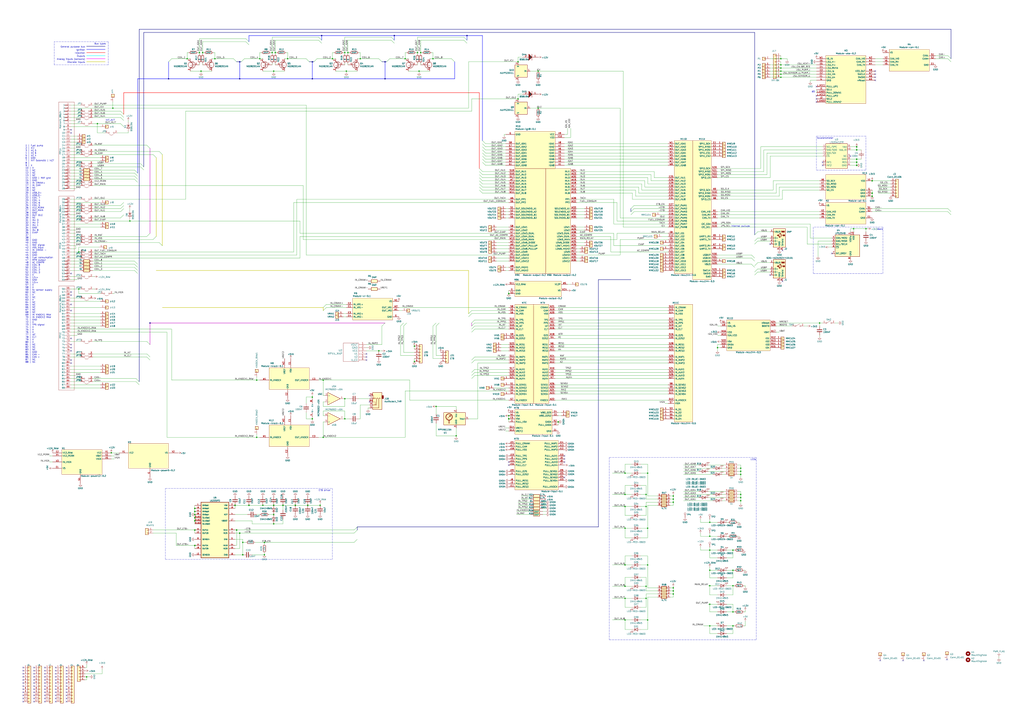
<source format=kicad_sch>
(kicad_sch (version 20210406) (generator eeschema)
  (paper "A1")
  (title_block (title "Hellen88bmw") (rev "A") (company "andreika @ rusEFI.com"))
  (lib_symbols
    (symbol "Amplifier_Operational:MCP6002-xSN" (pin_names (offset 0.127))
      (property "Reference" "U" (at 0 5.08 0))
      (property "Value" "MCP6002-xSN" (at 0 -5.08 0))
      (symbol "MCP6002-xSN_1_1"
        (pin output line (at 7.62 0 180) (length 2.54) (name "~") (number "1"))
        (pin input line (at -7.62 -2.54 0) (length 2.54) (name "-") (number "2"))
        (pin input line (at -7.62 2.54 0) (length 2.54) (name "+") (number "3"))
      )
      (symbol "MCP6002-xSN_2_1"
        (pin input line (at -7.62 2.54 0) (length 2.54) (name "+") (number "5"))
        (pin input line (at -7.62 -2.54 0) (length 2.54) (name "-") (number "6"))
        (pin output line (at 7.62 0 180) (length 2.54) (name "~") (number "7"))
      )
      (symbol "MCP6002-xSN_3_1"
        (pin power_in line (at -2.54 -7.62 90) (length 3.81) (name "V-") (number "4"))
        (pin power_in line (at -2.54 7.62 270) (length 3.81) (name "V+") (number "8"))
      )
    )
    (symbol "Connector:TestPoint" (pin_numbers hide) (pin_names (offset 0.762) hide)
      (property "Reference" "TP" (at 0 6.858 0))
      (property "Value" "TestPoint" (at 0 5.08 0))
      (symbol "TestPoint_1_1"
        (pin passive line (at 0 0 90) (length 2.54) (name "1") (number "1"))
      )
    )
    (symbol "Connector_Generic:Conn_01x01" (pin_names (offset 1.016) hide)
      (property "Reference" "J" (at 0 2.54 0))
      (property "Value" "Conn_01x01" (at 0 -2.54 0))
      (symbol "Conn_01x01_1_1"
        (pin passive line (at -5.08 0 0) (length 3.81) (name "Pin_1") (number "1"))
      )
    )
    (symbol "Connector_Generic:Conn_01x02" (pin_names (offset 1.016) hide)
      (property "Reference" "J" (at 0 2.54 0))
      (property "Value" "Conn_01x02" (at 0 -5.08 0))
      (symbol "Conn_01x02_1_1"
        (pin passive line (at -5.08 0 0) (length 3.81) (name "Pin_1") (number "1"))
        (pin passive line (at -5.08 -2.54 0) (length 3.81) (name "Pin_2") (number "2"))
      )
    )
    (symbol "Connector_Generic:Conn_01x04" (pin_names (offset 1.016) hide)
      (property "Reference" "J" (at 0 5.08 0))
      (property "Value" "Conn_01x04" (at 0 -7.62 0))
      (symbol "Conn_01x04_1_1"
        (pin passive line (at -5.08 2.54 0) (length 3.81) (name "Pin_1") (number "1"))
        (pin passive line (at -5.08 0 0) (length 3.81) (name "Pin_2") (number "2"))
        (pin passive line (at -5.08 -2.54 0) (length 3.81) (name "Pin_3") (number "3"))
        (pin passive line (at -5.08 -5.08 0) (length 3.81) (name "Pin_4") (number "4"))
      )
    )
    (symbol "Connector_Generic:Conn_01x05" (pin_names (offset 1.016) hide)
      (property "Reference" "J" (at 0 7.62 0))
      (property "Value" "Conn_01x05" (at 0 -7.62 0))
      (symbol "Conn_01x05_1_1"
        (pin passive line (at -5.08 5.08 0) (length 3.81) (name "Pin_1") (number "1"))
        (pin passive line (at -5.08 2.54 0) (length 3.81) (name "Pin_2") (number "2"))
        (pin passive line (at -5.08 0 0) (length 3.81) (name "Pin_3") (number "3"))
        (pin passive line (at -5.08 -2.54 0) (length 3.81) (name "Pin_4") (number "4"))
        (pin passive line (at -5.08 -5.08 0) (length 3.81) (name "Pin_5") (number "5"))
      )
    )
    (symbol "Connector_Generic:Conn_01x06" (pin_names (offset 1.016) hide)
      (property "Reference" "J" (at 0 7.62 0))
      (property "Value" "Conn_01x06" (at 0 -10.16 0))
      (symbol "Conn_01x06_1_1"
        (pin passive line (at -5.08 5.08 0) (length 3.81) (name "Pin_1") (number "1"))
        (pin passive line (at -5.08 2.54 0) (length 3.81) (name "Pin_2") (number "2"))
        (pin passive line (at -5.08 0 0) (length 3.81) (name "Pin_3") (number "3"))
        (pin passive line (at -5.08 -2.54 0) (length 3.81) (name "Pin_4") (number "4"))
        (pin passive line (at -5.08 -5.08 0) (length 3.81) (name "Pin_5") (number "5"))
        (pin passive line (at -5.08 -7.62 0) (length 3.81) (name "Pin_6") (number "6"))
      )
    )
    (symbol "Connector_Generic:Conn_01x08" (pin_names (offset 1.016) hide)
      (property "Reference" "J" (at 0 10.16 0))
      (property "Value" "Conn_01x08" (at 0 -12.7 0))
      (symbol "Conn_01x08_1_1"
        (pin passive line (at -5.08 7.62 0) (length 3.81) (name "Pin_1") (number "1"))
        (pin passive line (at -5.08 5.08 0) (length 3.81) (name "Pin_2") (number "2"))
        (pin passive line (at -5.08 2.54 0) (length 3.81) (name "Pin_3") (number "3"))
        (pin passive line (at -5.08 0 0) (length 3.81) (name "Pin_4") (number "4"))
        (pin passive line (at -5.08 -2.54 0) (length 3.81) (name "Pin_5") (number "5"))
        (pin passive line (at -5.08 -5.08 0) (length 3.81) (name "Pin_6") (number "6"))
        (pin passive line (at -5.08 -7.62 0) (length 3.81) (name "Pin_7") (number "7"))
        (pin passive line (at -5.08 -10.16 0) (length 3.81) (name "Pin_8") (number "8"))
      )
    )
    (symbol "Connector_Generic:Conn_01x12" (pin_names (offset 1.016) hide)
      (property "Reference" "J" (at 0 15.24 0))
      (property "Value" "Conn_01x12" (at 0 -17.78 0))
      (symbol "Conn_01x12_1_1"
        (pin passive line (at -5.08 12.7 0) (length 3.81) (name "Pin_1") (number "1"))
        (pin passive line (at -5.08 -10.16 0) (length 3.81) (name "Pin_10") (number "10"))
        (pin passive line (at -5.08 -12.7 0) (length 3.81) (name "Pin_11") (number "11"))
        (pin passive line (at -5.08 -15.24 0) (length 3.81) (name "Pin_12") (number "12"))
        (pin passive line (at -5.08 10.16 0) (length 3.81) (name "Pin_2") (number "2"))
        (pin passive line (at -5.08 7.62 0) (length 3.81) (name "Pin_3") (number "3"))
        (pin passive line (at -5.08 5.08 0) (length 3.81) (name "Pin_4") (number "4"))
        (pin passive line (at -5.08 2.54 0) (length 3.81) (name "Pin_5") (number "5"))
        (pin passive line (at -5.08 0 0) (length 3.81) (name "Pin_6") (number "6"))
        (pin passive line (at -5.08 -2.54 0) (length 3.81) (name "Pin_7") (number "7"))
        (pin passive line (at -5.08 -5.08 0) (length 3.81) (name "Pin_8") (number "8"))
        (pin passive line (at -5.08 -7.62 0) (length 3.81) (name "Pin_9") (number "9"))
      )
    )
    (symbol "Device:C" (pin_numbers hide) (pin_names (offset 0.254))
      (property "Reference" "C" (at 0.635 2.54 0))
      (property "Value" "C" (at 0.635 -2.54 0))
      (symbol "C_1_1"
        (pin passive line (at 0 3.81 270) (length 2.794) (name "~") (number "1"))
        (pin passive line (at 0 -3.81 90) (length 2.794) (name "~") (number "2"))
      )
    )
    (symbol "Device:D" (pin_numbers hide) (pin_names (offset 1.016) hide)
      (property "Reference" "D" (at 0 2.54 0))
      (property "Value" "D" (at 0 -2.54 0))
      (symbol "D_1_1"
        (pin passive line (at -3.81 0 0) (length 2.54) (name "K") (number "1"))
        (pin passive line (at 3.81 0 180) (length 2.54) (name "A") (number "2"))
      )
    )
    (symbol "Device:LED" (pin_numbers hide) (pin_names (offset 1.016) hide)
      (property "Reference" "D" (at 0 2.54 0))
      (property "Value" "LED" (at 0 -2.54 0))
      (symbol "LED_1_1"
        (pin passive line (at -3.81 0 0) (length 2.54) (name "K") (number "1"))
        (pin passive line (at 3.81 0 180) (length 2.54) (name "A") (number "2"))
      )
    )
    (symbol "Device:Q_NIGBT_GCE" (pin_names (offset 0) hide)
      (property "Reference" "Q" (at 5.08 1.27 0))
      (property "Value" "Q_NIGBT_GCE" (at 5.08 -1.27 0))
      (symbol "Q_NIGBT_GCE_1_1"
        (pin input line (at -5.08 0 0) (length 5.334) (name "G") (number "1"))
        (pin passive line (at 2.54 5.08 270) (length 2.54) (name "C") (number "2"))
        (pin passive line (at 2.54 -5.08 90) (length 2.54) (name "E") (number "3"))
      )
    )
    (symbol "Device:R" (pin_numbers hide) (pin_names (offset 0))
      (property "Reference" "R" (at 2.032 0 90))
      (property "Value" "R" (at 0 0 90))
      (symbol "R_1_1"
        (pin passive line (at 0 3.81 270) (length 1.27) (name "~") (number "1"))
        (pin passive line (at 0 -3.81 90) (length 1.27) (name "~") (number "2"))
      )
    )
    (symbol "Device:R_Pack04" (pin_names (offset 0) hide)
      (property "Reference" "RN" (at -7.62 0 90))
      (property "Value" "R_Pack04" (at 5.08 0 90))
      (symbol "R_Pack04_1_1"
        (pin passive line (at -5.08 -5.08 90) (length 2.54) (name "R1.1") (number "1"))
        (pin passive line (at -2.54 -5.08 90) (length 2.54) (name "R2.1") (number "2"))
        (pin passive line (at 0 -5.08 90) (length 2.54) (name "R3.1") (number "3"))
        (pin passive line (at 2.54 -5.08 90) (length 2.54) (name "R4.1") (number "4"))
        (pin passive line (at 2.54 5.08 270) (length 2.54) (name "R4.2") (number "5"))
        (pin passive line (at 0 5.08 270) (length 2.54) (name "R3.2") (number "6"))
        (pin passive line (at -2.54 5.08 270) (length 2.54) (name "R2.2") (number "7"))
        (pin passive line (at -5.08 5.08 270) (length 2.54) (name "R1.2") (number "8"))
      )
    )
    (symbol "Diode:1N4148WS" (pin_numbers hide) (pin_names (offset 1.016) hide)
      (property "Reference" "D" (at 0 2.54 0))
      (property "Value" "1N4148WS" (at 0 -2.54 0))
      (symbol "1N4148WS_1_1"
        (pin passive line (at -3.81 0 0) (length 2.54) (name "K") (number "1"))
        (pin passive line (at 3.81 0 180) (length 2.54) (name "A") (number "2"))
      )
    )
    (symbol "Jumper:Jumper_2_Open" (pin_names (offset 0) hide)
      (property "Reference" "JP" (at 0 2.794 0))
      (property "Value" "Jumper_2_Open" (at 0 -2.286 0))
      (symbol "Jumper_2_Open_1_1"
        (pin passive line (at -5.08 0 0) (length 2.54) (name "A") (number "1"))
        (pin passive line (at 5.08 0 180) (length 2.54) (name "B") (number "2"))
      )
    )
    (symbol "L6205PD:L6205PD" (pin_names (offset 1.016))
      (property "Reference" "U" (at -10.1854 24.0538 0))
      (property "Value" "L6205PD" (at -10.1854 -25.6794 0))
      (symbol "L6205PD_0_0"
        (pin power_in line (at 17.78 20.32 180) (length 5.08) (name "GND@1") (number "1"))
        (pin power_in line (at 17.78 17.78 180) (length 5.08) (name "GND@2") (number "10"))
        (pin power_in line (at 17.78 15.24 180) (length 5.08) (name "GND@3") (number "11"))
        (pin output line (at 17.78 -2.54 180) (length 5.08) (name "OUT1B") (number "12"))
        (pin power_in line (at 17.78 -20.32 180) (length 5.08) (name "SENSEB") (number "13"))
        (pin input line (at -15.24 -12.7 0) (length 5.08) (name "IN1B") (number "14"))
        (pin input line (at -15.24 -15.24 0) (length 5.08) (name "IN2B") (number "15"))
        (pin bidirectional line (at -15.24 -20.32 0) (length 5.08) (name "ENB") (number "16"))
        (pin passive line (at -15.24 7.62 0) (length 5.08) (name "VBOOT") (number "17"))
        (pin output line (at 17.78 -15.24 180) (length 5.08) (name "OUT2B") (number "18"))
        (pin power_in line (at -15.24 17.78 0) (length 5.08) (name "VSB") (number "19"))
        (pin power_in line (at -15.24 20.32 0) (length 5.08) (name "VSA") (number "2"))
        (pin power_in line (at 17.78 12.7 180) (length 5.08) (name "GND@4") (number "20"))
        (pin output line (at 17.78 -12.7 180) (length 5.08) (name "OUT2A") (number "3"))
        (pin passive line (at -15.24 12.7 0) (length 5.08) (name "VCP") (number "4"))
        (pin bidirectional line (at -15.24 -7.62 0) (length 5.08) (name "ENA") (number "5"))
        (pin input line (at -15.24 0 0) (length 5.08) (name "IN1A") (number "6"))
        (pin input line (at -15.24 -2.54 0) (length 5.08) (name "IN2A") (number "7"))
        (pin power_in line (at 17.78 -7.62 180) (length 5.08) (name "SENSEA") (number "8"))
        (pin output line (at 17.78 0 180) (length 5.08) (name "OUT1A") (number "9"))
        (pin power_in line (at 17.78 10.16 180) (length 5.08) (name "SLUG@1") (number "SLUG1"))
        (pin power_in line (at 17.78 7.62 180) (length 5.08) (name "SLUG@2") (number "SLUG2"))
        (pin power_in line (at 17.78 5.08 180) (length 5.08) (name "SLUG@3") (number "SLUG3"))
      )
    )
    (symbol "MPX-4_MAP:MPX4_MAP" (pin_names (offset 0.762))
      (property "Reference" "U" (at 0 10.16 0))
      (property "Value" "MPX4_MAP" (at 8.89 0 90))
      (symbol "MPX4_MAP_1_1"
        (pin passive line (at -8.89 6.35 0) (length 6.35) (name "VOUT") (number "1"))
        (pin passive line (at -8.89 3.81 0) (length 6.35) (name "GND") (number "2"))
        (pin passive line (at -8.89 1.27 0) (length 6.35) (name "VCC") (number "3"))
        (pin passive line (at -8.89 -1.27 0) (length 6.35) (name "V1") (number "4"))
        (pin passive line (at -8.89 -3.81 0) (length 6.35) (name "V2") (number "5"))
        (pin passive line (at -8.89 -6.35 0) (length 6.35) (name "V_EX") (number "6"))
      )
    )
    (symbol "Mechanical:MountingHole" (pin_names (offset 1.016))
      (property "Reference" "H" (at 0 5.08 0))
      (property "Value" "MountingHole" (at 0 3.175 0))
    )
    (symbol "Power_Management:AUIPS2041L"
      (property "Reference" "U" (at 3.81 1.27 0))
      (property "Value" "AUIPS2041L" (at 3.81 -1.27 0))
      (symbol "AUIPS2041L_1_1"
        (pin input line (at -10.16 0 0) (length 2.54) (name "IN") (number "1"))
        (pin passive line (at 0 7.62 270) (length 2.54) (name "D") (number "2"))
        (pin power_in line (at 0 -7.62 90) (length 2.54) (name "S") (number "3"))
      )
    )
    (symbol "Sensor_Pressure:LPS25HB"
      (property "Reference" "U" (at -10.16 8.89 0))
      (property "Value" "LPS25HB" (at 10.16 8.89 0))
      (symbol "LPS25HB_1_1"
        (pin power_in line (at -2.54 10.16 270) (length 2.54) (name "VDDio") (number "1"))
        (pin power_in line (at -5.08 10.16 270) (length 2.54) (name "VDD") (number "10"))
        (pin input line (at 12.7 0 180) (length 2.54) (name "SCL/SCLK") (number "2"))
        (pin passive line (at -2.54 -12.7 90) (length 2.54) hide (name "GND") (number "3"))
        (pin bidirectional line (at 12.7 5.08 180) (length 2.54) (name "SDA/MOSI") (number "4"))
        (pin bidirectional line (at 12.7 2.54 180) (length 2.54) (name "SA0/MISO") (number "5"))
        (pin input line (at 12.7 -2.54 180) (length 2.54) (name "~CS") (number "6"))
        (pin output line (at 12.7 -7.62 180) (length 2.54) (name "INT_DRDY") (number "7"))
        (pin power_in line (at -2.54 -12.7 90) (length 2.54) (name "GND") (number "8"))
        (pin passive line (at -2.54 -12.7 90) (length 2.54) hide (name "GND") (number "9"))
      )
    )
    (symbol "Sensor_Pressure:MPXA6115A"
      (property "Reference" "U" (at -10.16 6.35 0))
      (property "Value" "MPXA6115A" (at 1.27 6.35 0))
      (symbol "MPXA6115A_1_1"
        (pin no_connect line (at 5.08 -5.08 90) (length 2.54) hide (name "NC") (number "1"))
        (pin power_in line (at 0 7.62 270) (length 2.54) (name "Vcc") (number "2"))
        (pin power_in line (at 0 -7.62 90) (length 2.54) (name "GND") (number "3"))
        (pin output line (at 10.16 0 180) (length 2.54) (name "Vout") (number "4"))
        (pin no_connect line (at -7.62 -5.08 90) (length 2.54) hide (name "NC") (number "5"))
        (pin no_connect line (at -5.08 -5.08 90) (length 2.54) hide (name "NC") (number "6"))
        (pin no_connect line (at -2.54 -5.08 90) (length 2.54) hide (name "NC") (number "7"))
        (pin no_connect line (at 2.54 -5.08 90) (length 2.54) hide (name "NC") (number "8"))
      )
    )
    (symbol "Switch:SW_SPST" (pin_names (offset 0) hide)
      (property "Reference" "SW" (at 0 3.175 0))
      (property "Value" "SW_SPST" (at 0 -2.54 0))
      (symbol "SW_SPST_1_1"
        (pin passive line (at -5.08 0 0) (length 2.54) (name "A") (number "1"))
        (pin passive line (at 5.08 0 180) (length 2.54) (name "B") (number "2"))
      )
    )
    (symbol "hellen-one-can-0.1:Module-can-0.1"
      (property "Reference" "M" (at 0 0 0))
      (property "Value" "Module-can-0.1" (at 0 0 0))
      (symbol "Module-can-0.1_1_0"
        (pin passive line (at 38.1 -12.7 180) (length 5.08) (name "GND") (number "E1"))
        (pin passive line (at 38.1 -5.08 180) (length 5.08) (name "CANL") (number "S1"))
        (pin passive line (at 38.1 -7.62 180) (length 5.08) (name "CANH") (number "S2"))
        (pin passive line (at -5.08 -2.54 0) (length 5.08) (name "V5") (number "V1"))
        (pin passive line (at -5.08 -7.62 0) (length 5.08) (name "CAN_VIO") (number "V2"))
        (pin passive line (at -5.08 -12.7 0) (length 5.08) (name "CAN_TX") (number "V5"))
        (pin passive line (at -5.08 -10.16 0) (length 5.08) (name "CAN_RX") (number "V6"))
      )
    )
    (symbol "hellen-one-common:+12V_RAW" (power) (pin_names (offset 0))
      (property "Value" "+12V_RAW" (at 0 3.556 0))
      (symbol "+12V_RAW_1_1"
        (pin power_in line (at 0 0 90) (length 0) hide (name "+12V_RAW") (number "1"))
      )
    )
    (symbol "hellen-one-common:1N4148WS"
      (property "Reference" "D" (at 0 2.54 0))
      (property "Value" "1N4148WS" (at 0 -3.81 0))
      (symbol "1N4148WS_1_0"
        (pin passive line (at 7.62 0 180) (length 5.08) (name "K") (number "1"))
        (pin passive line (at -5.08 0 0) (length 5.08) (name "A") (number "2"))
      )
    )
    (symbol "hellen-one-common:AudioJack_THR"
      (property "Reference" "J" (at 0 8.89 0))
      (property "Value" "AudioJack_THR" (at 0 6.35 0))
      (property "LCSC" "C165947" (at 0 0 0))
      (symbol "AudioJack_THR_1_1"
        (pin passive line (at 5.08 0 180) (length 2.54) (name "~") (number "R"))
        (pin passive line (at 5.08 -2.54 180) (length 2.54) (name "~") (number "RN"))
        (pin passive line (at 5.08 2.54 180) (length 2.54) (name "~") (number "S"))
        (pin passive line (at 5.08 -5.08 180) (length 2.54) (name "~") (number "T"))
        (pin passive line (at 5.08 -7.62 180) (length 2.54) (name "~") (number "TN"))
      )
    )
    (symbol "hellen-one-common:Cap" (pin_numbers hide)
      (property "Reference" "C" (at -3.81 2.54 0))
      (property "Value" "Cap" (at -2.54 -1.27 0))
      (symbol "Cap_1_0"
        (pin passive line (at -3.81 0 0) (length 2.54) (name "") (number "1"))
        (pin passive line (at 3.81 0 180) (length 2.54) (name "") (number "2"))
      )
    )
    (symbol "hellen-one-common:Fuse-Pad-Pad" (pin_numbers hide) (pin_names (offset 0.762) hide)
      (property "Reference" "F" (at 0 2.54 0))
      (symbol "Fuse-Pad-Pad_0_1"
        (pin passive line (at -5.08 0 0) (length 2.54) (name "1") (number "1"))
        (pin passive line (at 5.08 0 180) (length 2.54) (name "2") (number "2"))
      )
    )
    (symbol "hellen-one-common:LIS2DW12TR"
      (property "Reference" "U" (at -5.08 11.43 0))
      (property "Value" "LIS2DW12TR" (at 3.81 11.43 0))
      (symbol "LIS2DW12TR_1_1"
        (pin input line (at -10.16 7.62 0) (length 2.54) (name "SCL/SPC") (number "1"))
        (pin power_in line (at 12.7 5.08 180) (length 2.54) (name "Vdd_IO") (number "10"))
        (pin output line (at -10.16 -7.62 0) (length 2.54) (name "INT2") (number "11"))
        (pin output line (at -10.16 -5.08 0) (length 2.54) (name "INT1") (number "12"))
        (pin input line (at -10.16 0 0) (length 2.54) (name "~CS") (number "2"))
        (pin bidirectional line (at -10.16 5.08 0) (length 2.54) (name "SA0/SDO") (number "3"))
        (pin bidirectional line (at -10.16 2.54 0) (length 2.54) (name "SDA/SDI") (number "4"))
        (pin passive line (at 12.7 0 180) (length 2.54) (name "NC") (number "5"))
        (pin power_in line (at 12.7 -7.62 180) (length 2.54) (name "GND") (number "6"))
        (pin power_in line (at 12.7 -5.08 180) (length 2.54) (name "RES") (number "7"))
        (pin power_in line (at 12.7 -2.54 180) (length 2.54) (name "GND") (number "8"))
        (pin power_in line (at 12.7 7.62 180) (length 2.54) (name "Vdd") (number "9"))
      )
    )
    (symbol "hellen-one-common:Res" (pin_numbers hide)
      (property "Reference" "R" (at 3.81 2.54 0))
      (property "Value" "Res" (at 5.08 -2.54 0))
      (symbol "Res_1_0"
        (pin passive line (at 0 0 0) (length 2.54) (name "") (number "1"))
        (pin passive line (at 10.16 0 180) (length 2.54) (name "") (number "2"))
      )
    )
    (symbol "hellen-one-common:USB_B_Mini" (pin_names (offset 1.016))
      (property "Reference" "J" (at -5.08 11.43 0))
      (property "Value" "USB_B_Mini" (at -5.08 8.89 0))
      (symbol "USB_B_Mini_1_1"
        (pin power_out line (at 7.62 5.08 180) (length 2.54) (name "VBUS") (number "1"))
        (pin passive line (at 7.62 -2.54 180) (length 2.54) (name "D-") (number "2"))
        (pin passive line (at 7.62 0 180) (length 2.54) (name "D+") (number "3"))
        (pin passive line (at 7.62 -5.08 180) (length 2.54) (name "ID") (number "4"))
        (pin power_out line (at 0 -10.16 90) (length 2.54) (name "GND") (number "5"))
        (pin passive line (at -2.54 -10.16 90) (length 2.54) (name "Shield") (number "6"))
      )
    )
    (symbol "hellen-one-ign8-0.1:Module-ign8-0.1"
      (property "Reference" "M" (at 0 0 0))
      (property "Value" "Module-ign8-0.1" (at 0 0 0))
      (symbol "Module-ign8-0.1_1_0"
        (pin passive line (at 40.64 -2.54 180) (length 7.62) (name "GND") (number "G"))
        (pin passive line (at 40.64 -27.94 180) (length 7.62) (name "OUT_IGN8") (number "S1"))
        (pin passive line (at 40.64 -25.4 180) (length 7.62) (name "OUT_IGN7") (number "S2"))
        (pin passive line (at 40.64 -22.86 180) (length 7.62) (name "OUT_IGN6") (number "S3"))
        (pin passive line (at 40.64 -20.32 180) (length 7.62) (name "OUT_IGN5") (number "S4"))
        (pin passive line (at 40.64 -17.78 180) (length 7.62) (name "OUT_IGN4") (number "S5"))
        (pin passive line (at 40.64 -15.24 180) (length 7.62) (name "OUT_IGN3") (number "S6"))
        (pin passive line (at 40.64 -12.7 180) (length 7.62) (name "OUT_IGN2") (number "S7"))
        (pin passive line (at 40.64 -10.16 180) (length 7.62) (name "OUT_IGN1") (number "S8"))
        (pin passive line (at -7.62 -27.94 0) (length 7.62) (name "IGN8") (number "V1"))
        (pin passive line (at -7.62 -5.08 0) (length 7.62) (name "V33") (number "V10"))
        (pin passive line (at -7.62 -25.4 0) (length 7.62) (name "IGN7") (number "V2"))
        (pin passive line (at -7.62 -22.86 0) (length 7.62) (name "IGN6") (number "V3"))
        (pin passive line (at -7.62 -20.32 0) (length 7.62) (name "IGN5") (number "V4"))
        (pin passive line (at -7.62 -17.78 0) (length 7.62) (name "IGN4") (number "V5"))
        (pin passive line (at -7.62 -15.24 0) (length 7.62) (name "IGN3") (number "V6"))
        (pin passive line (at -7.62 -12.7 0) (length 7.62) (name "IGN2") (number "V7"))
        (pin passive line (at -7.62 -10.16 0) (length 7.62) (name "IGN1") (number "V8"))
        (pin passive line (at -7.62 -2.54 0) (length 7.62) (name "VCC") (number "V9"))
      )
    )
    (symbol "hellen-one-input-0.1:Module-input-0.1"
      (property "Reference" "M" (at 0 0 0))
      (property "Value" "Module-input-0.1" (at 0 0 0))
      (symbol "Module-input-0.1_1_0"
        (pin passive line (at 17.78 -53.34 180) (length 5.08) (name "AUX1") (number "N10"))
        (pin passive line (at 17.78 -38.1 180) (length 5.08) (name "RES3") (number "N11"))
        (pin passive line (at 17.78 -48.26 180) (length 5.08) (name "MAP3") (number "N12"))
        (pin passive line (at 17.78 -45.72 180) (length 5.08) (name "MAP2") (number "N13"))
        (pin passive line (at 17.78 -43.18 180) (length 5.08) (name "MAP1") (number "N14"))
        (pin passive line (at 17.78 -17.78 180) (length 5.08) (name "IAT") (number "N15"))
        (pin passive line (at 17.78 -20.32 180) (length 5.08) (name "CLT") (number "N16"))
        (pin passive line (at 17.78 -12.7 180) (length 5.08) (name "TPS") (number "N17"))
        (pin passive line (at 17.78 -25.4 180) (length 5.08) (name "O2S") (number "N18"))
        (pin passive line (at 17.78 -5.08 180) (length 5.08) (name "CAM") (number "N19"))
        (pin passive line (at 17.78 -7.62 180) (length 5.08) (name "VSS") (number "N20"))
        (pin passive line (at 17.78 -2.54 180) (length 5.08) (name "CRANK") (number "N21"))
        (pin passive line (at 17.78 -78.74 180) (length 5.08) (name "KNOCK") (number "N22"))
        (pin passive line (at 17.78 -73.66 180) (length 5.08) (name "SENS4") (number "N23"))
        (pin passive line (at 17.78 -71.12 180) (length 5.08) (name "SENS3") (number "N24"))
        (pin passive line (at 17.78 -68.58 180) (length 5.08) (name "SENS2") (number "N25"))
        (pin passive line (at 17.78 -66.04 180) (length 5.08) (name "SENS1") (number "N26"))
        (pin passive line (at 17.78 -35.56 180) (length 5.08) (name "RES2") (number "N3"))
        (pin passive line (at 17.78 -27.94 180) (length 5.08) (name "O2S2") (number "N4"))
        (pin passive line (at 17.78 -15.24 180) (length 5.08) (name "PPS") (number "N5"))
        (pin passive line (at 17.78 -33.02 180) (length 5.08) (name "RES1") (number "N6"))
        (pin passive line (at 17.78 -60.96 180) (length 5.08) (name "AUX4") (number "N7"))
        (pin passive line (at 17.78 -58.42 180) (length 5.08) (name "AUX3") (number "N8"))
        (pin passive line (at 17.78 -55.88 180) (length 5.08) (name "AUX2") (number "N9"))
      )
      (symbol "Module-input-0.1_2_0"
        (pin passive line (at 35.56 -17.78 180) (length 5.08) (name "GND") (number "E1"))
        (pin passive line (at -5.08 -2.54 0) (length 5.08) (name "V5") (number "E2"))
        (pin passive line (at 35.56 -5.08 180) (length 5.08) (name "WBO_O2S2") (number "E3"))
        (pin passive line (at 35.56 -2.54 180) (length 5.08) (name "WBO_O2S") (number "E4"))
        (pin passive line (at -5.08 -7.62 0) (length 5.08) (name "V5A") (number "E5"))
        (pin passive line (at -5.08 -10.16 0) (length 5.08) (name "PULL_V5A") (number "J1"))
        (pin passive line (at 35.56 -12.7 180) (length 5.08) (name "PULL_GNDA") (number "J2"))
        (pin passive line (at -5.08 -5.08 0) (length 5.08) (name "V5A") (number "N1"))
        (pin passive line (at 35.56 -10.16 180) (length 5.08) (name "GNDA") (number "N2"))
        (pin passive line (at -5.08 -17.78 0) (length 5.08) (name "VREF2") (number "S13"))
        (pin passive line (at -5.08 -15.24 0) (length 5.08) (name "VREF1") (number "S14"))
      )
      (symbol "Module-input-0.1_3_0"
        (pin passive line (at -5.08 -66.04 0) (length 5.08) (name "IN_SENS1") (number "S1"))
        (pin passive line (at -5.08 -12.7 0) (length 5.08) (name "IN_TPS") (number "S10"))
        (pin passive line (at -5.08 -43.18 0) (length 5.08) (name "IN_MAP1") (number "S11"))
        (pin passive line (at -5.08 -45.72 0) (length 5.08) (name "IN_MAP2") (number "S12"))
        (pin passive line (at -5.08 -20.32 0) (length 5.08) (name "IN_CLT") (number "S15"))
        (pin passive line (at -5.08 -17.78 0) (length 5.08) (name "IN_IAT") (number "S16"))
        (pin passive line (at -5.08 -53.34 0) (length 5.08) (name "IN_AUX1") (number "S17"))
        (pin passive line (at -5.08 -55.88 0) (length 5.08) (name "IN_AUX2") (number "S18"))
        (pin passive line (at -5.08 -48.26 0) (length 5.08) (name "IN_MAP3") (number "S19"))
        (pin passive line (at -5.08 -68.58 0) (length 5.08) (name "IN_SENS2") (number "S2"))
        (pin passive line (at -5.08 -58.42 0) (length 5.08) (name "IN_AUX3") (number "S20"))
        (pin passive line (at -5.08 -60.96 0) (length 5.08) (name "IN_AUX4") (number "S21"))
        (pin passive line (at -5.08 -38.1 0) (length 5.08) (name "IN_RES3") (number "S22"))
        (pin passive line (at -5.08 -33.02 0) (length 5.08) (name "IN_RES1") (number "S23"))
        (pin passive line (at -5.08 -15.24 0) (length 5.08) (name "IN_PPS") (number "S24"))
        (pin passive line (at -5.08 -27.94 0) (length 5.08) (name "IN_O2S2") (number "S25"))
        (pin passive line (at -5.08 -35.56 0) (length 5.08) (name "IN_RES2") (number "S26"))
        (pin passive line (at -5.08 -71.12 0) (length 5.08) (name "IN_SENS3") (number "S3"))
        (pin passive line (at -5.08 -73.66 0) (length 5.08) (name "IN_SENS4") (number "S4"))
        (pin passive line (at -5.08 -5.08 0) (length 5.08) (name "IN_CAM") (number "S5"))
        (pin passive line (at -5.08 -7.62 0) (length 5.08) (name "IN_VSS") (number "S6"))
        (pin passive line (at -5.08 -78.74 0) (length 5.08) (name "IN_KNOCK") (number "S7"))
        (pin passive line (at -5.08 -2.54 0) (length 5.08) (name "IN_CRANK") (number "S8"))
        (pin passive line (at -5.08 -25.4 0) (length 5.08) (name "IN_O2S") (number "S9"))
      )
      (symbol "Module-input-0.1_4_0"
        (pin passive line (at 40.64 -12.7 180) (length 5.08) (name "PULL_AUX1") (number "J10"))
        (pin passive line (at -5.08 -38.1 0) (length 5.08) (name "PULL_RES3") (number "J11"))
        (pin passive line (at 40.64 -7.62 180) (length 5.08) (name "PULL_MAP3") (number "J12"))
        (pin passive line (at 40.64 -5.08 180) (length 5.08) (name "PULL_MAP2") (number "J13"))
        (pin passive line (at 40.64 -2.54 180) (length 5.08) (name "PULL_MAP1") (number "J14"))
        (pin passive line (at -5.08 -17.78 0) (length 5.08) (name "PULL_IAT") (number "J15"))
        (pin passive line (at -5.08 -20.32 0) (length 5.08) (name "PULL_CLT") (number "J16"))
        (pin passive line (at -5.08 -5.08 0) (length 5.08) (name "PULL_CAM") (number "J17"))
        (pin passive line (at -5.08 -7.62 0) (length 5.08) (name "PULL_VSS") (number "J18"))
        (pin passive line (at -5.08 -12.7 0) (length 5.08) (name "PULL_TPS") (number "J19"))
        (pin passive line (at -5.08 -25.4 0) (length 5.08) (name "PULL_O2S") (number "J20"))
        (pin passive line (at -5.08 -2.54 0) (length 5.08) (name "PULL_CRANK") (number "J21"))
        (pin passive line (at 40.64 -38.1 180) (length 5.08) (name "PULL_KNOCK") (number "J22"))
        (pin passive line (at 40.64 -33.02 180) (length 5.08) (name "PULL_SENS4") (number "J23"))
        (pin passive line (at 40.64 -30.48 180) (length 5.08) (name "PULL_SENS3") (number "J24"))
        (pin passive line (at 40.64 -27.94 180) (length 5.08) (name "PULL_SENS2") (number "J25"))
        (pin passive line (at 40.64 -25.4 180) (length 5.08) (name "PULL_SENS1") (number "J26"))
        (pin passive line (at -5.08 -35.56 0) (length 5.08) (name "PULL_RES2") (number "J3"))
        (pin passive line (at -5.08 -27.94 0) (length 5.08) (name "PULL_O2S2") (number "J4"))
        (pin passive line (at -5.08 -15.24 0) (length 5.08) (name "PULL_PPS") (number "J5"))
        (pin passive line (at -5.08 -33.02 0) (length 5.08) (name "PULL_RES1") (number "J6"))
        (pin passive line (at 40.64 -20.32 180) (length 5.08) (name "PULL_AUX4") (number "J7"))
        (pin passive line (at 40.64 -17.78 180) (length 5.08) (name "PULL_AUX3") (number "J8"))
        (pin passive line (at 40.64 -15.24 180) (length 5.08) (name "PULL_AUX2") (number "J9"))
      )
    )
    (symbol "hellen-one-knock-0.1:Module-knock-0.1"
      (property "Reference" "M" (at 0 0 0))
      (property "Value" "Module-knock-0.1" (at 0 0 0))
      (symbol "Module-knock-0.1_1_0"
        (pin passive line (at 17.78 7.62 270) (length 7.62) (name "V5A") (number "E1"))
        (pin passive line (at 15.24 -25.4 90) (length 7.62) (name "GND") (number "E2"))
        (pin passive line (at 40.64 -10.16 180) (length 7.62) (name "OUT_KNOCK") (number "E3"))
        (pin passive line (at -7.62 -10.16 0) (length 7.62) (name "IN_KNOCK") (number "W1"))
        (pin passive line (at 12.7 7.62 270) (length 7.62) (name "VREF") (number "W2"))
      )
    )
    (symbol "hellen-one-mcu-000.5:Module-mcu-0.5"
      (property "Reference" "M" (at 0 0 0))
      (property "Value" "Module-mcu-0.5" (at 0 0 0))
      (symbol "Module-mcu-0.5_1_0"
        (pin passive line (at 20.32 -2.54 180) (length 5.08) (name "SPI1_SCK") (number "E1"))
        (pin passive line (at 20.32 -5.08 180) (length 5.08) (name "SPI1_MISO") (number "E2"))
        (pin passive line (at 20.32 -7.62 180) (length 5.08) (name "SPI1_MOSI") (number "E3"))
        (pin passive line (at 20.32 -10.16 180) (length 5.08) (name "SPI1_CS1") (number "E4"))
        (pin passive line (at 20.32 -12.7 180) (length 5.08) (name "SPI1_CS2") (number "E5"))
        (pin passive line (at 20.32 -58.42 180) (length 5.08) (name "CAN_VIO") (number "N1"))
        (pin passive line (at 20.32 -43.18 180) (length 5.08) (name "SPI3_MISO") (number "N10"))
        (pin passive line (at 20.32 -45.72 180) (length 5.08) (name "SPI3_MOSI") (number "N11"))
        (pin passive line (at 20.32 -68.58 180) (length 5.08) (name "I2C_SDA") (number "N18"))
        (pin passive line (at 20.32 -71.12 180) (length 5.08) (name "I2C_SCL") (number "N19"))
        (pin passive line (at 20.32 -60.96 180) (length 5.08) (name "CAN_RX") (number "N2"))
        (pin passive line (at 20.32 -22.86 180) (length 5.08) (name "SPI2_SCK") (number "N20"))
        (pin passive line (at 20.32 -25.4 180) (length 5.08) (name "SPI2_MISO") (number "N21"))
        (pin passive line (at 20.32 -27.94 180) (length 5.08) (name "SPI2_MOSI") (number "N22"))
        (pin passive line (at 20.32 -30.48 180) (length 5.08) (name "SPI2_CS") (number "N23"))
        (pin passive line (at 20.32 -106.68 180) (length 5.08) (name "SWCLK") (number "N25"))
        (pin passive line (at 20.32 -109.22 180) (length 5.08) (name "SWDIO") (number "N26"))
        (pin passive line (at 20.32 -111.76 180) (length 5.08) (name "SWO") (number "N27"))
        (pin passive line (at 20.32 -101.6 180) (length 5.08) (name "VBUS") (number "N29"))
        (pin passive line (at 20.32 -63.5 180) (length 5.08) (name "CAN_TX") (number "N3"))
        (pin passive line (at 20.32 -93.98 180) (length 5.08) (name "USB1P") (number "N30"))
        (pin passive line (at 20.32 -96.52 180) (length 5.08) (name "USB1M") (number "N31"))
        (pin passive line (at 20.32 -99.06 180) (length 5.08) (name "USB1ID") (number "N32"))
        (pin passive line (at 20.32 -81.28 180) (length 5.08) (name "UART1_TX") (number "N4"))
        (pin passive line (at 20.32 -78.74 180) (length 5.08) (name "UART1_RX") (number "N5"))
        (pin passive line (at 20.32 -88.9 180) (length 5.08) (name "UART2_TX") (number "N6"))
        (pin passive line (at 20.32 -86.36 180) (length 5.08) (name "UART2_RX") (number "N7"))
        (pin passive line (at 20.32 -48.26 180) (length 5.08) (name "SPI3_CS") (number "N8"))
        (pin passive line (at 20.32 -40.64 180) (length 5.08) (name "SPI3_SCK") (number "N9"))
      )
      (symbol "Module-mcu-0.5_2_0"
        (pin passive line (at 20.32 -99.06 180) (length 5.08) (name "OUT_IO10") (number "E10"))
        (pin passive line (at 20.32 -96.52 180) (length 5.08) (name "OUT_IO9") (number "E11"))
        (pin passive line (at 20.32 -78.74 180) (length 5.08) (name "OUT_IO2") (number "E12"))
        (pin passive line (at 20.32 -104.14 180) (length 5.08) (name "OUT_IO12") (number "E13"))
        (pin passive line (at 20.32 -55.88 180) (length 5.08) (name "OUT_PWM2") (number "E14"))
        (pin passive line (at 20.32 -58.42 180) (length 5.08) (name "OUT_PWM3") (number "E15"))
        (pin passive line (at 20.32 -60.96 180) (length 5.08) (name "OUT_PWM4") (number "E16"))
        (pin passive line (at 20.32 -63.5 180) (length 5.08) (name "OUT_PWM5") (number "E17"))
        (pin passive line (at 20.32 -66.04 180) (length 5.08) (name "OUT_PWM6") (number "E18"))
        (pin passive line (at 20.32 -68.58 180) (length 5.08) (name "OUT_PWM7") (number "E19"))
        (pin passive line (at 20.32 -101.6 180) (length 5.08) (name "OUT_IO11") (number "E20"))
        (pin passive line (at 20.32 -91.44 180) (length 5.08) (name "OUT_IO7") (number "E21"))
        (pin passive line (at 20.32 -93.98 180) (length 5.08) (name "OUT_IO8") (number "E22"))
        (pin passive line (at 20.32 -83.82 180) (length 5.08) (name "OUT_IO4") (number "E23"))
        (pin passive line (at 20.32 -106.68 180) (length 5.08) (name "OUT_IO13") (number "E24"))
        (pin passive line (at 20.32 -30.48 180) (length 5.08) (name "OUT_INJ1") (number "E25"))
        (pin passive line (at 20.32 -33.02 180) (length 5.08) (name "OUT_INJ2") (number "E26"))
        (pin passive line (at 20.32 -53.34 180) (length 5.08) (name "OUT_PWM1") (number "E27"))
        (pin passive line (at 20.32 -71.12 180) (length 5.08) (name "OUT_PWM8") (number "E28"))
        (pin passive line (at 20.32 -35.56 180) (length 5.08) (name "OUT_INJ3") (number "E29"))
        (pin passive line (at 20.32 -38.1 180) (length 5.08) (name "OUT_INJ4") (number "E30"))
        (pin passive line (at 20.32 -40.64 180) (length 5.08) (name "OUT_INJ5") (number "E31"))
        (pin passive line (at 20.32 -43.18 180) (length 5.08) (name "OUT_INJ6") (number "E32"))
        (pin passive line (at 20.32 -45.72 180) (length 5.08) (name "OUT_INJ7") (number "E33"))
        (pin passive line (at 20.32 -48.26 180) (length 5.08) (name "OUT_INJ8") (number "E34"))
        (pin passive line (at 20.32 -81.28 180) (length 5.08) (name "OUT_IO3") (number "E6"))
        (pin passive line (at 20.32 -86.36 180) (length 5.08) (name "OUT_IO5") (number "E7"))
        (pin passive line (at 20.32 -76.2 180) (length 5.08) (name "OUT_IO1") (number "E8"))
        (pin passive line (at 20.32 -88.9 180) (length 5.08) (name "OUT_IO6") (number "E9"))
        (pin passive line (at 20.32 -2.54 180) (length 5.08) (name "OUT_IGN1") (number "W1"))
        (pin passive line (at 20.32 -5.08 180) (length 5.08) (name "OUT_IGN2") (number "W2"))
        (pin passive line (at 20.32 -7.62 180) (length 5.08) (name "OUT_IGN3") (number "W3"))
        (pin passive line (at 20.32 -10.16 180) (length 5.08) (name "OUT_IGN4") (number "W4"))
        (pin passive line (at 20.32 -12.7 180) (length 5.08) (name "OUT_IGN5") (number "W5"))
        (pin passive line (at 20.32 -15.24 180) (length 5.08) (name "OUT_IGN6") (number "W6"))
        (pin passive line (at 20.32 -17.78 180) (length 5.08) (name "OUT_IGN7") (number "W7"))
        (pin passive line (at 20.32 -20.32 180) (length 5.08) (name "OUT_IGN8") (number "W8"))
      )
      (symbol "Module-mcu-0.5_3_0"
        (pin passive line (at -5.08 -71.12 0) (length 5.08) (name "IN_SENS3") (number "S10"))
        (pin passive line (at -5.08 -73.66 0) (length 5.08) (name "IN_SENS4") (number "S11"))
        (pin passive line (at -5.08 -78.74 0) (length 5.08) (name "IN_KNOCK") (number "S12"))
        (pin passive line (at -5.08 -2.54 0) (length 5.08) (name "IN_CRANK") (number "S13"))
        (pin passive line (at -5.08 -7.62 0) (length 5.08) (name "IN_VSS") (number "S14"))
        (pin passive line (at -5.08 -5.08 0) (length 5.08) (name "IN_CAM") (number "S15"))
        (pin passive line (at -5.08 -25.4 0) (length 5.08) (name "IN_O2S") (number "S16"))
        (pin passive line (at -5.08 -12.7 0) (length 5.08) (name "IN_TPS") (number "S17"))
        (pin passive line (at -5.08 -20.32 0) (length 5.08) (name "IN_CLT") (number "S18"))
        (pin passive line (at -5.08 -17.78 0) (length 5.08) (name "IN_IAT") (number "S19"))
        (pin passive line (at -5.08 -43.18 0) (length 5.08) (name "IN_MAP1") (number "S20"))
        (pin passive line (at -5.08 -45.72 0) (length 5.08) (name "IN_MAP2") (number "S21"))
        (pin passive line (at -5.08 -48.26 0) (length 5.08) (name "IN_MAP3") (number "S22"))
        (pin passive line (at -5.08 -38.1 0) (length 5.08) (name "IN_RES3") (number "S23"))
        (pin passive line (at -5.08 -53.34 0) (length 5.08) (name "IN_AUX1") (number "S24"))
        (pin passive line (at -5.08 -55.88 0) (length 5.08) (name "IN_AUX2") (number "S25"))
        (pin passive line (at -5.08 -58.42 0) (length 5.08) (name "IN_AUX3") (number "S26"))
        (pin passive line (at -5.08 -60.96 0) (length 5.08) (name "IN_AUX4") (number "S27"))
        (pin passive line (at -5.08 -33.02 0) (length 5.08) (name "IN_RES1") (number "S28"))
        (pin passive line (at -5.08 -15.24 0) (length 5.08) (name "IN_PPS") (number "S29"))
        (pin passive line (at -5.08 -86.36 0) (length 5.08) (name "IN_D1") (number "S3"))
        (pin passive line (at -5.08 -27.94 0) (length 5.08) (name "IN_O2S2") (number "S30"))
        (pin passive line (at -5.08 -35.56 0) (length 5.08) (name "IN_RES2") (number "S31"))
        (pin passive line (at -5.08 -88.9 0) (length 5.08) (name "IN_D2") (number "S4"))
        (pin passive line (at -5.08 -91.44 0) (length 5.08) (name "IN_D3") (number "S5"))
        (pin passive line (at -5.08 -93.98 0) (length 5.08) (name "IN_D4") (number "S6"))
        (pin passive line (at -5.08 -81.28 0) (length 5.08) (name "VIGN") (number "S7"))
        (pin passive line (at -5.08 -66.04 0) (length 5.08) (name "IN_SENS1") (number "S8"))
        (pin passive line (at -5.08 -68.58 0) (length 5.08) (name "IN_SENS2") (number "S9"))
      )
      (symbol "Module-mcu-0.5_4_0"
        (pin passive line (at 40.64 -15.24 180) (length 5.08) (name "IO1") (number "N12"))
        (pin passive line (at 40.64 -17.78 180) (length 5.08) (name "IO2") (number "N13"))
        (pin passive line (at 40.64 -20.32 180) (length 5.08) (name "IO3") (number "N14"))
        (pin passive line (at 40.64 -22.86 180) (length 5.08) (name "IO4") (number "N15"))
        (pin passive line (at -5.08 -10.16 0) (length 5.08) (name "V33") (number "N16"))
        (pin passive line (at 40.64 -10.16 180) (length 5.08) (name "VBAT") (number "N17"))
        (pin passive line (at 40.64 -2.54 180) (length 5.08) (name "nReset") (number "N24"))
        (pin passive line (at 40.64 -5.08 180) (length 5.08) (name "BOOT0") (number "N28"))
        (pin passive line (at -5.08 -2.54 0) (length 5.08) (name "V5") (number "S1"))
        (pin passive line (at -5.08 -22.86 0) (length 5.08) (name "GND") (number "S2"))
        (pin passive line (at -5.08 -20.32 0) (length 5.08) (name "GNDA") (number "S32"))
        (pin passive line (at -5.08 -17.78 0) (length 5.08) (name "V5A") (number "S33"))
        (pin passive line (at -5.08 -12.7 0) (length 5.08) (name "IGN_V33") (number "W10"))
        (pin passive line (at -5.08 -5.08 0) (length 5.08) (name "IGN_V5") (number "W9"))
      )
    )
    (symbol "hellen-one-output-0.2:Module-output-0.2"
      (property "Reference" "M" (at 0 0 0))
      (property "Value" "Module-output-0.2" (at 0 0 0))
      (symbol "Module-output-0.2_1_0"
        (pin passive line (at -5.08 -7.62 0) (length 5.08) (name "GND") (number "G"))
        (pin passive line (at -5.08 -2.54 0) (length 5.08) (name "V12_RAW") (number "S11"))
        (pin passive line (at -5.08 -10.16 0) (length 5.08) (name "GND") (number "S3"))
        (pin passive line (at 43.18 -7.62 180) (length 5.08) (name "V5") (number "W14"))
        (pin passive line (at 43.18 -2.54 180) (length 5.08) (name "V12P") (number "W5"))
      )
      (symbol "Module-output-0.2_2_0"
        (pin passive line (at -5.08 -20.32 0) (length 5.08) (name "INJ8") (number "W15"))
        (pin passive line (at -5.08 -17.78 0) (length 5.08) (name "INJ7") (number "W16"))
        (pin passive line (at -5.08 -15.24 0) (length 5.08) (name "INJ6") (number "W17"))
        (pin passive line (at -5.08 -12.7 0) (length 5.08) (name "INJ5") (number "W18"))
        (pin passive line (at -5.08 -10.16 0) (length 5.08) (name "INJ4") (number "W19"))
        (pin passive line (at -5.08 -7.62 0) (length 5.08) (name "INJ3") (number "W20"))
        (pin passive line (at -5.08 -48.26 0) (length 5.08) (name "LOW1") (number "W21"))
        (pin passive line (at -5.08 -27.94 0) (length 5.08) (name "PP2") (number "W22"))
        (pin passive line (at -5.08 -5.08 0) (length 5.08) (name "INJ2") (number "W23"))
        (pin passive line (at -5.08 -2.54 0) (length 5.08) (name "INJ1") (number "W24"))
        (pin passive line (at -5.08 -60.96 0) (length 5.08) (name "LOW6_DIODE") (number "W25"))
        (pin passive line (at -5.08 -71.12 0) (length 5.08) (name "LOW10") (number "W26"))
        (pin passive line (at -5.08 -68.58 0) (length 5.08) (name "LOW9") (number "W27"))
        (pin passive line (at -5.08 -25.4 0) (length 5.08) (name "PP1") (number "W28"))
        (pin passive line (at -5.08 -50.8 0) (length 5.08) (name "LOW2") (number "W29"))
        (pin passive line (at -5.08 -40.64 0) (length 5.08) (name "SOLENOID_B2") (number "W30"))
        (pin passive line (at -5.08 -38.1 0) (length 5.08) (name "SOLENOID_B1") (number "W31"))
        (pin passive line (at -5.08 -35.56 0) (length 5.08) (name "SOLENOID_A2") (number "W32"))
        (pin passive line (at -5.08 -33.02 0) (length 5.08) (name "SOLENOID_A1") (number "W33"))
        (pin passive line (at -5.08 -55.88 0) (length 5.08) (name "LOW4_DUAL") (number "W34"))
        (pin passive line (at -5.08 -73.66 0) (length 5.08) (name "LOW11") (number "W35"))
        (pin passive line (at -5.08 -76.2 0) (length 5.08) (name "LOW12") (number "W36"))
        (pin passive line (at -5.08 -66.04 0) (length 5.08) (name "LOW8_HIGH2") (number "W37"))
        (pin passive line (at -5.08 -53.34 0) (length 5.08) (name "LOW3_DUAL") (number "W38"))
        (pin passive line (at -5.08 -63.5 0) (length 5.08) (name "LOW7_HIGH1") (number "W39"))
        (pin passive line (at -5.08 -58.42 0) (length 5.08) (name "LOW5_MAIN") (number "W40"))
      )
      (symbol "Module-output-0.2_3_0"
        (pin passive line (at 30.48 -33.02 180) (length 5.08) (name "OUT_SOLENOID_A1") (number "S1"))
        (pin passive line (at 30.48 -73.66 180) (length 5.08) (name "OUT_LOW11") (number "S10"))
        (pin passive line (at 30.48 -66.04 180) (length 5.08) (name "OUT_LOW8_PULLUP") (number "S12"))
        (pin passive line (at 30.48 -76.2 180) (length 5.08) (name "OUT_LOW12") (number "S13"))
        (pin passive line (at 30.48 -68.58 180) (length 5.08) (name "OUT_LOW9") (number "S14"))
        (pin passive line (at 30.48 -15.24 180) (length 5.08) (name "OUT_INJ6") (number "S15"))
        (pin passive line (at 30.48 -5.08 180) (length 5.08) (name "OUT_INJ2") (number "S16"))
        (pin passive line (at 30.48 -7.62 180) (length 5.08) (name "OUT_INJ3") (number "S17"))
        (pin passive line (at 30.48 -2.54 180) (length 5.08) (name "OUT_INJ1") (number "S18"))
        (pin passive line (at 30.48 -35.56 180) (length 5.08) (name "OUT_SOLENOID_A2") (number "S2"))
        (pin passive line (at 30.48 -38.1 180) (length 5.08) (name "OUT_SOLENOID_B1") (number "S4"))
        (pin passive line (at 30.48 -40.64 180) (length 5.08) (name "OUT_SOLENOID_B2") (number "S5"))
        (pin passive line (at 30.48 -27.94 180) (length 5.08) (name "OUT_PP2") (number "S6"))
        (pin passive line (at 30.48 -53.34 180) (length 5.08) (name "OUT_LOW3_DUAL") (number "S7"))
        (pin passive line (at 30.48 -48.26 180) (length 5.08) (name "OUT_LOW1") (number "S8"))
        (pin passive line (at 30.48 -83.82 180) (length 5.08) (name "OUT_HIGH2") (number "S9"))
        (pin passive line (at 30.48 -50.8 180) (length 5.08) (name "OUT_LOW2") (number "W1"))
        (pin passive line (at 30.48 -12.7 180) (length 5.08) (name "OUT_INJ5") (number "W10"))
        (pin passive line (at 30.48 -20.32 180) (length 5.08) (name "OUT_INJ8") (number "W11"))
        (pin passive line (at 30.48 -17.78 180) (length 5.08) (name "OUT_INJ7") (number "W12"))
        (pin passive line (at 30.48 -58.42 180) (length 5.08) (name "OUT_LOW5_MAIN") (number "W13"))
        (pin passive line (at 30.48 -71.12 180) (length 5.08) (name "OUT_LOW10") (number "W2"))
        (pin passive line (at 30.48 -60.96 180) (length 5.08) (name "OUT_LOW6_DIODE") (number "W3"))
        (pin passive line (at 30.48 -55.88 180) (length 5.08) (name "OUT_LOW4_DUAL") (number "W4"))
        (pin passive line (at 30.48 -25.4 180) (length 5.08) (name "OUT_PP1") (number "W6"))
        (pin passive line (at 30.48 -10.16 180) (length 5.08) (name "OUT_INJ4") (number "W7"))
        (pin passive line (at 30.48 -81.28 180) (length 5.08) (name "OUT_HIGH1") (number "W8"))
        (pin passive line (at 30.48 -63.5 180) (length 5.08) (name "OUT_LOW7_PULLUP") (number "W9"))
      )
    )
    (symbol "hellen-one-power12-0.2:Module-power12-0.2"
      (property "Reference" "M" (at 0 0 0))
      (property "Value" "Module-power12-0.2" (at 0 0 0))
      (symbol "Module-power12-0.2_1_0"
        (pin passive line (at -7.62 -15.24 0) (length 7.62) (name "V5") (number "E1"))
        (pin passive line (at -7.62 -2.54 0) (length 7.62) (name "V12_RAW") (number "E2"))
        (pin passive line (at 15.24 -27.94 90) (length 7.62) (name "GND") (number "S1"))
        (pin passive line (at 40.64 -2.54 180) (length 7.62) (name "V12") (number "V1"))
        (pin passive line (at 40.64 -5.08 180) (length 7.62) (name "VBAT") (number "V2"))
        (pin passive line (at -7.62 -10.16 0) (length 7.62) (name "IN_VIGN") (number "V3"))
        (pin passive line (at -7.62 -5.08 0) (length 7.62) (name "V12_PERM") (number "V4"))
        (pin passive line (at 40.64 -7.62 180) (length 7.62) (name "VIGN") (number "V5"))
      )
    )
    (symbol "hellen-one-power5-0.2:Module-power5-0.2"
      (property "Reference" "M" (at 0 0 0))
      (property "Value" "Module-power5-0.2" (at 0 0 0))
      (symbol "Module-power5-0.2_1_0"
        (pin passive line (at 17.78 -27.94 90) (length 7.62) (name "GND") (number "G"))
        (pin passive line (at -7.62 -7.62 0) (length 7.62) (name "V12") (number "V1"))
        (pin passive line (at 40.64 -7.62 180) (length 7.62) (name "V5") (number "V2"))
      )
    )
    (symbol "hellen-one-sd-0.1:Module-sd-0.1"
      (property "Reference" "M" (at 0 0 0))
      (property "Value" "Module-sd-0.1" (at 0 0 0))
      (symbol "Module-sd-0.1_1_0"
        (pin passive line (at 38.1 -12.7 180) (length 5.08) (name "GND") (number "G"))
        (pin passive line (at 38.1 -5.08 180) (length 5.08) (name "V33") (number "V1"))
        (pin passive line (at 38.1 -17.78 180) (length 5.08) (name "GND") (number "V2"))
        (pin passive line (at 38.1 -15.24 180) (length 5.08) (name "GND") (number "V3"))
        (pin passive line (at -5.08 -12.7 0) (length 5.08) (name "SD_CS") (number "V4"))
        (pin passive line (at -5.08 -10.16 0) (length 5.08) (name "SD_MOSI") (number "V5"))
        (pin passive line (at -5.08 -5.08 0) (length 5.08) (name "SD_SCK") (number "V6"))
        (pin passive line (at -5.08 -7.62 0) (length 5.08) (name "SD_MISO") (number "V7"))
      )
    )
    (symbol "hellen-one-vr-0.1:Module-vr-0.1"
      (property "Reference" "M" (at 0 0 0))
      (property "Value" "Module-vr-0.1" (at 0 0 0))
      (symbol "Module-vr-0.1_1_0"
        (pin passive line (at -5.08 -7.62 0) (length 5.08) (name "IN_VR1-") (number "E1"))
        (pin passive line (at -5.08 -5.08 0) (length 5.08) (name "IN_VR1+") (number "E2"))
        (pin passive line (at -5.08 -12.7 0) (length 5.08) (name "IN_VR2+") (number "E3"))
        (pin passive line (at -5.08 -15.24 0) (length 5.08) (name "IN_VR2-") (number "E4"))
        (pin passive line (at 38.1 -15.24 180) (length 5.08) (name "GND") (number "G"))
        (pin passive line (at 38.1 -2.54 180) (length 5.08) (name "V5") (number "N1"))
        (pin passive line (at 38.1 -10.16 180) (length 5.08) (name "OUT_VR2") (number "W1"))
        (pin passive line (at 38.1 -7.62 180) (length 5.08) (name "OUT_VR1") (number "W2"))
      )
    )
    (symbol "hellen-one-wbo-0.2:Module-wbo-0.2"
      (property "Reference" "M" (at 1.27 1.27 0))
      (property "Value" "Module-wbo-0.2" (at 8.89 -40.64 0))
      (symbol "Module-wbo-0.2_1_0"
        (pin passive line (at 40.64 -17.78 180) (length 7.62) (name "LSU_Un") (number "E1"))
        (pin passive line (at 40.64 -15.24 180) (length 7.62) (name "LSU_Vm") (number "E2"))
        (pin passive line (at 40.64 -12.7 180) (length 7.62) (name "LSU_Ip") (number "E3"))
        (pin passive line (at 40.64 -10.16 180) (length 7.62) (name "LSU_Rtrim") (number "E4"))
        (pin passive line (at 40.64 -7.62 180) (length 7.62) (name "LSU_H+") (number "E5"))
        (pin passive line (at 40.64 -5.08 180) (length 7.62) (name "LSU_H-") (number "E6"))
        (pin passive line (at 40.64 -20.32 180) (length 7.62) (name "GND") (number "G"))
        (pin passive line (at 40.64 -27.94 180) (length 7.62) (name "SEL1") (number "J1"))
        (pin passive line (at 40.64 -35.56 180) (length 7.62) (name "SEL2") (number "J2"))
        (pin passive line (at 40.64 -30.48 180) (length 7.62) (name "PULL_DOWN1") (number "J_GND1"))
        (pin passive line (at 40.64 -38.1 180) (length 7.62) (name "PULL_DOWN2") (number "J_GND2"))
        (pin passive line (at 40.64 -25.4 180) (length 7.62) (name "PULL_UP1") (number "J_VCC1"))
        (pin passive line (at 40.64 -33.02 180) (length 7.62) (name "PULL_UP2") (number "J_VCC2"))
        (pin passive line (at 40.64 -2.54 180) (length 7.62) (name "V5_IN") (number "W1"))
        (pin passive line (at -7.62 -2.54 0) (length 7.62) (name "CAN_VIO") (number "W2"))
        (pin passive line (at -7.62 -5.08 0) (length 7.62) (name "CAN_RX") (number "W3"))
        (pin passive line (at -7.62 -7.62 0) (length 7.62) (name "CAN_TX") (number "W4"))
        (pin passive line (at -7.62 -20.32 0) (length 7.62) (name "nReset") (number "W5"))
        (pin passive line (at -7.62 -17.78 0) (length 7.62) (name "SWDIO") (number "W6"))
        (pin passive line (at -7.62 -15.24 0) (length 7.62) (name "SWCLK") (number "W7"))
        (pin passive line (at -7.62 -12.7 0) (length 7.62) (name "V33_OUT") (number "W8"))
      )
    )
    (symbol "motronic_88pin_STS:Motronic_88pin" (pin_names (offset 0.0254))
      (property "Reference" "*ref" (at 38.1 8.89 0))
      (property "Value" "Motronic_88pin" (at 12.065 8.89 0))
      (symbol "Motronic_88pin_1_1"
        (pin passive line (at 0 0 90) (length 5.08) (name "1") (number "1"))
        (pin passive line (at 22.86 0 90) (length 5.08) (name "10") (number "10"))
        (pin passive line (at 25.4 0 90) (length 5.08) (name "11") (number "11"))
        (pin passive line (at 27.94 0 90) (length 5.08) (name "12") (number "12"))
        (pin passive line (at 30.48 0 90) (length 5.08) (name "13") (number "13"))
        (pin passive line (at 33.02 0 90) (length 5.08) (name "14") (number "14"))
        (pin passive line (at 35.56 0 90) (length 5.08) (name "15") (number "15"))
        (pin passive line (at 38.1 0 90) (length 5.08) (name "16") (number "16"))
        (pin passive line (at 40.64 0 90) (length 5.08) (name "17") (number "17"))
        (pin passive line (at 43.18 0 90) (length 5.08) (name "18") (number "18"))
        (pin passive line (at 45.72 0 90) (length 5.08) (name "19") (number "19"))
        (pin passive line (at 2.54 0 90) (length 5.08) (name "2") (number "2"))
        (pin passive line (at 48.26 0 90) (length 5.08) (name "20") (number "20"))
        (pin passive line (at 50.8 0 90) (length 5.08) (name "21") (number "21"))
        (pin passive line (at 53.34 0 90) (length 5.08) (name "22") (number "22"))
        (pin passive line (at 55.88 0 90) (length 5.08) (name "23") (number "23"))
        (pin passive line (at 58.42 0 90) (length 5.08) (name "24") (number "24"))
        (pin passive line (at 60.96 0 90) (length 5.08) (name "25") (number "25"))
        (pin passive line (at 63.5 0 90) (length 5.08) (name "26") (number "26"))
        (pin passive line (at 66.04 0 90) (length 5.08) (name "27") (number "27"))
        (pin passive line (at 68.58 0 90) (length 5.08) (name "28") (number "28"))
        (pin passive line (at 5.08 0 90) (length 5.08) (name "3") (number "3"))
        (pin passive line (at 7.62 0 90) (length 5.08) (name "4") (number "4"))
        (pin passive line (at 10.16 0 90) (length 5.08) (name "5") (number "5"))
        (pin passive line (at 12.7 0 90) (length 5.08) (name "6") (number "6"))
        (pin passive line (at 15.24 0 90) (length 5.08) (name "7") (number "7"))
        (pin passive line (at 17.78 0 90) (length 5.08) (name "8") (number "8"))
        (pin passive line (at 20.32 0 90) (length 5.08) (name "9") (number "9"))
      )
      (symbol "Motronic_88pin_2_1"
        (pin passive line (at 0 0 90) (length 5.08) (name "29") (number "29"))
        (pin passive line (at 2.54 0 90) (length 5.08) (name "30") (number "30"))
        (pin passive line (at 5.08 0 90) (length 5.08) (name "31") (number "31"))
        (pin passive line (at 7.62 0 90) (length 5.08) (name "32") (number "32"))
        (pin passive line (at 10.16 0 90) (length 5.08) (name "33") (number "33"))
        (pin passive line (at 12.7 0 90) (length 5.08) (name "34") (number "34"))
        (pin passive line (at 15.24 0 90) (length 5.08) (name "35") (number "35"))
        (pin passive line (at 17.78 0 90) (length 5.08) (name "36") (number "36"))
        (pin passive line (at 20.32 0 90) (length 5.08) (name "37") (number "37"))
        (pin passive line (at 22.86 0 90) (length 5.08) (name "38") (number "38"))
        (pin passive line (at 25.4 0 90) (length 5.08) (name "39") (number "39"))
        (pin passive line (at 27.94 0 90) (length 5.08) (name "40") (number "40"))
        (pin passive line (at 30.48 0 90) (length 5.08) (name "41") (number "41"))
        (pin passive line (at 33.02 0 90) (length 5.08) (name "42") (number "42"))
        (pin passive line (at 35.56 0 90) (length 5.08) (name "43") (number "43"))
        (pin passive line (at 38.1 0 90) (length 5.08) (name "44") (number "44"))
        (pin passive line (at 40.64 0 90) (length 5.08) (name "45") (number "45"))
        (pin passive line (at 43.18 0 90) (length 5.08) (name "46") (number "46"))
        (pin passive line (at 45.72 0 90) (length 5.08) (name "47") (number "47"))
        (pin passive line (at 48.26 0 90) (length 5.08) (name "48") (number "48"))
        (pin passive line (at 50.8 0 90) (length 5.08) (name "49") (number "49"))
        (pin passive line (at 53.34 0 90) (length 5.08) (name "50") (number "50"))
        (pin passive line (at 55.88 0 90) (length 5.08) (name "51") (number "51"))
        (pin passive line (at 58.42 0 90) (length 5.08) (name "52") (number "52"))
        (pin passive line (at 60.96 0 90) (length 5.08) (name "53") (number "53"))
        (pin passive line (at 63.5 0 90) (length 5.08) (name "54") (number "54"))
        (pin passive line (at 66.04 0 90) (length 5.08) (name "55") (number "55"))
      )
      (symbol "Motronic_88pin_3_1"
        (pin passive line (at 0 0 90) (length 5.08) (name "56") (number "56"))
        (pin passive line (at 2.54 0 90) (length 5.08) (name "57") (number "57"))
        (pin passive line (at 5.08 0 90) (length 5.08) (name "58") (number "58"))
        (pin passive line (at 7.62 0 90) (length 5.08) (name "59") (number "59"))
        (pin passive line (at 10.16 0 90) (length 5.08) (name "60") (number "60"))
        (pin passive line (at 12.7 0 90) (length 5.08) (name "61") (number "61"))
        (pin passive line (at 15.24 0 90) (length 5.08) (name "62") (number "62"))
        (pin passive line (at 17.78 0 90) (length 5.08) (name "63") (number "63"))
        (pin passive line (at 20.32 0 90) (length 5.08) (name "64") (number "64"))
        (pin passive line (at 22.86 0 90) (length 5.08) (name "65") (number "65"))
        (pin passive line (at 25.4 0 90) (length 5.08) (name "66") (number "66"))
        (pin passive line (at 27.94 0 90) (length 5.08) (name "67") (number "67"))
        (pin passive line (at 30.48 0 90) (length 5.08) (name "68") (number "68"))
        (pin passive line (at 33.02 0 90) (length 5.08) (name "69") (number "69"))
        (pin passive line (at 35.56 0 90) (length 5.08) (name "70") (number "70"))
        (pin passive line (at 38.1 0 90) (length 5.08) (name "71") (number "71"))
        (pin passive line (at 40.64 0 90) (length 5.08) (name "72") (number "72"))
        (pin passive line (at 43.18 0 90) (length 5.08) (name "73") (number "73"))
        (pin passive line (at 45.72 0 90) (length 5.08) (name "74") (number "74"))
        (pin passive line (at 48.26 0 90) (length 5.08) (name "75") (number "75"))
        (pin passive line (at 50.8 0 90) (length 5.08) (name "76") (number "76"))
        (pin passive line (at 53.34 0 90) (length 5.08) (name "77") (number "77"))
        (pin passive line (at 55.88 0 90) (length 5.08) (name "78") (number "78"))
        (pin passive line (at 58.42 0 90) (length 5.08) (name "79") (number "79"))
        (pin passive line (at 60.96 0 90) (length 5.08) (name "80") (number "80"))
        (pin passive line (at 63.5 0 90) (length 5.08) (name "81") (number "81"))
        (pin passive line (at 66.04 0 90) (length 5.08) (name "82") (number "82"))
        (pin passive line (at 68.58 0 90) (length 5.08) (name "83") (number "83"))
        (pin passive line (at 71.12 0 90) (length 5.08) (name "84") (number "84"))
        (pin passive line (at 73.66 0 90) (length 5.08) (name "85") (number "85"))
        (pin passive line (at 76.2 0 90) (length 5.08) (name "86") (number "86"))
        (pin passive line (at 78.74 0 90) (length 5.08) (name "87") (number "87"))
        (pin passive line (at 81.28 0 90) (length 5.08) (name "88") (number "88"))
      )
    )
    (symbol "motronic_88pin_STS:Motronic_88pin_1" (pin_names (offset 0.0254))
      (property "Reference" "*ref" (at 38.1 8.89 0))
      (property "Value" "Motronic_88pin" (at 12.065 8.89 0))
      (symbol "Motronic_88pin_1_1_1"
        (pin passive line (at 0 0 90) (length 5.08) (name "1") (number "1"))
        (pin passive line (at 22.86 0 90) (length 5.08) (name "10") (number "10"))
        (pin passive line (at 25.4 0 90) (length 5.08) (name "11") (number "11"))
        (pin passive line (at 27.94 0 90) (length 5.08) (name "12") (number "12"))
        (pin passive line (at 30.48 0 90) (length 5.08) (name "13") (number "13"))
        (pin passive line (at 33.02 0 90) (length 5.08) (name "14") (number "14"))
        (pin passive line (at 35.56 0 90) (length 5.08) (name "15") (number "15"))
        (pin passive line (at 38.1 0 90) (length 5.08) (name "16") (number "16"))
        (pin passive line (at 40.64 0 90) (length 5.08) (name "17") (number "17"))
        (pin passive line (at 43.18 0 90) (length 5.08) (name "18") (number "18"))
        (pin passive line (at 45.72 0 90) (length 5.08) (name "19") (number "19"))
        (pin passive line (at 2.54 0 90) (length 5.08) (name "2") (number "2"))
        (pin passive line (at 48.26 0 90) (length 5.08) (name "20") (number "20"))
        (pin passive line (at 50.8 0 90) (length 5.08) (name "21") (number "21"))
        (pin passive line (at 53.34 0 90) (length 5.08) (name "22") (number "22"))
        (pin passive line (at 55.88 0 90) (length 5.08) (name "23") (number "23"))
        (pin passive line (at 58.42 0 90) (length 5.08) (name "24") (number "24"))
        (pin passive line (at 60.96 0 90) (length 5.08) (name "25") (number "25"))
        (pin passive line (at 63.5 0 90) (length 5.08) (name "26") (number "26"))
        (pin passive line (at 66.04 0 90) (length 5.08) (name "27") (number "27"))
        (pin passive line (at 68.58 0 90) (length 5.08) (name "28") (number "28"))
        (pin passive line (at 5.08 0 90) (length 5.08) (name "3") (number "3"))
        (pin passive line (at 7.62 0 90) (length 5.08) (name "4") (number "4"))
        (pin passive line (at 10.16 0 90) (length 5.08) (name "5") (number "5"))
        (pin passive line (at 12.7 0 90) (length 5.08) (name "6") (number "6"))
        (pin passive line (at 15.24 0 90) (length 5.08) (name "7") (number "7"))
        (pin passive line (at 17.78 0 90) (length 5.08) (name "8") (number "8"))
        (pin passive line (at 20.32 0 90) (length 5.08) (name "9") (number "9"))
      )
      (symbol "Motronic_88pin_1_2_1"
        (pin passive line (at 0 0 90) (length 5.08) (name "29") (number "29"))
        (pin passive line (at 2.54 0 90) (length 5.08) (name "30") (number "30"))
        (pin passive line (at 5.08 0 90) (length 5.08) (name "31") (number "31"))
        (pin passive line (at 7.62 0 90) (length 5.08) (name "32") (number "32"))
        (pin passive line (at 10.16 0 90) (length 5.08) (name "33") (number "33"))
        (pin passive line (at 12.7 0 90) (length 5.08) (name "34") (number "34"))
        (pin passive line (at 15.24 0 90) (length 5.08) (name "35") (number "35"))
        (pin passive line (at 17.78 0 90) (length 5.08) (name "36") (number "36"))
        (pin passive line (at 20.32 0 90) (length 5.08) (name "37") (number "37"))
        (pin passive line (at 22.86 0 90) (length 5.08) (name "38") (number "38"))
        (pin passive line (at 25.4 0 90) (length 5.08) (name "39") (number "39"))
        (pin passive line (at 27.94 0 90) (length 5.08) (name "40") (number "40"))
        (pin passive line (at 30.48 0 90) (length 5.08) (name "41") (number "41"))
        (pin passive line (at 33.02 0 90) (length 5.08) (name "42") (number "42"))
        (pin passive line (at 35.56 0 90) (length 5.08) (name "43") (number "43"))
        (pin passive line (at 38.1 0 90) (length 5.08) (name "44") (number "44"))
        (pin passive line (at 40.64 0 90) (length 5.08) (name "45") (number "45"))
        (pin passive line (at 43.18 0 90) (length 5.08) (name "46") (number "46"))
        (pin passive line (at 45.72 0 90) (length 5.08) (name "47") (number "47"))
        (pin passive line (at 48.26 0 90) (length 5.08) (name "48") (number "48"))
        (pin passive line (at 50.8 0 90) (length 5.08) (name "49") (number "49"))
        (pin passive line (at 53.34 0 90) (length 5.08) (name "50") (number "50"))
        (pin passive line (at 55.88 0 90) (length 5.08) (name "51") (number "51"))
        (pin passive line (at 58.42 0 90) (length 5.08) (name "52") (number "52"))
        (pin passive line (at 60.96 0 90) (length 5.08) (name "53") (number "53"))
        (pin passive line (at 63.5 0 90) (length 5.08) (name "54") (number "54"))
        (pin passive line (at 66.04 0 90) (length 5.08) (name "55") (number "55"))
      )
      (symbol "Motronic_88pin_1_3_1"
        (pin passive line (at 0 0 90) (length 5.08) (name "56") (number "56"))
        (pin passive line (at 2.54 0 90) (length 5.08) (name "57") (number "57"))
        (pin passive line (at 5.08 0 90) (length 5.08) (name "58") (number "58"))
        (pin passive line (at 7.62 0 90) (length 5.08) (name "59") (number "59"))
        (pin passive line (at 10.16 0 90) (length 5.08) (name "60") (number "60"))
        (pin passive line (at 12.7 0 90) (length 5.08) (name "61") (number "61"))
        (pin passive line (at 15.24 0 90) (length 5.08) (name "62") (number "62"))
        (pin passive line (at 17.78 0 90) (length 5.08) (name "63") (number "63"))
        (pin passive line (at 20.32 0 90) (length 5.08) (name "64") (number "64"))
        (pin passive line (at 22.86 0 90) (length 5.08) (name "65") (number "65"))
        (pin passive line (at 25.4 0 90) (length 5.08) (name "66") (number "66"))
        (pin passive line (at 27.94 0 90) (length 5.08) (name "67") (number "67"))
        (pin passive line (at 30.48 0 90) (length 5.08) (name "68") (number "68"))
        (pin passive line (at 33.02 0 90) (length 5.08) (name "69") (number "69"))
        (pin passive line (at 35.56 0 90) (length 5.08) (name "70") (number "70"))
        (pin passive line (at 38.1 0 90) (length 5.08) (name "71") (number "71"))
        (pin passive line (at 40.64 0 90) (length 5.08) (name "72") (number "72"))
        (pin passive line (at 43.18 0 90) (length 5.08) (name "73") (number "73"))
        (pin passive line (at 45.72 0 90) (length 5.08) (name "74") (number "74"))
        (pin passive line (at 48.26 0 90) (length 5.08) (name "75") (number "75"))
        (pin passive line (at 50.8 0 90) (length 5.08) (name "76") (number "76"))
        (pin passive line (at 53.34 0 90) (length 5.08) (name "77") (number "77"))
        (pin passive line (at 55.88 0 90) (length 5.08) (name "78") (number "78"))
        (pin passive line (at 58.42 0 90) (length 5.08) (name "79") (number "79"))
        (pin passive line (at 60.96 0 90) (length 5.08) (name "80") (number "80"))
        (pin passive line (at 63.5 0 90) (length 5.08) (name "81") (number "81"))
        (pin passive line (at 66.04 0 90) (length 5.08) (name "82") (number "82"))
        (pin passive line (at 68.58 0 90) (length 5.08) (name "83") (number "83"))
        (pin passive line (at 71.12 0 90) (length 5.08) (name "84") (number "84"))
        (pin passive line (at 73.66 0 90) (length 5.08) (name "85") (number "85"))
        (pin passive line (at 76.2 0 90) (length 5.08) (name "86") (number "86"))
        (pin passive line (at 78.74 0 90) (length 5.08) (name "87") (number "87"))
        (pin passive line (at 81.28 0 90) (length 5.08) (name "88") (number "88"))
      )
    )
    (symbol "motronic_88pin_STS:Motronic_88pin_2" (pin_names (offset 0.0254))
      (property "Reference" "*ref" (at 38.1 8.89 0))
      (property "Value" "Motronic_88pin" (at 12.065 8.89 0))
      (symbol "Motronic_88pin_2_1_1"
        (pin passive line (at 0 0 90) (length 5.08) (name "1") (number "1"))
        (pin passive line (at 22.86 0 90) (length 5.08) (name "10") (number "10"))
        (pin passive line (at 25.4 0 90) (length 5.08) (name "11") (number "11"))
        (pin passive line (at 27.94 0 90) (length 5.08) (name "12") (number "12"))
        (pin passive line (at 30.48 0 90) (length 5.08) (name "13") (number "13"))
        (pin passive line (at 33.02 0 90) (length 5.08) (name "14") (number "14"))
        (pin passive line (at 35.56 0 90) (length 5.08) (name "15") (number "15"))
        (pin passive line (at 38.1 0 90) (length 5.08) (name "16") (number "16"))
        (pin passive line (at 40.64 0 90) (length 5.08) (name "17") (number "17"))
        (pin passive line (at 43.18 0 90) (length 5.08) (name "18") (number "18"))
        (pin passive line (at 45.72 0 90) (length 5.08) (name "19") (number "19"))
        (pin passive line (at 2.54 0 90) (length 5.08) (name "2") (number "2"))
        (pin passive line (at 48.26 0 90) (length 5.08) (name "20") (number "20"))
        (pin passive line (at 50.8 0 90) (length 5.08) (name "21") (number "21"))
        (pin passive line (at 53.34 0 90) (length 5.08) (name "22") (number "22"))
        (pin passive line (at 55.88 0 90) (length 5.08) (name "23") (number "23"))
        (pin passive line (at 58.42 0 90) (length 5.08) (name "24") (number "24"))
        (pin passive line (at 60.96 0 90) (length 5.08) (name "25") (number "25"))
        (pin passive line (at 63.5 0 90) (length 5.08) (name "26") (number "26"))
        (pin passive line (at 66.04 0 90) (length 5.08) (name "27") (number "27"))
        (pin passive line (at 68.58 0 90) (length 5.08) (name "28") (number "28"))
        (pin passive line (at 5.08 0 90) (length 5.08) (name "3") (number "3"))
        (pin passive line (at 7.62 0 90) (length 5.08) (name "4") (number "4"))
        (pin passive line (at 10.16 0 90) (length 5.08) (name "5") (number "5"))
        (pin passive line (at 12.7 0 90) (length 5.08) (name "6") (number "6"))
        (pin passive line (at 15.24 0 90) (length 5.08) (name "7") (number "7"))
        (pin passive line (at 17.78 0 90) (length 5.08) (name "8") (number "8"))
        (pin passive line (at 20.32 0 90) (length 5.08) (name "9") (number "9"))
      )
      (symbol "Motronic_88pin_2_2_1"
        (pin passive line (at 0 0 90) (length 5.08) (name "29") (number "29"))
        (pin passive line (at 2.54 0 90) (length 5.08) (name "30") (number "30"))
        (pin passive line (at 5.08 0 90) (length 5.08) (name "31") (number "31"))
        (pin passive line (at 7.62 0 90) (length 5.08) (name "32") (number "32"))
        (pin passive line (at 10.16 0 90) (length 5.08) (name "33") (number "33"))
        (pin passive line (at 12.7 0 90) (length 5.08) (name "34") (number "34"))
        (pin passive line (at 15.24 0 90) (length 5.08) (name "35") (number "35"))
        (pin passive line (at 17.78 0 90) (length 5.08) (name "36") (number "36"))
        (pin passive line (at 20.32 0 90) (length 5.08) (name "37") (number "37"))
        (pin passive line (at 22.86 0 90) (length 5.08) (name "38") (number "38"))
        (pin passive line (at 25.4 0 90) (length 5.08) (name "39") (number "39"))
        (pin passive line (at 27.94 0 90) (length 5.08) (name "40") (number "40"))
        (pin passive line (at 30.48 0 90) (length 5.08) (name "41") (number "41"))
        (pin passive line (at 33.02 0 90) (length 5.08) (name "42") (number "42"))
        (pin passive line (at 35.56 0 90) (length 5.08) (name "43") (number "43"))
        (pin passive line (at 38.1 0 90) (length 5.08) (name "44") (number "44"))
        (pin passive line (at 40.64 0 90) (length 5.08) (name "45") (number "45"))
        (pin passive line (at 43.18 0 90) (length 5.08) (name "46") (number "46"))
        (pin passive line (at 45.72 0 90) (length 5.08) (name "47") (number "47"))
        (pin passive line (at 48.26 0 90) (length 5.08) (name "48") (number "48"))
        (pin passive line (at 50.8 0 90) (length 5.08) (name "49") (number "49"))
        (pin passive line (at 53.34 0 90) (length 5.08) (name "50") (number "50"))
        (pin passive line (at 55.88 0 90) (length 5.08) (name "51") (number "51"))
        (pin passive line (at 58.42 0 90) (length 5.08) (name "52") (number "52"))
        (pin passive line (at 60.96 0 90) (length 5.08) (name "53") (number "53"))
        (pin passive line (at 63.5 0 90) (length 5.08) (name "54") (number "54"))
        (pin passive line (at 66.04 0 90) (length 5.08) (name "55") (number "55"))
      )
      (symbol "Motronic_88pin_2_3_1"
        (pin passive line (at 0 0 90) (length 5.08) (name "56") (number "56"))
        (pin passive line (at 2.54 0 90) (length 5.08) (name "57") (number "57"))
        (pin passive line (at 5.08 0 90) (length 5.08) (name "58") (number "58"))
        (pin passive line (at 7.62 0 90) (length 5.08) (name "59") (number "59"))
        (pin passive line (at 10.16 0 90) (length 5.08) (name "60") (number "60"))
        (pin passive line (at 12.7 0 90) (length 5.08) (name "61") (number "61"))
        (pin passive line (at 15.24 0 90) (length 5.08) (name "62") (number "62"))
        (pin passive line (at 17.78 0 90) (length 5.08) (name "63") (number "63"))
        (pin passive line (at 20.32 0 90) (length 5.08) (name "64") (number "64"))
        (pin passive line (at 22.86 0 90) (length 5.08) (name "65") (number "65"))
        (pin passive line (at 25.4 0 90) (length 5.08) (name "66") (number "66"))
        (pin passive line (at 27.94 0 90) (length 5.08) (name "67") (number "67"))
        (pin passive line (at 30.48 0 90) (length 5.08) (name "68") (number "68"))
        (pin passive line (at 33.02 0 90) (length 5.08) (name "69") (number "69"))
        (pin passive line (at 35.56 0 90) (length 5.08) (name "70") (number "70"))
        (pin passive line (at 38.1 0 90) (length 5.08) (name "71") (number "71"))
        (pin passive line (at 40.64 0 90) (length 5.08) (name "72") (number "72"))
        (pin passive line (at 43.18 0 90) (length 5.08) (name "73") (number "73"))
        (pin passive line (at 45.72 0 90) (length 5.08) (name "74") (number "74"))
        (pin passive line (at 48.26 0 90) (length 5.08) (name "75") (number "75"))
        (pin passive line (at 50.8 0 90) (length 5.08) (name "76") (number "76"))
        (pin passive line (at 53.34 0 90) (length 5.08) (name "77") (number "77"))
        (pin passive line (at 55.88 0 90) (length 5.08) (name "78") (number "78"))
        (pin passive line (at 58.42 0 90) (length 5.08) (name "79") (number "79"))
        (pin passive line (at 60.96 0 90) (length 5.08) (name "80") (number "80"))
        (pin passive line (at 63.5 0 90) (length 5.08) (name "81") (number "81"))
        (pin passive line (at 66.04 0 90) (length 5.08) (name "82") (number "82"))
        (pin passive line (at 68.58 0 90) (length 5.08) (name "83") (number "83"))
        (pin passive line (at 71.12 0 90) (length 5.08) (name "84") (number "84"))
        (pin passive line (at 73.66 0 90) (length 5.08) (name "85") (number "85"))
        (pin passive line (at 76.2 0 90) (length 5.08) (name "86") (number "86"))
        (pin passive line (at 78.74 0 90) (length 5.08) (name "87") (number "87"))
        (pin passive line (at 81.28 0 90) (length 5.08) (name "88") (number "88"))
      )
    )
    (symbol "power:+12V" (power) (pin_names (offset 0))
      (property "Value" "+12V" (at 0 3.556 0))
      (symbol "+12V_1_1"
        (pin power_in line (at 0 0 90) (length 0) hide (name "+12V") (number "1"))
      )
    )
    (symbol "power:+3V3" (power) (pin_names (offset 0))
      (property "Value" "+3V3" (at 0 3.556 0))
      (symbol "+3V3_1_1"
        (pin power_in line (at 0 0 90) (length 0) hide (name "+3V3") (number "1"))
      )
    )
    (symbol "power:+5V" (power) (pin_names (offset 0))
      (property "Value" "+5V" (at 0 3.556 0))
      (symbol "+5V_1_1"
        (pin power_in line (at 0 0 90) (length 0) hide (name "+5V") (number "1"))
      )
    )
    (symbol "power:+5VA" (power) (pin_names (offset 0))
      (property "Value" "+5VA" (at 0 3.556 0))
      (symbol "+5VA_1_1"
        (pin power_in line (at 0 0 90) (length 0) hide (name "+5VA") (number "1"))
      )
    )
    (symbol "power:GND" (power) (pin_names (offset 0))
      (property "Value" "GND" (at 0 -3.81 0))
      (symbol "GND_1_1"
        (pin power_in line (at 0 0 270) (length 0) hide (name "GND") (number "1"))
      )
    )
    (symbol "power:GNDA" (power) (pin_names (offset 0))
      (property "Value" "GNDA" (at 0 -3.81 0))
      (symbol "GNDA_1_1"
        (pin power_in line (at 0 0 270) (length 0) hide (name "GNDA") (number "1"))
      )
    )
    (symbol "power:PWR_FLAG" (power) (pin_numbers hide) (pin_names (offset 0) hide)
      (property "Value" "PWR_FLAG" (at 0 3.81 0))
      (symbol "PWR_FLAG_0_0"
        (pin power_out line (at 0 0 90) (length 0) (name "pwr") (number "1"))
      )
    )
  )
  (junction (at 64.77 207.01) (diameter 0.9144))
  (junction (at 64.77 237.49) (diameter 0.9144))
  (junction (at 71.12 556.26) (diameter 0.9144))
  (junction (at 80.01 101.6) (diameter 0.9144))
  (junction (at 91.44 372.11) (diameter 0.9144))
  (junction (at 92.71 88.9) (diameter 0.9144))
  (junction (at 106.68 181.61) (diameter 0.9144))
  (junction (at 153.67 48.26) (diameter 0.9144))
  (junction (at 160.02 417.83) (diameter 1.016))
  (junction (at 160.02 420.37) (diameter 1.016))
  (junction (at 160.02 422.91) (diameter 1.016))
  (junction (at 160.02 425.45) (diameter 1.016))
  (junction (at 160.02 427.99) (diameter 1.016))
  (junction (at 160.02 435.61) (diameter 1.016))
  (junction (at 160.02 448.31) (diameter 1.016))
  (junction (at 163.83 43.18) (diameter 0.9144))
  (junction (at 165.1 58.42) (diameter 0.9144))
  (junction (at 166.37 43.18) (diameter 0.9144))
  (junction (at 176.53 48.26) (diameter 0.9144))
  (junction (at 193.04 415.29) (diameter 1.016))
  (junction (at 194.31 435.61) (diameter 1.016))
  (junction (at 196.85 438.15) (diameter 1.016))
  (junction (at 199.39 445.77) (diameter 0.9144))
  (junction (at 199.39 455.93) (diameter 1.016))
  (junction (at 204.47 415.29) (diameter 1.016))
  (junction (at 210.82 312.42) (diameter 0.9144))
  (junction (at 210.82 359.41) (diameter 0.9144))
  (junction (at 213.36 48.26) (diameter 0.9144))
  (junction (at 215.9 415.29) (diameter 0.9144))
  (junction (at 217.17 445.77) (diameter 0.9144))
  (junction (at 217.17 455.93) (diameter 0.9144))
  (junction (at 223.52 43.18) (diameter 0.9144))
  (junction (at 224.79 58.42) (diameter 0.9144))
  (junction (at 224.79 415.29) (diameter 1.016))
  (junction (at 224.79 422.91) (diameter 0.9144))
  (junction (at 224.79 430.53) (diameter 0.9144))
  (junction (at 226.06 43.18) (diameter 0.9144))
  (junction (at 232.41 415.29) (diameter 1.016))
  (junction (at 236.22 48.26) (diameter 0.9144))
  (junction (at 242.57 415.29) (diameter 1.016))
  (junction (at 252.73 415.29) (diameter 1.016))
  (junction (at 256.54 326.39) (diameter 0.9144))
  (junction (at 256.54 344.17) (diameter 0.9144))
  (junction (at 262.89 415.29) (diameter 0.9144))
  (junction (at 265.43 312.42) (diameter 0.9144))
  (junction (at 265.43 359.41) (diameter 0.9144))
  (junction (at 273.05 48.26) (diameter 0.9144))
  (junction (at 283.21 43.18) (diameter 0.9144))
  (junction (at 283.21 327.66) (diameter 0.9144))
  (junction (at 283.21 344.17) (diameter 0.9144))
  (junction (at 284.48 58.42) (diameter 0.9144))
  (junction (at 285.75 43.18) (diameter 0.9144))
  (junction (at 295.91 48.26) (diameter 0.9144))
  (junction (at 311.15 288.29) (diameter 0.9144))
  (junction (at 332.74 48.26) (diameter 0.9144))
  (junction (at 340.36 284.48) (diameter 0.9144))
  (junction (at 340.36 297.18) (diameter 0.9144))
  (junction (at 342.9 43.18) (diameter 0.9144))
  (junction (at 344.17 58.42) (diameter 0.9144))
  (junction (at 345.44 43.18) (diameter 0.9144))
  (junction (at 355.6 48.26) (diameter 0.9144))
  (junction (at 358.14 334.01) (diameter 0.9144))
  (junction (at 374.65 358.14) (diameter 0.9144))
  (junction (at 417.83 241.3) (diameter 1.016))
  (junction (at 417.83 341.63) (diameter 0.9144))
  (junction (at 417.83 344.17) (diameter 1.016))
  (junction (at 425.45 50.8) (diameter 0.9144))
  (junction (at 425.45 81.28) (diameter 0.9144))
  (junction (at 441.96 58.42) (diameter 0.9144))
  (junction (at 441.96 88.9) (diameter 0.9144))
  (junction (at 458.47 346.71) (diameter 1.016))
  (junction (at 513.334 388.874) (diameter 0.9144))
  (junction (at 513.334 406.4) (diameter 0.9144))
  (junction (at 513.334 416.306) (diameter 0.9144))
  (junction (at 513.334 434.086) (diameter 0.9144))
  (junction (at 513.334 464.312) (diameter 0.9144))
  (junction (at 513.334 481.838) (diameter 0.9144))
  (junction (at 513.334 491.744) (diameter 0.9144))
  (junction (at 513.334 509.524) (diameter 0.9144))
  (junction (at 530.606 406.4) (diameter 0.9144))
  (junction (at 530.606 416.306) (diameter 0.9144))
  (junction (at 530.606 481.838) (diameter 0.9144))
  (junction (at 530.606 491.744) (diameter 0.9144))
  (junction (at 531.876 388.874) (diameter 0.9144))
  (junction (at 531.876 434.086) (diameter 0.9144))
  (junction (at 531.876 464.312) (diameter 0.9144))
  (junction (at 531.876 509.524) (diameter 0.9144))
  (junction (at 552.958 407.67) (diameter 0.9144))
  (junction (at 552.958 410.21) (diameter 0.9144))
  (junction (at 552.958 412.75) (diameter 0.9144))
  (junction (at 552.958 483.108) (diameter 0.9144))
  (junction (at 552.958 485.648) (diameter 0.9144))
  (junction (at 552.958 488.188) (diameter 0.9144))
  (junction (at 582.93 429.26) (diameter 0.9144))
  (junction (at 582.93 440.69) (diameter 0.9144))
  (junction (at 582.93 452.12) (diameter 0.9144))
  (junction (at 582.93 468.63) (diameter 0.9144))
  (junction (at 582.93 481.33) (diameter 0.9144))
  (junction (at 582.93 496.57) (diameter 0.9144))
  (junction (at 582.93 514.35) (diameter 0.9144))
  (junction (at 589.28 285.75) (diameter 0.9144))
  (junction (at 601.98 452.12) (diameter 0.9144))
  (junction (at 601.98 468.63) (diameter 0.9144))
  (junction (at 601.98 481.33) (diameter 0.9144))
  (junction (at 601.98 502.92) (diameter 0.9144))
  (junction (at 601.98 514.35) (diameter 0.9144))
  (junction (at 608.33 384.81) (diameter 0.9144))
  (junction (at 608.33 387.35) (diameter 0.9144))
  (junction (at 608.33 389.89) (diameter 0.9144))
  (junction (at 608.33 406.4) (diameter 0.9144))
  (junction (at 608.33 408.94) (diameter 0.9144))
  (junction (at 608.33 411.48) (diameter 0.9144))
  (junction (at 641.35 48.26) (diameter 0.9144))
  (junction (at 641.35 53.34) (diameter 0.9144))
  (junction (at 641.35 55.88) (diameter 0.9144))
  (junction (at 641.35 58.42) (diameter 0.9144))
  (junction (at 641.35 60.96) (diameter 0.9144))
  (junction (at 641.35 63.5) (diameter 0.9144))
  (junction (at 673.1 265.43) (diameter 0.9144))
  (junction (at 701.04 187.96) (diameter 0.9144))
  (junction (at 703.58 120.65) (diameter 1.016))
  (junction (at 703.58 123.19) (diameter 1.016))
  (junction (at 703.58 130.81) (diameter 1.016))
  (junction (at 703.58 133.35) (diameter 1.016))
  (junction (at 703.58 135.89) (diameter 1.016))
  (junction (at 711.2 187.96) (diameter 0.9144))
  (junction (at 716.28 148.59) (diameter 1.016))
  (junction (at 716.28 158.75) (diameter 1.016))
  (junction (at 716.28 161.29) (diameter 1.016))
  (junction (at 123.19 265.43) (diameter 0.9144))
  (junction (at 138.43 64.77) (diameter 0.9144))
  (junction (at 196.85 50.8) (diameter 0.9144))
  (junction (at 196.85 64.77) (diameter 0.9144))
  (junction (at 256.54 50.8) (diameter 0.9144))
  (junction (at 256.54 64.77) (diameter 0.9144))
  (junction (at 264.16 29.21) (diameter 0.9144))
  (junction (at 316.23 50.8) (diameter 0.9144))
  (junction (at 316.23 64.77) (diameter 0.9144))
  (junction (at 323.85 29.21) (diameter 0.9144))
  (junction (at 383.54 29.21) (diameter 0.9144))
  (no_connect (at 19.05 548.64))
  (no_connect (at 19.05 551.18))
  (no_connect (at 19.05 553.72))
  (no_connect (at 19.05 556.26))
  (no_connect (at 19.05 558.8))
  (no_connect (at 19.05 561.34))
  (no_connect (at 19.05 563.88))
  (no_connect (at 19.05 566.42))
  (no_connect (at 19.05 568.96))
  (no_connect (at 19.05 571.5))
  (no_connect (at 19.05 574.04))
  (no_connect (at 19.05 576.58))
  (no_connect (at 27.94 548.64))
  (no_connect (at 27.94 551.18))
  (no_connect (at 27.94 553.72))
  (no_connect (at 27.94 556.26))
  (no_connect (at 27.94 558.8))
  (no_connect (at 27.94 561.34))
  (no_connect (at 27.94 563.88))
  (no_connect (at 27.94 566.42))
  (no_connect (at 27.94 568.96))
  (no_connect (at 27.94 571.5))
  (no_connect (at 27.94 574.04))
  (no_connect (at 27.94 576.58))
  (no_connect (at 36.83 548.64))
  (no_connect (at 36.83 551.18))
  (no_connect (at 36.83 553.72))
  (no_connect (at 36.83 556.26))
  (no_connect (at 36.83 558.8))
  (no_connect (at 36.83 561.34))
  (no_connect (at 36.83 563.88))
  (no_connect (at 36.83 566.42))
  (no_connect (at 36.83 568.96))
  (no_connect (at 36.83 571.5))
  (no_connect (at 36.83 574.04))
  (no_connect (at 36.83 576.58))
  (no_connect (at 45.72 548.64))
  (no_connect (at 45.72 551.18))
  (no_connect (at 45.72 553.72))
  (no_connect (at 45.72 556.26))
  (no_connect (at 45.72 558.8))
  (no_connect (at 45.72 561.34))
  (no_connect (at 45.72 563.88))
  (no_connect (at 45.72 566.42))
  (no_connect (at 45.72 568.96))
  (no_connect (at 45.72 571.5))
  (no_connect (at 45.72 574.04))
  (no_connect (at 45.72 576.58))
  (no_connect (at 54.61 548.64))
  (no_connect (at 54.61 551.18))
  (no_connect (at 54.61 553.72))
  (no_connect (at 54.61 556.26))
  (no_connect (at 54.61 558.8))
  (no_connect (at 54.61 561.34))
  (no_connect (at 54.61 563.88))
  (no_connect (at 54.61 566.42))
  (no_connect (at 54.61 568.96))
  (no_connect (at 54.61 571.5))
  (no_connect (at 54.61 574.04))
  (no_connect (at 54.61 576.58))
  (no_connect (at 58.42 106.68))
  (no_connect (at 58.42 109.22))
  (no_connect (at 58.42 224.79))
  (no_connect (at 58.42 240.03))
  (no_connect (at 58.42 242.57))
  (no_connect (at 58.42 250.19))
  (no_connect (at 58.42 255.27))
  (no_connect (at 58.42 278.13))
  (no_connect (at 58.42 283.21))
  (no_connect (at 58.42 285.75))
  (no_connect (at 58.42 288.29))
  (no_connect (at 58.42 295.91))
  (no_connect (at 58.42 298.45))
  (no_connect (at 300.99 290.83))
  (no_connect (at 300.99 293.37))
  (no_connect (at 300.99 295.91))
  (no_connect (at 303.53 325.12))
  (no_connect (at 303.53 330.2))
  (no_connect (at 417.83 379.73))
  (no_connect (at 417.83 382.27))
  (no_connect (at 463.55 374.65))
  (no_connect (at 463.55 377.19))
  (no_connect (at 463.55 379.73))
  (no_connect (at 463.55 392.43))
  (no_connect (at 632.46 200.66))
  (no_connect (at 632.46 226.06))
  (no_connect (at 642.62 205.74))
  (no_connect (at 642.62 231.14))
  (no_connect (at 670.56 71.12))
  (no_connect (at 670.56 78.74))
  (no_connect (at 670.56 81.28))
  (no_connect (at 670.56 83.82))
  (no_connect (at 675.64 133.35))
  (no_connect (at 675.64 135.89))
  (no_connect (at 683.26 208.28))
  (no_connect (at 698.5 128.27))
  (no_connect (at 718.82 58.42))
  (no_connect (at 718.82 60.96))
  (no_connect (at 718.82 63.5))
  (no_connect (at 718.82 66.04))
  (no_connect (at 722.884 542.798))
  (no_connect (at 741.68 542.798))
  (no_connect (at 758.698 542.798))
  (no_connect (at 777.748 542.036))
  (bus_entry (at 99.06 91.44) (size 2.54 2.54) (stroke (width 0.1524)))
  (bus_entry (at 99.06 93.98) (size 2.54 2.54) (stroke (width 0.1524)))
  (bus_entry (at 99.06 96.52) (size 2.54 2.54) (stroke (width 0.1524)))
  (bus_entry (at 99.06 101.6) (size 2.54 2.54) (stroke (width 0.1524)))
  (bus_entry (at 99.06 168.91) (size 2.54 -2.54) (stroke (width 0.1524)))
  (bus_entry (at 99.06 171.45) (size 2.54 -2.54) (stroke (width 0.1524)))
  (bus_entry (at 99.06 173.99) (size 2.54 -2.54) (stroke (width 0.1524)))
  (bus_entry (at 99.06 179.07) (size 2.54 -2.54) (stroke (width 0.1524)))
  (bus_entry (at 110.49 139.7) (size 2.54 2.54) (stroke (width 0.1524)))
  (bus_entry (at 110.49 142.24) (size 2.54 2.54) (stroke (width 0.1524)))
  (bus_entry (at 110.49 144.78) (size 2.54 2.54) (stroke (width 0.1524)))
  (bus_entry (at 110.49 147.32) (size 2.54 2.54) (stroke (width 0.1524)))
  (bus_entry (at 110.49 214.63) (size 2.54 2.54) (stroke (width 0.1524)))
  (bus_entry (at 110.49 217.17) (size 2.54 2.54) (stroke (width 0.1524)))
  (bus_entry (at 110.49 219.71) (size 2.54 2.54) (stroke (width 0.1524)))
  (bus_entry (at 110.49 222.25) (size 2.54 2.54) (stroke (width 0.1524)))
  (bus_entry (at 111.76 311.15) (size 2.54 2.54) (stroke (width 0.1524)))
  (bus_entry (at 111.76 313.69) (size 2.54 2.54) (stroke (width 0.1524)))
  (bus_entry (at 115.57 134.62) (size 2.54 2.54) (stroke (width 0.1524)))
  (bus_entry (at 115.57 137.16) (size 2.54 2.54) (stroke (width 0.1524)))
  (bus_entry (at 120.65 119.38) (size 2.54 2.54) (stroke (width 0.1524)))
  (bus_entry (at 120.65 194.31) (size 2.54 -2.54) (stroke (width 0.1524)))
  (bus_entry (at 120.65 280.67) (size 2.54 2.54) (stroke (width 0.1524)))
  (bus_entry (at 120.65 290.83) (size 2.54 2.54) (stroke (width 0.1524)))
  (bus_entry (at 120.65 293.37) (size 2.54 2.54) (stroke (width 0.1524)))
  (bus_entry (at 125.73 127) (size 2.54 2.54) (stroke (width 0.1524)))
  (bus_entry (at 125.73 196.85) (size 2.54 -2.54) (stroke (width 0.1524)))
  (bus_entry (at 130.81 124.46) (size 2.54 2.54) (stroke (width 0.1524)))
  (bus_entry (at 130.81 199.39) (size 2.54 2.54) (stroke (width 0.1524)))
  (bus_entry (at 140.97 48.26) (size -2.54 2.54) (stroke (width 0.1524)))
  (bus_entry (at 191.77 48.26) (size 2.54 2.54) (stroke (width 0.1524)))
  (bus_entry (at 200.66 48.26) (size -2.54 2.54) (stroke (width 0.1524)))
  (bus_entry (at 201.93 31.75) (size 2.54 2.54) (stroke (width 0.1524)))
  (bus_entry (at 201.93 34.29) (size 2.54 2.54) (stroke (width 0.1524)))
  (bus_entry (at 251.46 48.26) (size 2.54 2.54) (stroke (width 0.1524)))
  (bus_entry (at 260.35 48.26) (size -2.54 2.54) (stroke (width 0.1524)))
  (bus_entry (at 261.62 30.48) (size 2.54 2.54) (stroke (width 0.1524)))
  (bus_entry (at 261.62 33.02) (size 2.54 2.54) (stroke (width 0.1524)))
  (bus_entry (at 267.97 250.19) (size -2.54 2.54) (stroke (width 0.1524)))
  (bus_entry (at 267.97 252.73) (size -2.54 2.54) (stroke (width 0.1524)))
  (bus_entry (at 290.83 435.61) (size 2.54 -2.54))
  (bus_entry (at 290.83 438.15) (size 2.54 -2.54))
  (bus_entry (at 290.83 445.77) (size 2.54 -2.54))
  (bus_entry (at 311.15 48.26) (size 2.54 2.54) (stroke (width 0.1524)))
  (bus_entry (at 316.23 265.43) (size -2.54 2.54) (stroke (width 0.1524)))
  (bus_entry (at 320.04 48.26) (size -2.54 2.54) (stroke (width 0.1524)))
  (bus_entry (at 321.31 30.48) (size 2.54 2.54) (stroke (width 0.1524)))
  (bus_entry (at 321.31 33.02) (size 2.54 2.54) (stroke (width 0.1524)))
  (bus_entry (at 331.47 265.43) (size -2.54 2.54) (stroke (width 0.1524)))
  (bus_entry (at 334.01 265.43) (size -2.54 2.54) (stroke (width 0.1524)))
  (bus_entry (at 358.14 265.43) (size -2.54 2.54) (stroke (width 0.1524)))
  (bus_entry (at 360.68 265.43) (size -2.54 2.54) (stroke (width 0.1524)))
  (bus_entry (at 370.84 48.26) (size 2.54 2.54) (stroke (width 0.1524)))
  (bus_entry (at 381 30.48) (size 2.54 2.54) (stroke (width 0.1524)))
  (bus_entry (at 381 33.02) (size 2.54 2.54) (stroke (width 0.1524)))
  (bus_entry (at 384.81 257.81) (size 2.54 -2.54) (stroke (width 0.1524)))
  (bus_entry (at 387.35 257.81) (size -2.54 2.54) (stroke (width 0.1524)))
  (bus_entry (at 387.35 265.43) (size 2.54 -2.54) (stroke (width 0.1524)))
  (bus_entry (at 387.35 270.51) (size 2.54 -2.54) (stroke (width 0.1524)))
  (bus_entry (at 387.35 273.05) (size 2.54 -2.54) (stroke (width 0.1524)))
  (bus_entry (at 389.89 265.43) (size -2.54 2.54) (stroke (width 0.1524)))
  (bus_entry (at 389.89 293.37) (size -2.54 2.54) (stroke (width 0.1524)))
  (bus_entry (at 389.89 295.91) (size -2.54 2.54) (stroke (width 0.1524)))
  (bus_entry (at 389.89 303.53) (size -2.54 2.54) (stroke (width 0.1524)))
  (bus_entry (at 389.89 306.07) (size -2.54 2.54) (stroke (width 0.1524)))
  (bus_entry (at 389.89 308.61) (size -2.54 2.54) (stroke (width 0.1524)))
  (bus_entry (at 393.7 138.43) (size 2.54 2.54) (stroke (width 0.1524)))
  (bus_entry (at 393.7 140.97) (size 2.54 2.54) (stroke (width 0.1524)))
  (bus_entry (at 393.7 143.51) (size 2.54 2.54) (stroke (width 0.1524)))
  (bus_entry (at 393.7 146.05) (size 2.54 2.54) (stroke (width 0.1524)))
  (bus_entry (at 393.7 148.59) (size 2.54 2.54) (stroke (width 0.1524)))
  (bus_entry (at 393.7 151.13) (size 2.54 2.54) (stroke (width 0.1524)))
  (bus_entry (at 393.7 153.67) (size 2.54 2.54) (stroke (width 0.1524)))
  (bus_entry (at 393.7 156.21) (size 2.54 2.54) (stroke (width 0.1524)))
  (bus_entry (at 396.24 115.57) (size 2.54 2.54) (stroke (width 0.1524)))
  (bus_entry (at 396.24 118.11) (size 2.54 2.54) (stroke (width 0.1524)))
  (bus_entry (at 396.24 120.65) (size 2.54 2.54) (stroke (width 0.1524)))
  (bus_entry (at 396.24 123.19) (size 2.54 2.54) (stroke (width 0.1524)))
  (bus_entry (at 396.24 125.73) (size 2.54 2.54) (stroke (width 0.1524)))
  (bus_entry (at 396.24 128.27) (size 2.54 2.54) (stroke (width 0.1524)))
  (bus_entry (at 396.24 130.81) (size 2.54 2.54) (stroke (width 0.1524)))
  (bus_entry (at 396.24 133.35) (size 2.54 2.54) (stroke (width 0.1524)))
  (bus_entry (at 520.7 168.91) (size -2.54 2.54) (stroke (width 0.1524)))
  (bus_entry (at 520.7 171.45) (size -2.54 2.54) (stroke (width 0.1524)))
  (bus_entry (at 520.7 173.99) (size -2.54 2.54) (stroke (width 0.1524)))
  (bus_entry (at 617.22 209.55) (size 2.54 2.54) (stroke (width 0.1524)))
  (bus_entry (at 617.22 212.09) (size 2.54 2.54) (stroke (width 0.1524)))
  (bus_entry (at 617.22 217.17) (size 2.54 2.54) (stroke (width 0.1524)))
  (bus_entry (at 622.3 190.5) (size -2.54 2.54) (stroke (width 0.1524)))
  (bus_entry (at 622.3 195.58) (size -2.54 2.54) (stroke (width 0.1524)))
  (bus_entry (at 622.3 198.12) (size -2.54 2.54) (stroke (width 0.1524)))
  (bus_entry (at 622.3 215.9) (size -2.54 2.54) (stroke (width 0.1524)))
  (bus_entry (at 622.3 220.98) (size -2.54 2.54) (stroke (width 0.1524)))
  (bus_entry (at 622.3 223.52) (size -2.54 2.54) (stroke (width 0.1524)))
  (bus_entry (at 778.51 45.72) (size 2.54 2.54) (stroke (width 0.1524)))
  (bus_entry (at 778.51 48.26) (size 2.54 2.54) (stroke (width 0.1524)))
  (bus_entry (at 778.51 171.45) (size 2.54 2.54) (stroke (width 0.1524)))
  (bus_entry (at 778.51 173.99) (size 2.54 2.54) (stroke (width 0.1524)))
  (wire (pts (xy 40.64 374.65) (xy 43.18 374.65)))
  (wire (pts (xy 40.64 379.73) (xy 43.18 379.73)))
  (wire (pts (xy 58.42 88.9) (xy 92.71 88.9)))
  (wire (pts (xy 58.42 99.06) (xy 62.23 99.06)))
  (wire (pts (xy 58.42 104.14) (xy 82.55 104.14)))
  (wire (pts (xy 58.42 111.76) (xy 63.5 111.76)))
  (wire (pts (xy 58.42 114.3) (xy 63.5 114.3)))
  (wire (pts (xy 58.42 116.84) (xy 63.5 116.84)))
  (wire (pts (xy 58.42 119.38) (xy 66.04 119.38)))
  (wire (pts (xy 58.42 121.92) (xy 62.23 121.92)))
  (wire (pts (xy 58.42 127) (xy 66.04 127)))
  (wire (pts (xy 58.42 129.54) (xy 82.55 129.54)))
  (wire (pts (xy 58.42 132.08) (xy 82.55 132.08)))
  (wire (pts (xy 58.42 137.16) (xy 66.04 137.16)))
  (wire (pts (xy 58.42 142.24) (xy 66.04 142.24)))
  (wire (pts (xy 58.42 147.32) (xy 66.04 147.32)))
  (wire (pts (xy 58.42 152.4) (xy 66.04 152.4)))
  (wire (pts (xy 58.42 154.94) (xy 62.23 154.94)))
  (wire (pts (xy 58.42 166.37) (xy 82.55 166.37)))
  (wire (pts (xy 58.42 168.91) (xy 66.04 168.91)))
  (wire (pts (xy 58.42 173.99) (xy 66.04 173.99)))
  (wire (pts (xy 58.42 176.53) (xy 62.23 176.53)))
  (wire (pts (xy 58.42 179.07) (xy 66.04 179.07)))
  (wire (pts (xy 58.42 181.61) (xy 66.04 181.61)))
  (wire (pts (xy 58.42 184.15) (xy 82.55 184.15)))
  (wire (pts (xy 58.42 186.69) (xy 82.55 186.69)))
  (wire (pts (xy 58.42 189.23) (xy 62.23 189.23)))
  (wire (pts (xy 58.42 191.77) (xy 62.23 191.77)))
  (wire (pts (xy 58.42 196.85) (xy 66.04 196.85)))
  (wire (pts (xy 58.42 201.93) (xy 62.23 201.93)))
  (wire (pts (xy 58.42 204.47) (xy 62.23 204.47)))
  (wire (pts (xy 58.42 207.01) (xy 64.77 207.01)))
  (wire (pts (xy 58.42 212.09) (xy 66.04 212.09)))
  (wire (pts (xy 58.42 217.17) (xy 66.04 217.17)))
  (wire (pts (xy 58.42 222.25) (xy 66.04 222.25)))
  (wire (pts (xy 58.42 229.87) (xy 63.5 229.87)))
  (wire (pts (xy 58.42 245.11) (xy 66.04 245.11)))
  (wire (pts (xy 58.42 247.65) (xy 82.55 247.65)))
  (wire (pts (xy 58.42 252.73) (xy 82.55 252.73)))
  (wire (pts (xy 58.42 257.81) (xy 82.55 257.81)))
  (wire (pts (xy 58.42 260.35) (xy 82.55 260.35)))
  (wire (pts (xy 58.42 262.89) (xy 82.55 262.89)))
  (wire (pts (xy 58.42 265.43) (xy 82.55 265.43)))
  (wire (pts (xy 58.42 267.97) (xy 82.55 267.97)))
  (wire (pts (xy 58.42 270.51) (xy 140.97 270.51)))
  (wire (pts (xy 58.42 273.05) (xy 137.16 273.05)))
  (wire (pts (xy 58.42 275.59) (xy 63.5 275.59)))
  (wire (pts (xy 58.42 293.37) (xy 66.04 293.37)))
  (wire (pts (xy 58.42 300.99) (xy 82.55 300.99)))
  (wire (pts (xy 58.42 303.53) (xy 82.55 303.53)))
  (wire (pts (xy 58.42 306.07) (xy 82.55 306.07)))
  (wire (pts (xy 58.42 308.61) (xy 62.23 308.61)))
  (wire (pts (xy 58.42 313.69) (xy 66.04 313.69)))
  (wire (pts (xy 58.42 316.23) (xy 82.55 316.23)))
  (wire (pts (xy 58.42 318.77) (xy 82.55 318.77)))
  (wire (pts (xy 62.23 201.93) (xy 62.23 204.47)))
  (wire (pts (xy 64.77 203.2) (xy 64.77 207.01)))
  (wire (pts (xy 64.77 207.01) (xy 66.04 207.01)))
  (wire (pts (xy 64.77 237.49) (xy 58.42 237.49)))
  (wire (pts (xy 64.77 241.3) (xy 64.77 237.49)))
  (wire (pts (xy 64.77 241.3) (xy 82.55 241.3)))
  (wire (pts (xy 66.04 86.36) (xy 58.42 86.36)))
  (wire (pts (xy 66.04 91.44) (xy 58.42 91.44)))
  (wire (pts (xy 66.04 93.98) (xy 58.42 93.98)))
  (wire (pts (xy 66.04 96.52) (xy 58.42 96.52)))
  (wire (pts (xy 66.04 101.6) (xy 58.42 101.6)))
  (wire (pts (xy 66.04 124.46) (xy 58.42 124.46)))
  (wire (pts (xy 66.04 134.62) (xy 58.42 134.62)))
  (wire (pts (xy 66.04 139.7) (xy 58.42 139.7)))
  (wire (pts (xy 66.04 144.78) (xy 58.42 144.78)))
  (wire (pts (xy 66.04 149.86) (xy 58.42 149.86)))
  (wire (pts (xy 66.04 163.83) (xy 58.42 163.83)))
  (wire (pts (xy 66.04 171.45) (xy 58.42 171.45)))
  (wire (pts (xy 66.04 194.31) (xy 58.42 194.31)))
  (wire (pts (xy 66.04 199.39) (xy 58.42 199.39)))
  (wire (pts (xy 66.04 209.55) (xy 58.42 209.55)))
  (wire (pts (xy 66.04 214.63) (xy 58.42 214.63)))
  (wire (pts (xy 66.04 219.71) (xy 58.42 219.71)))
  (wire (pts (xy 66.04 227.33) (xy 58.42 227.33)))
  (wire (pts (xy 66.04 237.49) (xy 64.77 237.49)))
  (wire (pts (xy 66.04 280.67) (xy 58.42 280.67)))
  (wire (pts (xy 66.04 290.83) (xy 58.42 290.83)))
  (wire (pts (xy 66.04 311.15) (xy 58.42 311.15)))
  (wire (pts (xy 69.85 548.64) (xy 71.12 548.64)))
  (wire (pts (xy 69.85 553.72) (xy 83.82 553.72)))
  (wire (pts (xy 69.85 558.8) (xy 71.12 558.8)))
  (wire (pts (xy 71.12 546.1) (xy 71.12 548.64)))
  (wire (pts (xy 71.12 556.26) (xy 69.85 556.26)))
  (wire (pts (xy 71.12 558.8) (xy 71.12 556.26)))
  (wire (pts (xy 73.66 556.26) (xy 71.12 556.26)))
  (wire (pts (xy 76.2 86.36) (xy 251.46 86.36)))
  (wire (pts (xy 76.2 91.44) (xy 99.06 91.44)))
  (wire (pts (xy 76.2 93.98) (xy 99.06 93.98)))
  (wire (pts (xy 76.2 96.52) (xy 99.06 96.52)))
  (wire (pts (xy 76.2 101.6) (xy 80.01 101.6)))
  (wire (pts (xy 76.2 119.38) (xy 120.65 119.38)))
  (wire (pts (xy 76.2 124.46) (xy 130.81 124.46)))
  (wire (pts (xy 76.2 127) (xy 125.73 127)))
  (wire (pts (xy 76.2 134.62) (xy 115.57 134.62)))
  (wire (pts (xy 76.2 137.16) (xy 115.57 137.16)))
  (wire (pts (xy 76.2 139.7) (xy 110.49 139.7)))
  (wire (pts (xy 76.2 142.24) (xy 110.49 142.24)))
  (wire (pts (xy 76.2 144.78) (xy 110.49 144.78)))
  (wire (pts (xy 76.2 147.32) (xy 110.49 147.32)))
  (wire (pts (xy 76.2 149.86) (xy 77.47 149.86)))
  (wire (pts (xy 76.2 152.4) (xy 248.92 152.4)))
  (wire (pts (xy 76.2 163.83) (xy 152.4 163.83)))
  (wire (pts (xy 76.2 168.91) (xy 99.06 168.91)))
  (wire (pts (xy 76.2 171.45) (xy 99.06 171.45)))
  (wire (pts (xy 76.2 173.99) (xy 99.06 173.99)))
  (wire (pts (xy 76.2 179.07) (xy 99.06 179.07)))
  (wire (pts (xy 76.2 181.61) (xy 106.68 181.61)))
  (wire (pts (xy 76.2 194.31) (xy 120.65 194.31)))
  (wire (pts (xy 76.2 196.85) (xy 125.73 196.85)))
  (wire (pts (xy 76.2 199.39) (xy 130.81 199.39)))
  (wire (pts (xy 76.2 207.01) (xy 241.3 207.01)))
  (wire (pts (xy 76.2 209.55) (xy 243.84 209.55)))
  (wire (pts (xy 76.2 212.09) (xy 246.38 212.09)))
  (wire (pts (xy 76.2 214.63) (xy 110.49 214.63)))
  (wire (pts (xy 76.2 217.17) (xy 110.49 217.17)))
  (wire (pts (xy 76.2 219.71) (xy 110.49 219.71)))
  (wire (pts (xy 76.2 222.25) (xy 110.49 222.25)))
  (wire (pts (xy 76.2 237.49) (xy 77.47 237.49)))
  (wire (pts (xy 76.2 280.67) (xy 120.65 280.67)))
  (wire (pts (xy 76.2 290.83) (xy 120.65 290.83)))
  (wire (pts (xy 76.2 293.37) (xy 120.65 293.37)))
  (wire (pts (xy 76.2 311.15) (xy 111.76 311.15)))
  (wire (pts (xy 76.2 313.69) (xy 111.76 313.69)))
  (wire (pts (xy 77.47 227.33) (xy 76.2 227.33)))
  (wire (pts (xy 80.01 101.6) (xy 99.06 101.6)))
  (wire (pts (xy 80.01 109.22) (xy 80.01 101.6)))
  (wire (pts (xy 81.28 203.2) (xy 64.77 203.2)))
  (wire (pts (xy 83.82 553.72) (xy 83.82 549.91)))
  (wire (pts (xy 86.36 109.22) (xy 80.01 109.22)))
  (wire (pts (xy 91.44 372.11) (xy 97.79 372.11)))
  (wire (pts (xy 91.44 374.65) (xy 93.98 374.65)))
  (wire (pts (xy 91.44 377.19) (xy 93.98 377.19)))
  (wire (pts (xy 92.71 83.82) (xy 92.71 88.9)))
  (wire (pts (xy 92.71 241.3) (xy 93.98 241.3)))
  (wire (pts (xy 105.41 99.06) (xy 105.41 100.33)))
  (wire (pts (xy 105.41 107.95) (xy 105.41 109.22)))
  (wire (pts (xy 105.41 109.22) (xy 96.52 109.22)))
  (wire (pts (xy 106.68 171.45) (xy 106.68 172.72)))
  (wire (pts (xy 106.68 180.34) (xy 106.68 181.61)))
  (wire (pts (xy 106.68 181.61) (xy 246.38 181.61)))
  (wire (pts (xy 125.73 435.61) (xy 160.02 435.61)))
  (wire (pts (xy 125.73 438.15) (xy 144.78 438.15)))
  (wire (pts (xy 137.16 273.05) (xy 137.16 359.41)))
  (wire (pts (xy 137.16 359.41) (xy 210.82 359.41)))
  (wire (pts (xy 140.97 48.26) (xy 153.67 48.26)))
  (wire (pts (xy 140.97 312.42) (xy 140.97 270.51)))
  (wire (pts (xy 144.78 438.15) (xy 144.78 448.31)))
  (wire (pts (xy 152.4 91.44) (xy 152.4 163.83)))
  (wire (pts (xy 153.67 43.18) (xy 153.67 48.26)))
  (wire (pts (xy 153.67 48.26) (xy 156.21 48.26)))
  (wire (pts (xy 154.94 43.18) (xy 153.67 43.18)))
  (wire (pts (xy 156.21 58.42) (xy 165.1 58.42)))
  (wire (pts (xy 160.02 415.29) (xy 160.02 417.83)))
  (wire (pts (xy 160.02 417.83) (xy 160.02 420.37)))
  (wire (pts (xy 160.02 420.37) (xy 160.02 422.91)))
  (wire (pts (xy 160.02 422.91) (xy 160.02 425.45)))
  (wire (pts (xy 160.02 425.45) (xy 160.02 427.99)))
  (wire (pts (xy 160.02 427.99) (xy 160.02 430.53)))
  (wire (pts (xy 160.02 435.61) (xy 160.02 438.15)))
  (wire (pts (xy 160.02 448.31) (xy 144.78 448.31)))
  (wire (pts (xy 160.02 448.31) (xy 160.02 450.85)))
  (wire (pts (xy 162.56 43.18) (xy 163.83 43.18)))
  (wire (pts (xy 163.83 31.75) (xy 163.83 43.18)))
  (wire (pts (xy 163.83 31.75) (xy 201.93 31.75)))
  (wire (pts (xy 163.83 43.18) (xy 163.83 44.45)))
  (wire (pts (xy 163.83 52.07) (xy 163.83 53.34)))
  (wire (pts (xy 165.1 58.42) (xy 165.1 59.69)))
  (wire (pts (xy 165.1 58.42) (xy 173.99 58.42)))
  (wire (pts (xy 166.37 34.29) (xy 166.37 43.18)))
  (wire (pts (xy 166.37 34.29) (xy 201.93 34.29)))
  (wire (pts (xy 166.37 43.18) (xy 166.37 44.45)))
  (wire (pts (xy 166.37 43.18) (xy 167.64 43.18)))
  (wire (pts (xy 166.37 52.07) (xy 166.37 53.34)))
  (wire (pts (xy 173.99 48.26) (xy 176.53 48.26)))
  (wire (pts (xy 175.26 43.18) (xy 176.53 43.18)))
  (wire (pts (xy 176.53 43.18) (xy 176.53 48.26)))
  (wire (pts (xy 176.53 48.26) (xy 191.77 48.26)))
  (wire (pts (xy 193.04 415.29) (xy 204.47 415.29)))
  (wire (pts (xy 193.04 417.83) (xy 193.04 415.29)))
  (wire (pts (xy 193.04 427.99) (xy 207.01 427.99)))
  (wire (pts (xy 193.04 448.31) (xy 194.31 448.31)))
  (wire (pts (xy 193.04 450.85) (xy 196.85 450.85)))
  (wire (pts (xy 193.04 455.93) (xy 199.39 455.93)))
  (wire (pts (xy 194.31 435.61) (xy 193.04 435.61)))
  (wire (pts (xy 194.31 435.61) (xy 290.83 435.61)))
  (wire (pts (xy 194.31 448.31) (xy 194.31 435.61)))
  (wire (pts (xy 196.85 438.15) (xy 193.04 438.15)))
  (wire (pts (xy 196.85 438.15) (xy 290.83 438.15)))
  (wire (pts (xy 196.85 450.85) (xy 196.85 438.15)))
  (wire (pts (xy 199.39 443.23) (xy 193.04 443.23)))
  (wire (pts (xy 199.39 443.23) (xy 199.39 445.77)))
  (wire (pts (xy 199.39 445.77) (xy 199.39 455.93)))
  (wire (pts (xy 199.39 445.77) (xy 201.93 445.77)))
  (wire (pts (xy 200.66 48.26) (xy 213.36 48.26)))
  (wire (pts (xy 203.2 422.91) (xy 193.04 422.91)))
  (wire (pts (xy 204.47 415.29) (xy 215.9 415.29)))
  (wire (pts (xy 207.01 430.53) (xy 207.01 427.99)))
  (wire (pts (xy 209.55 445.77) (xy 217.17 445.77)))
  (wire (pts (xy 210.82 309.88) (xy 210.82 312.42)))
  (wire (pts (xy 210.82 312.42) (xy 140.97 312.42)))
  (wire (pts (xy 210.82 312.42) (xy 213.36 312.42)))
  (wire (pts (xy 210.82 356.87) (xy 210.82 359.41)))
  (wire (pts (xy 210.82 359.41) (xy 213.36 359.41)))
  (wire (pts (xy 210.82 422.91) (xy 213.36 422.91)))
  (wire (pts (xy 213.36 43.18) (xy 213.36 48.26)))
  (wire (pts (xy 213.36 48.26) (xy 215.9 48.26)))
  (wire (pts (xy 214.63 43.18) (xy 213.36 43.18)))
  (wire (pts (xy 215.9 58.42) (xy 224.79 58.42)))
  (wire (pts (xy 215.9 415.29) (xy 224.79 415.29)))
  (wire (pts (xy 217.17 445.77) (xy 217.17 447.04)))
  (wire (pts (xy 217.17 445.77) (xy 290.83 445.77)))
  (wire (pts (xy 217.17 454.66) (xy 217.17 455.93)))
  (wire (pts (xy 217.17 455.93) (xy 207.01 455.93)))
  (wire (pts (xy 220.98 422.91) (xy 224.79 422.91)))
  (wire (pts (xy 222.25 43.18) (xy 223.52 43.18)))
  (wire (pts (xy 223.52 30.48) (xy 223.52 43.18)))
  (wire (pts (xy 223.52 30.48) (xy 261.62 30.48)))
  (wire (pts (xy 223.52 43.18) (xy 223.52 44.45)))
  (wire (pts (xy 223.52 52.07) (xy 223.52 53.34)))
  (wire (pts (xy 224.79 58.42) (xy 224.79 59.69)))
  (wire (pts (xy 224.79 58.42) (xy 233.68 58.42)))
  (wire (pts (xy 224.79 430.53) (xy 207.01 430.53)))
  (wire (pts (xy 226.06 33.02) (xy 226.06 43.18)))
  (wire (pts (xy 226.06 33.02) (xy 261.62 33.02)))
  (wire (pts (xy 226.06 43.18) (xy 226.06 44.45)))
  (wire (pts (xy 226.06 43.18) (xy 227.33 43.18)))
  (wire (pts (xy 226.06 52.07) (xy 226.06 53.34)))
  (wire (pts (xy 232.41 415.29) (xy 224.79 415.29)))
  (wire (pts (xy 232.41 415.29) (xy 242.57 415.29)))
  (wire (pts (xy 232.41 419.1) (xy 232.41 415.29)))
  (wire (pts (xy 232.41 426.72) (xy 232.41 430.53)))
  (wire (pts (xy 232.41 430.53) (xy 224.79 430.53)))
  (wire (pts (xy 233.68 48.26) (xy 236.22 48.26)))
  (wire (pts (xy 234.95 43.18) (xy 236.22 43.18)))
  (wire (pts (xy 236.22 43.18) (xy 236.22 48.26)))
  (wire (pts (xy 236.22 48.26) (xy 251.46 48.26)))
  (wire (pts (xy 241.3 166.37) (xy 241.3 207.01)))
  (wire (pts (xy 241.3 166.37) (xy 417.83 166.37)))
  (wire (pts (xy 242.57 415.29) (xy 252.73 415.29)))
  (wire (pts (xy 243.84 163.83) (xy 243.84 209.55)))
  (wire (pts (xy 243.84 163.83) (xy 417.83 163.83)))
  (wire (pts (xy 246.38 191.77) (xy 246.38 181.61)))
  (wire (pts (xy 246.38 191.77) (xy 417.83 191.77)))
  (wire (pts (xy 246.38 194.31) (xy 246.38 212.09)))
  (wire (pts (xy 246.38 194.31) (xy 417.83 194.31)))
  (wire (pts (xy 248.92 196.85) (xy 248.92 152.4)))
  (wire (pts (xy 248.92 196.85) (xy 417.83 196.85)))
  (wire (pts (xy 251.46 209.55) (xy 251.46 86.36)))
  (wire (pts (xy 251.46 209.55) (xy 417.83 209.55)))
  (wire (pts (xy 251.46 326.39) (xy 251.46 331.47)))
  (wire (pts (xy 251.46 344.17) (xy 251.46 339.09)))
  (wire (pts (xy 252.73 415.29) (xy 262.89 415.29)))
  (wire (pts (xy 256.54 325.12) (xy 256.54 326.39)))
  (wire (pts (xy 256.54 326.39) (xy 251.46 326.39)))
  (wire (pts (xy 256.54 326.39) (xy 256.54 327.66)))
  (wire (pts (xy 256.54 342.9) (xy 256.54 344.17)))
  (wire (pts (xy 256.54 344.17) (xy 251.46 344.17)))
  (wire (pts (xy 256.54 344.17) (xy 256.54 345.44)))
  (wire (pts (xy 260.35 48.26) (xy 273.05 48.26)))
  (wire (pts (xy 262.89 414.02) (xy 262.89 415.29)))
  (wire (pts (xy 265.43 312.42) (xy 261.62 312.42)))
  (wire (pts (xy 265.43 325.12) (xy 265.43 312.42)))
  (wire (pts (xy 265.43 330.2) (xy 265.43 334.01)))
  (wire (pts (xy 265.43 334.01) (xy 283.21 334.01)))
  (wire (pts (xy 265.43 337.82) (xy 283.21 337.82)))
  (wire (pts (xy 265.43 341.63) (xy 265.43 337.82)))
  (wire (pts (xy 265.43 346.71) (xy 265.43 359.41)))
  (wire (pts (xy 265.43 359.41) (xy 261.62 359.41)))
  (wire (pts (xy 265.43 359.41) (xy 332.74 359.41)))
  (wire (pts (xy 266.7 325.12) (xy 265.43 325.12)))
  (wire (pts (xy 266.7 330.2) (xy 265.43 330.2)))
  (wire (pts (xy 266.7 341.63) (xy 265.43 341.63)))
  (wire (pts (xy 266.7 346.71) (xy 265.43 346.71)))
  (wire (pts (xy 267.97 250.19) (xy 284.48 250.19)))
  (wire (pts (xy 267.97 252.73) (xy 284.48 252.73)))
  (wire (pts (xy 273.05 43.18) (xy 273.05 48.26)))
  (wire (pts (xy 273.05 48.26) (xy 275.59 48.26)))
  (wire (pts (xy 274.32 43.18) (xy 273.05 43.18)))
  (wire (pts (xy 275.59 58.42) (xy 284.48 58.42)))
  (wire (pts (xy 281.94 43.18) (xy 283.21 43.18)))
  (wire (pts (xy 281.94 257.81) (xy 284.48 257.81)))
  (wire (pts (xy 281.94 260.35) (xy 284.48 260.35)))
  (wire (pts (xy 281.94 327.66) (xy 283.21 327.66)))
  (wire (pts (xy 281.94 344.17) (xy 283.21 344.17)))
  (wire (pts (xy 283.21 30.48) (xy 283.21 43.18)))
  (wire (pts (xy 283.21 30.48) (xy 321.31 30.48)))
  (wire (pts (xy 283.21 43.18) (xy 283.21 44.45)))
  (wire (pts (xy 283.21 52.07) (xy 283.21 53.34)))
  (wire (pts (xy 283.21 327.66) (xy 287.02 327.66)))
  (wire (pts (xy 283.21 334.01) (xy 283.21 327.66)))
  (wire (pts (xy 283.21 337.82) (xy 283.21 344.17)))
  (wire (pts (xy 283.21 344.17) (xy 287.02 344.17)))
  (wire (pts (xy 284.48 58.42) (xy 293.37 58.42)))
  (wire (pts (xy 284.48 59.69) (xy 284.48 58.42)))
  (wire (pts (xy 285.75 33.02) (xy 285.75 43.18)))
  (wire (pts (xy 285.75 33.02) (xy 321.31 33.02)))
  (wire (pts (xy 285.75 43.18) (xy 285.75 44.45)))
  (wire (pts (xy 285.75 43.18) (xy 287.02 43.18)))
  (wire (pts (xy 285.75 52.07) (xy 285.75 53.34)))
  (wire (pts (xy 293.37 48.26) (xy 295.91 48.26)))
  (wire (pts (xy 294.64 43.18) (xy 295.91 43.18)))
  (wire (pts (xy 294.64 327.66) (xy 303.53 327.66)))
  (wire (pts (xy 294.64 344.17) (xy 295.91 344.17)))
  (wire (pts (xy 295.91 43.18) (xy 295.91 48.26)))
  (wire (pts (xy 295.91 48.26) (xy 311.15 48.26)))
  (wire (pts (xy 295.91 332.74) (xy 303.53 332.74)))
  (wire (pts (xy 295.91 344.17) (xy 295.91 332.74)))
  (wire (pts (xy 300.99 285.75) (xy 302.26 285.75)))
  (wire (pts (xy 302.26 335.28) (xy 302.26 336.55)))
  (wire (pts (xy 303.53 335.28) (xy 302.26 335.28)))
  (wire (pts (xy 311.15 288.29) (xy 300.99 288.29)))
  (wire (pts (xy 313.69 267.97) (xy 313.69 283.21)))
  (wire (pts (xy 313.69 283.21) (xy 300.99 283.21)))
  (wire (pts (xy 313.69 288.29) (xy 311.15 288.29)))
  (wire (pts (xy 320.04 48.26) (xy 332.74 48.26)))
  (wire (pts (xy 327.66 252.73) (xy 417.83 252.73)))
  (wire (pts (xy 327.66 255.27) (xy 330.2 255.27)))
  (wire (pts (xy 328.93 267.97) (xy 328.93 292.1)))
  (wire (pts (xy 328.93 292.1) (xy 340.36 292.1)))
  (wire (pts (xy 331.47 267.97) (xy 331.47 289.56)))
  (wire (pts (xy 331.47 289.56) (xy 340.36 289.56)))
  (wire (pts (xy 332.74 43.18) (xy 332.74 48.26)))
  (wire (pts (xy 332.74 48.26) (xy 335.28 48.26)))
  (wire (pts (xy 332.74 321.31) (xy 417.83 321.31)))
  (wire (pts (xy 332.74 359.41) (xy 332.74 321.31)))
  (wire (pts (xy 334.01 43.18) (xy 332.74 43.18)))
  (wire (pts (xy 335.28 58.42) (xy 344.17 58.42)))
  (wire (pts (xy 336.55 312.42) (xy 265.43 312.42)))
  (wire (pts (xy 336.55 328.93) (xy 336.55 312.42)))
  (wire (pts (xy 336.55 328.93) (xy 417.83 328.93)))
  (wire (pts (xy 340.36 284.48) (xy 340.36 287.02)))
  (wire (pts (xy 340.36 294.64) (xy 340.36 297.18)))
  (wire (pts (xy 341.63 43.18) (xy 342.9 43.18)))
  (wire (pts (xy 342.9 30.48) (xy 342.9 43.18)))
  (wire (pts (xy 342.9 30.48) (xy 381 30.48)))
  (wire (pts (xy 342.9 43.18) (xy 342.9 44.45)))
  (wire (pts (xy 342.9 52.07) (xy 342.9 53.34)))
  (wire (pts (xy 344.17 58.42) (xy 353.06 58.42)))
  (wire (pts (xy 344.17 59.69) (xy 344.17 58.42)))
  (wire (pts (xy 345.44 33.02) (xy 345.44 43.18)))
  (wire (pts (xy 345.44 33.02) (xy 381 33.02)))
  (wire (pts (xy 345.44 43.18) (xy 345.44 44.45)))
  (wire (pts (xy 345.44 43.18) (xy 346.71 43.18)))
  (wire (pts (xy 345.44 52.07) (xy 345.44 53.34)))
  (wire (pts (xy 353.06 48.26) (xy 355.6 48.26)))
  (wire (pts (xy 354.33 43.18) (xy 355.6 43.18)))
  (wire (pts (xy 355.6 43.18) (xy 355.6 48.26)))
  (wire (pts (xy 355.6 48.26) (xy 370.84 48.26)))
  (wire (pts (xy 355.6 267.97) (xy 355.6 294.64)))
  (wire (pts (xy 355.6 294.64) (xy 361.95 294.64)))
  (wire (pts (xy 358.14 267.97) (xy 358.14 292.1)))
  (wire (pts (xy 358.14 292.1) (xy 361.95 292.1)))
  (wire (pts (xy 358.14 334.01) (xy 358.14 340.36)))
  (wire (pts (xy 358.14 358.14) (xy 358.14 347.98)))
  (wire (pts (xy 374.65 334.01) (xy 358.14 334.01)))
  (wire (pts (xy 374.65 336.55) (xy 374.65 334.01)))
  (wire (pts (xy 374.65 351.79) (xy 374.65 358.14)))
  (wire (pts (xy 374.65 358.14) (xy 358.14 358.14)))
  (wire (pts (xy 374.65 358.14) (xy 374.65 358.902)))
  (wire (pts (xy 384.81 50.8) (xy 384.81 88.9)))
  (wire (pts (xy 384.81 50.8) (xy 425.45 50.8)))
  (wire (pts (xy 384.81 88.9) (xy 92.71 88.9)))
  (wire (pts (xy 384.81 344.17) (xy 392.43 344.17)))
  (wire (pts (xy 387.35 81.28) (xy 387.35 91.44)))
  (wire (pts (xy 387.35 81.28) (xy 425.45 81.28)))
  (wire (pts (xy 387.35 91.44) (xy 152.4 91.44)))
  (wire (pts (xy 389.89 267.97) (xy 417.83 267.97)))
  (wire (pts (xy 392.43 298.45) (xy 392.43 344.17)))
  (wire (pts (xy 392.43 298.45) (xy 417.83 298.45)))
  (wire (pts (xy 396.24 140.97) (xy 417.83 140.97)))
  (wire (pts (xy 396.24 143.51) (xy 417.83 143.51)))
  (wire (pts (xy 396.24 146.05) (xy 417.83 146.05)))
  (wire (pts (xy 396.24 148.59) (xy 417.83 148.59)))
  (wire (pts (xy 396.24 151.13) (xy 417.83 151.13)))
  (wire (pts (xy 396.24 153.67) (xy 417.83 153.67)))
  (wire (pts (xy 396.24 156.21) (xy 417.83 156.21)))
  (wire (pts (xy 396.24 158.75) (xy 417.83 158.75)))
  (wire (pts (xy 398.78 118.11) (xy 415.29 118.11)))
  (wire (pts (xy 398.78 120.65) (xy 415.29 120.65)))
  (wire (pts (xy 398.78 123.19) (xy 415.29 123.19)))
  (wire (pts (xy 398.78 125.73) (xy 415.29 125.73)))
  (wire (pts (xy 398.78 128.27) (xy 415.29 128.27)))
  (wire (pts (xy 398.78 130.81) (xy 415.29 130.81)))
  (wire (pts (xy 398.78 133.35) (xy 415.29 133.35)))
  (wire (pts (xy 398.78 135.89) (xy 415.29 135.89)))
  (wire (pts (xy 407.67 186.69) (xy 417.83 186.69)))
  (wire (pts (xy 407.67 199.39) (xy 417.83 199.39)))
  (wire (pts (xy 411.48 283.21) (xy 417.83 283.21)))
  (wire (pts (xy 411.48 285.75) (xy 417.83 285.75)))
  (wire (pts (xy 411.48 288.29) (xy 417.83 288.29)))
  (wire (pts (xy 414.02 110.49) (xy 414.02 111.76)))
  (wire (pts (xy 415.29 110.49) (xy 414.02 110.49)))
  (wire (pts (xy 415.29 351.79) (xy 417.83 351.79)))
  (wire (pts (xy 415.29 354.33) (xy 417.83 354.33)))
  (wire (pts (xy 417.83 171.45) (xy 415.29 171.45)))
  (wire (pts (xy 417.83 173.99) (xy 415.29 173.99)))
  (wire (pts (xy 417.83 176.53) (xy 415.29 176.53)))
  (wire (pts (xy 417.83 179.07) (xy 415.29 179.07)))
  (wire (pts (xy 417.83 189.23) (xy 407.67 189.23)))
  (wire (pts (xy 417.83 201.93) (xy 407.67 201.93)))
  (wire (pts (xy 417.83 204.47) (xy 407.67 204.47)))
  (wire (pts (xy 417.83 207.01) (xy 407.67 207.01)))
  (wire (pts (xy 417.83 212.09) (xy 407.67 212.09)))
  (wire (pts (xy 417.83 214.63) (xy 407.67 214.63)))
  (wire (pts (xy 417.83 219.71) (xy 415.29 219.71)))
  (wire (pts (xy 417.83 222.25) (xy 415.29 222.25)))
  (wire (pts (xy 417.83 238.76) (xy 417.83 241.3)))
  (wire (pts (xy 417.83 255.27) (xy 387.35 255.27)))
  (wire (pts (xy 417.83 257.81) (xy 387.35 257.81)))
  (wire (pts (xy 417.83 262.89) (xy 389.89 262.89)))
  (wire (pts (xy 417.83 265.43) (xy 389.89 265.43)))
  (wire (pts (xy 417.83 270.51) (xy 389.89 270.51)))
  (wire (pts (xy 417.83 293.37) (xy 389.89 293.37)))
  (wire (pts (xy 417.83 295.91) (xy 389.89 295.91)))
  (wire (pts (xy 417.83 303.53) (xy 389.89 303.53)))
  (wire (pts (xy 417.83 306.07) (xy 389.89 306.07)))
  (wire (pts (xy 417.83 308.61) (xy 389.89 308.61)))
  (wire (pts (xy 417.83 318.77) (xy 405.638 318.77)))
  (wire (pts (xy 417.83 341.63) (xy 417.83 344.17)))
  (wire (pts (xy 417.83 344.17) (xy 417.83 346.71)))
  (wire (pts (xy 425.45 46.99) (xy 425.45 50.8)))
  (wire (pts (xy 425.45 46.99) (xy 429.26 46.99)))
  (wire (pts (xy 425.45 77.47) (xy 425.45 81.28)))
  (wire (pts (xy 425.45 77.47) (xy 429.26 77.47)))
  (wire (pts (xy 427.99 407.67) (xy 435.61 407.67)))
  (wire (pts (xy 427.99 410.21) (xy 435.61 410.21)))
  (wire (pts (xy 435.61 58.42) (xy 441.96 58.42)))
  (wire (pts (xy 435.61 88.9) (xy 441.96 88.9)))
  (wire (pts (xy 435.61 412.75) (xy 425.45 412.75)))
  (wire (pts (xy 435.61 415.29) (xy 425.45 415.29)))
  (wire (pts (xy 435.61 417.83) (xy 425.45 417.83)))
  (wire (pts (xy 435.61 420.37) (xy 424.18 420.37)))
  (wire (pts (xy 435.61 422.91) (xy 424.18 422.91)))
  (wire (pts (xy 441.96 58.42) (xy 511.81 58.42)))
  (wire (pts (xy 441.96 88.9) (xy 509.27 88.9)))
  (wire (pts (xy 448.31 412.75) (xy 445.77 412.75)))
  (wire (pts (xy 448.31 415.29) (xy 445.77 415.29)))
  (wire (pts (xy 448.31 417.83) (xy 445.77 417.83)))
  (wire (pts (xy 448.31 420.37) (xy 445.77 420.37)))
  (wire (pts (xy 448.31 422.91) (xy 445.77 422.91)))
  (wire (pts (xy 455.93 252.73) (xy 548.64 252.73)))
  (wire (pts (xy 455.93 255.27) (xy 548.64 255.27)))
  (wire (pts (xy 455.93 257.81) (xy 548.64 257.81)))
  (wire (pts (xy 455.93 262.89) (xy 548.64 262.89)))
  (wire (pts (xy 455.93 265.43) (xy 548.64 265.43)))
  (wire (pts (xy 455.93 267.97) (xy 548.64 267.97)))
  (wire (pts (xy 455.93 270.51) (xy 548.64 270.51)))
  (wire (pts (xy 455.93 275.59) (xy 548.64 275.59)))
  (wire (pts (xy 455.93 278.13) (xy 548.64 278.13)))
  (wire (pts (xy 455.93 283.21) (xy 548.64 283.21)))
  (wire (pts (xy 455.93 285.75) (xy 548.64 285.75)))
  (wire (pts (xy 455.93 288.29) (xy 548.64 288.29)))
  (wire (pts (xy 455.93 293.37) (xy 548.64 293.37)))
  (wire (pts (xy 455.93 295.91) (xy 548.64 295.91)))
  (wire (pts (xy 455.93 298.45) (xy 548.64 298.45)))
  (wire (pts (xy 455.93 303.53) (xy 548.64 303.53)))
  (wire (pts (xy 455.93 306.07) (xy 548.64 306.07)))
  (wire (pts (xy 455.93 308.61) (xy 548.64 308.61)))
  (wire (pts (xy 455.93 311.15) (xy 548.64 311.15)))
  (wire (pts (xy 455.93 316.23) (xy 548.64 316.23)))
  (wire (pts (xy 455.93 318.77) (xy 548.64 318.77)))
  (wire (pts (xy 455.93 321.31) (xy 548.64 321.31)))
  (wire (pts (xy 455.93 323.85) (xy 548.64 323.85)))
  (wire (pts (xy 455.93 328.93) (xy 548.64 328.93)))
  (wire (pts (xy 458.47 339.09) (xy 461.01 339.09)))
  (wire (pts (xy 458.47 341.63) (xy 461.01 341.63)))
  (wire (pts (xy 458.47 346.71) (xy 458.47 349.25)))
  (wire (pts (xy 463.55 113.03) (xy 468.63 113.03)))
  (wire (pts (xy 463.55 118.11) (xy 548.64 118.11)))
  (wire (pts (xy 463.55 120.65) (xy 548.64 120.65)))
  (wire (pts (xy 463.55 123.19) (xy 548.64 123.19)))
  (wire (pts (xy 463.55 125.73) (xy 548.64 125.73)))
  (wire (pts (xy 463.55 128.27) (xy 548.64 128.27)))
  (wire (pts (xy 463.55 130.81) (xy 548.64 130.81)))
  (wire (pts (xy 463.55 133.35) (xy 548.64 133.35)))
  (wire (pts (xy 463.55 135.89) (xy 548.64 135.89)))
  (wire (pts (xy 466.09 105.41) (xy 466.09 110.49)))
  (wire (pts (xy 466.09 110.49) (xy 463.55 110.49)))
  (wire (pts (xy 466.09 233.68) (xy 468.63 233.68)))
  (wire (pts (xy 468.63 113.03) (xy 468.63 105.41)))
  (wire (pts (xy 473.71 140.97) (xy 537.21 140.97)))
  (wire (pts (xy 473.71 143.51) (xy 534.67 143.51)))
  (wire (pts (xy 473.71 146.05) (xy 532.13 146.05)))
  (wire (pts (xy 473.71 148.59) (xy 529.59 148.59)))
  (wire (pts (xy 473.71 151.13) (xy 527.05 151.13)))
  (wire (pts (xy 473.71 153.67) (xy 524.51 153.67)))
  (wire (pts (xy 473.71 156.21) (xy 521.97 156.21)))
  (wire (pts (xy 473.71 158.75) (xy 519.43 158.75)))
  (wire (pts (xy 473.71 163.83) (xy 504.19 163.83)))
  (wire (pts (xy 473.71 166.37) (xy 506.73 166.37)))
  (wire (pts (xy 473.71 171.45) (xy 480.06 171.45)))
  (wire (pts (xy 473.71 173.99) (xy 480.06 173.99)))
  (wire (pts (xy 473.71 176.53) (xy 480.06 176.53)))
  (wire (pts (xy 473.71 186.69) (xy 480.06 186.69)))
  (wire (pts (xy 473.71 191.77) (xy 504.19 191.77)))
  (wire (pts (xy 473.71 194.31) (xy 501.65 194.31)))
  (wire (pts (xy 473.71 196.85) (xy 506.73 196.85)))
  (wire (pts (xy 473.71 199.39) (xy 480.06 199.39)))
  (wire (pts (xy 473.71 209.55) (xy 509.27 209.55)))
  (wire (pts (xy 476.25 204.47) (xy 473.71 204.47)))
  (wire (pts (xy 476.25 207.01) (xy 473.71 207.01)))
  (wire (pts (xy 476.25 212.09) (xy 473.71 212.09)))
  (wire (pts (xy 476.25 214.63) (xy 473.71 214.63)))
  (wire (pts (xy 480.06 179.07) (xy 473.71 179.07)))
  (wire (pts (xy 480.06 189.23) (xy 473.71 189.23)))
  (wire (pts (xy 480.06 201.93) (xy 473.71 201.93)))
  (wire (pts (xy 501.65 194.31) (xy 501.65 207.01)))
  (wire (pts (xy 501.65 207.01) (xy 548.64 207.01)))
  (wire (pts (xy 502.92 434.086) (xy 513.334 434.086)))
  (wire (pts (xy 502.92 509.524) (xy 513.334 509.524)))
  (wire (pts (xy 504.19 163.83) (xy 504.19 184.15)))
  (wire (pts (xy 504.19 184.15) (xy 548.64 184.15)))
  (wire (pts (xy 504.19 191.77) (xy 504.19 201.93)))
  (wire (pts (xy 504.19 201.93) (xy 548.64 201.93)))
  (wire (pts (xy 506.73 181.61) (xy 506.73 166.37)))
  (wire (pts (xy 506.73 181.61) (xy 548.64 181.61)))
  (wire (pts (xy 506.73 191.77) (xy 548.64 191.77)))
  (wire (pts (xy 506.73 196.85) (xy 506.73 191.77)))
  (wire (pts (xy 509.27 179.07) (xy 509.27 88.9)))
  (wire (pts (xy 509.27 179.07) (xy 548.64 179.07)))
  (wire (pts (xy 509.27 196.85) (xy 509.27 209.55)))
  (wire (pts (xy 509.27 196.85) (xy 548.64 196.85)))
  (wire (pts (xy 511.81 186.69) (xy 511.81 58.42)))
  (wire (pts (xy 511.81 186.69) (xy 548.64 186.69)))
  (wire (pts (xy 513.334 381.508) (xy 513.334 388.874)))
  (wire (pts (xy 513.334 388.874) (xy 502.92 388.874)))
  (wire (pts (xy 513.334 399.034) (xy 513.334 406.4)))
  (wire (pts (xy 513.334 406.4) (xy 502.92 406.4)))
  (wire (pts (xy 513.334 406.4) (xy 518.668 406.4)))
  (wire (pts (xy 513.334 416.306) (xy 502.92 416.306)))
  (wire (pts (xy 513.334 416.306) (xy 513.334 423.672)))
  (wire (pts (xy 513.334 423.672) (xy 518.668 423.672)))
  (wire (pts (xy 513.334 434.086) (xy 513.334 441.96)))
  (wire (pts (xy 513.334 441.96) (xy 518.668 441.96)))
  (wire (pts (xy 513.334 456.946) (xy 513.334 464.312)))
  (wire (pts (xy 513.334 464.312) (xy 502.92 464.312)))
  (wire (pts (xy 513.334 474.472) (xy 513.334 481.838)))
  (wire (pts (xy 513.334 481.838) (xy 502.92 481.838)))
  (wire (pts (xy 513.334 481.838) (xy 518.668 481.838)))
  (wire (pts (xy 513.334 491.744) (xy 502.92 491.744)))
  (wire (pts (xy 513.334 491.744) (xy 513.334 499.11)))
  (wire (pts (xy 513.334 499.11) (xy 518.668 499.11)))
  (wire (pts (xy 513.334 509.524) (xy 513.334 517.398)))
  (wire (pts (xy 513.334 517.398) (xy 518.668 517.398)))
  (wire (pts (xy 518.668 381.508) (xy 513.334 381.508)))
  (wire (pts (xy 518.668 388.874) (xy 513.334 388.874)))
  (wire (pts (xy 518.668 399.034) (xy 513.334 399.034)))
  (wire (pts (xy 518.668 416.306) (xy 513.334 416.306)))
  (wire (pts (xy 518.668 434.086) (xy 513.334 434.086)))
  (wire (pts (xy 518.668 456.946) (xy 513.334 456.946)))
  (wire (pts (xy 518.668 464.312) (xy 513.334 464.312)))
  (wire (pts (xy 518.668 474.472) (xy 513.334 474.472)))
  (wire (pts (xy 518.668 491.744) (xy 513.334 491.744)))
  (wire (pts (xy 518.668 509.524) (xy 513.334 509.524)))
  (wire (pts (xy 519.43 158.75) (xy 519.43 163.83)))
  (wire (pts (xy 519.43 163.83) (xy 548.64 163.83)))
  (wire (pts (xy 521.97 161.29) (xy 521.97 156.21)))
  (wire (pts (xy 521.97 161.29) (xy 548.64 161.29)))
  (wire (pts (xy 524.51 153.67) (xy 524.51 158.75)))
  (wire (pts (xy 524.51 158.75) (xy 548.64 158.75)))
  (wire (pts (xy 526.288 381.508) (xy 531.876 381.508)))
  (wire (pts (xy 526.288 423.672) (xy 530.606 423.672)))
  (wire (pts (xy 526.288 456.946) (xy 531.876 456.946)))
  (wire (pts (xy 526.288 499.11) (xy 530.606 499.11)))
  (wire (pts (xy 527.05 156.21) (xy 527.05 151.13)))
  (wire (pts (xy 527.05 156.21) (xy 548.64 156.21)))
  (wire (pts (xy 529.59 148.59) (xy 529.59 153.67)))
  (wire (pts (xy 529.59 153.67) (xy 548.64 153.67)))
  (wire (pts (xy 530.606 399.034) (xy 526.288 399.034)))
  (wire (pts (xy 530.606 406.4) (xy 526.288 406.4)))
  (wire (pts (xy 530.606 406.4) (xy 530.606 399.034)))
  (wire (pts (xy 530.606 410.21) (xy 530.606 406.4)))
  (wire (pts (xy 530.606 412.75) (xy 530.606 416.306)))
  (wire (pts (xy 530.606 416.306) (xy 526.288 416.306)))
  (wire (pts (xy 530.606 423.672) (xy 530.606 416.306)))
  (wire (pts (xy 530.606 474.472) (xy 526.288 474.472)))
  (wire (pts (xy 530.606 481.838) (xy 526.288 481.838)))
  (wire (pts (xy 530.606 481.838) (xy 530.606 474.472)))
  (wire (pts (xy 530.606 485.648) (xy 530.606 481.838)))
  (wire (pts (xy 530.606 488.188) (xy 530.606 491.744)))
  (wire (pts (xy 530.606 491.744) (xy 526.288 491.744)))
  (wire (pts (xy 530.606 499.11) (xy 530.606 491.744)))
  (wire (pts (xy 531.876 381.508) (xy 531.876 388.874)))
  (wire (pts (xy 531.876 388.874) (xy 526.288 388.874)))
  (wire (pts (xy 531.876 407.67) (xy 531.876 388.874)))
  (wire (pts (xy 531.876 415.29) (xy 531.876 434.086)))
  (wire (pts (xy 531.876 434.086) (xy 526.288 434.086)))
  (wire (pts (xy 531.876 434.086) (xy 531.876 441.96)))
  (wire (pts (xy 531.876 441.96) (xy 526.288 441.96)))
  (wire (pts (xy 531.876 456.946) (xy 531.876 464.312)))
  (wire (pts (xy 531.876 464.312) (xy 526.288 464.312)))
  (wire (pts (xy 531.876 483.108) (xy 531.876 464.312)))
  (wire (pts (xy 531.876 490.728) (xy 531.876 509.524)))
  (wire (pts (xy 531.876 509.524) (xy 526.288 509.524)))
  (wire (pts (xy 531.876 509.524) (xy 531.876 517.398)))
  (wire (pts (xy 531.876 517.398) (xy 526.288 517.398)))
  (wire (pts (xy 532.13 151.13) (xy 532.13 146.05)))
  (wire (pts (xy 532.13 151.13) (xy 548.64 151.13)))
  (wire (pts (xy 534.67 143.51) (xy 534.67 148.59)))
  (wire (pts (xy 534.67 148.59) (xy 548.64 148.59)))
  (wire (pts (xy 537.21 140.97) (xy 537.21 146.05)))
  (wire (pts (xy 540.258 407.67) (xy 531.876 407.67)))
  (wire (pts (xy 540.258 410.21) (xy 530.606 410.21)))
  (wire (pts (xy 540.258 412.75) (xy 530.606 412.75)))
  (wire (pts (xy 540.258 415.29) (xy 531.876 415.29)))
  (wire (pts (xy 540.258 483.108) (xy 531.876 483.108)))
  (wire (pts (xy 540.258 485.648) (xy 530.606 485.648)))
  (wire (pts (xy 540.258 488.188) (xy 530.606 488.188)))
  (wire (pts (xy 540.258 490.728) (xy 531.876 490.728)))
  (wire (pts (xy 542.29 176.53) (xy 548.64 176.53)))
  (wire (pts (xy 546.1 331.47) (xy 548.64 331.47)))
  (wire (pts (xy 548.64 146.05) (xy 537.21 146.05)))
  (wire (pts (xy 548.64 168.91) (xy 520.7 168.91)))
  (wire (pts (xy 548.64 171.45) (xy 520.7 171.45)))
  (wire (pts (xy 548.64 173.99) (xy 520.7 173.99)))
  (wire (pts (xy 548.64 194.31) (xy 543.56 194.31)))
  (wire (pts (xy 550.418 407.67) (xy 552.958 407.67)))
  (wire (pts (xy 550.418 410.21) (xy 552.958 410.21)))
  (wire (pts (xy 550.418 412.75) (xy 552.958 412.75)))
  (wire (pts (xy 550.418 415.29) (xy 552.958 415.29)))
  (wire (pts (xy 550.418 483.108) (xy 552.958 483.108)))
  (wire (pts (xy 550.418 485.648) (xy 552.958 485.648)))
  (wire (pts (xy 550.418 488.188) (xy 552.958 488.188)))
  (wire (pts (xy 550.418 490.728) (xy 552.958 490.728)))
  (wire (pts (xy 552.958 406.654) (xy 552.958 407.67)))
  (wire (pts (xy 552.958 407.67) (xy 552.958 410.21)))
  (wire (pts (xy 552.958 410.21) (xy 552.958 412.75)))
  (wire (pts (xy 552.958 412.75) (xy 552.958 415.29)))
  (wire (pts (xy 552.958 482.092) (xy 552.958 483.108)))
  (wire (pts (xy 552.958 483.108) (xy 552.958 485.648)))
  (wire (pts (xy 552.958 485.648) (xy 552.958 488.188)))
  (wire (pts (xy 552.958 488.188) (xy 552.958 490.728)))
  (wire (pts (xy 574.04 382.27) (xy 561.34 382.27)))
  (wire (pts (xy 574.04 387.35) (xy 561.34 387.35)))
  (wire (pts (xy 574.04 403.86) (xy 561.34 403.86)))
  (wire (pts (xy 574.04 408.94) (xy 561.34 408.94)))
  (wire (pts (xy 575.31 426.72) (xy 575.31 429.26)))
  (wire (pts (xy 575.31 429.26) (xy 582.93 429.26)))
  (wire (pts (xy 575.31 438.15) (xy 575.31 440.69)))
  (wire (pts (xy 575.31 440.69) (xy 582.93 440.69)))
  (wire (pts (xy 575.31 449.58) (xy 575.31 452.12)))
  (wire (pts (xy 575.31 452.12) (xy 582.93 452.12)))
  (wire (pts (xy 577.85 514.35) (xy 582.93 514.35)))
  (wire (pts (xy 581.66 382.27) (xy 595.63 382.27)))
  (wire (pts (xy 581.66 387.35) (xy 595.63 387.35)))
  (wire (pts (xy 581.66 403.86) (xy 595.63 403.86)))
  (wire (pts (xy 581.66 408.94) (xy 595.63 408.94)))
  (wire (pts (xy 581.66 481.33) (xy 582.93 481.33)))
  (wire (pts (xy 582.93 426.72) (xy 582.93 429.26)))
  (wire (pts (xy 582.93 429.26) (xy 589.28 429.26)))
  (wire (pts (xy 582.93 438.15) (xy 582.93 440.69)))
  (wire (pts (xy 582.93 440.69) (xy 589.28 440.69)))
  (wire (pts (xy 582.93 449.58) (xy 582.93 452.12)))
  (wire (pts (xy 582.93 452.12) (xy 582.93 458.47)))
  (wire (pts (xy 582.93 452.12) (xy 589.28 452.12)))
  (wire (pts (xy 582.93 458.47) (xy 589.28 458.47)))
  (wire (pts (xy 582.93 466.09) (xy 582.93 468.63)))
  (wire (pts (xy 582.93 468.63) (xy 582.93 474.98)))
  (wire (pts (xy 582.93 468.63) (xy 589.28 468.63)))
  (wire (pts (xy 582.93 474.98) (xy 589.28 474.98)))
  (wire (pts (xy 582.93 481.33) (xy 589.28 481.33)))
  (wire (pts (xy 582.93 488.95) (xy 582.93 481.33)))
  (wire (pts (xy 582.93 496.57) (xy 581.66 496.57)))
  (wire (pts (xy 582.93 502.92) (xy 582.93 496.57)))
  (wire (pts (xy 582.93 520.7) (xy 582.93 514.35)))
  (wire (pts (xy 585.47 384.81) (xy 561.34 384.81)))
  (wire (pts (xy 585.47 389.89) (xy 561.34 389.89)))
  (wire (pts (xy 585.47 406.4) (xy 561.34 406.4)))
  (wire (pts (xy 585.47 411.48) (xy 561.34 411.48)))
  (wire (pts (xy 589.28 140.97) (xy 627.38 140.97)))
  (wire (pts (xy 589.28 146.05) (xy 632.46 146.05)))
  (wire (pts (xy 589.28 156.21) (xy 635 156.21)))
  (wire (pts (xy 589.28 161.29) (xy 640.08 161.29)))
  (wire (pts (xy 589.28 173.99) (xy 673.1 173.99)))
  (wire (pts (xy 589.28 176.53) (xy 673.1 176.53)))
  (wire (pts (xy 589.28 179.07) (xy 673.1 179.07)))
  (wire (pts (xy 589.28 184.15) (xy 665.48 184.15)))
  (wire (pts (xy 589.28 209.55) (xy 617.22 209.55)))
  (wire (pts (xy 589.28 212.09) (xy 617.22 212.09)))
  (wire (pts (xy 589.28 217.17) (xy 617.22 217.17)))
  (wire (pts (xy 589.28 267.97) (xy 591.82 267.97)))
  (wire (pts (xy 589.28 275.59) (xy 591.82 275.59)))
  (wire (pts (xy 589.28 283.21) (xy 589.28 285.75)))
  (wire (pts (xy 589.28 285.75) (xy 589.28 288.29)))
  (wire (pts (xy 589.28 285.75) (xy 591.82 285.75)))
  (wire (pts (xy 589.28 488.95) (xy 582.93 488.95)))
  (wire (pts (xy 589.28 496.57) (xy 582.93 496.57)))
  (wire (pts (xy 589.28 502.92) (xy 582.93 502.92)))
  (wire (pts (xy 589.28 514.35) (xy 582.93 514.35)))
  (wire (pts (xy 589.28 520.7) (xy 582.93 520.7)))
  (wire (pts (xy 591.82 283.21) (xy 589.28 283.21)))
  (wire (pts (xy 593.09 384.81) (xy 595.63 384.81)))
  (wire (pts (xy 593.09 389.89) (xy 595.63 389.89)))
  (wire (pts (xy 593.09 406.4) (xy 595.63 406.4)))
  (wire (pts (xy 593.09 411.48) (xy 595.63 411.48)))
  (wire (pts (xy 596.9 429.26) (xy 598.17 429.26)))
  (wire (pts (xy 596.9 440.69) (xy 598.17 440.69)))
  (wire (pts (xy 596.9 452.12) (xy 601.98 452.12)))
  (wire (pts (xy 596.9 458.47) (xy 601.98 458.47)))
  (wire (pts (xy 596.9 468.63) (xy 601.98 468.63)))
  (wire (pts (xy 596.9 474.98) (xy 601.98 474.98)))
  (wire (pts (xy 596.9 481.33) (xy 601.98 481.33)))
  (wire (pts (xy 596.9 488.95) (xy 601.98 488.95)))
  (wire (pts (xy 596.9 496.57) (xy 601.98 496.57)))
  (wire (pts (xy 596.9 520.7) (xy 601.98 520.7)))
  (wire (pts (xy 601.98 452.12) (xy 603.25 452.12)))
  (wire (pts (xy 601.98 458.47) (xy 601.98 452.12)))
  (wire (pts (xy 601.98 468.63) (xy 603.25 468.63)))
  (wire (pts (xy 601.98 474.98) (xy 601.98 468.63)))
  (wire (pts (xy 601.98 481.33) (xy 603.25 481.33)))
  (wire (pts (xy 601.98 488.95) (xy 601.98 481.33)))
  (wire (pts (xy 601.98 496.57) (xy 601.98 502.92)))
  (wire (pts (xy 601.98 502.92) (xy 596.9 502.92)))
  (wire (pts (xy 601.98 502.92) (xy 603.25 502.92)))
  (wire (pts (xy 601.98 514.35) (xy 596.9 514.35)))
  (wire (pts (xy 601.98 520.7) (xy 601.98 514.35)))
  (wire (pts (xy 603.25 514.35) (xy 601.98 514.35)))
  (wire (pts (xy 605.79 382.27) (xy 608.33 382.27)))
  (wire (pts (xy 605.79 384.81) (xy 608.33 384.81)))
  (wire (pts (xy 605.79 387.35) (xy 608.33 387.35)))
  (wire (pts (xy 605.79 389.89) (xy 608.33 389.89)))
  (wire (pts (xy 605.79 403.86) (xy 608.33 403.86)))
  (wire (pts (xy 605.79 406.4) (xy 608.33 406.4)))
  (wire (pts (xy 605.79 408.94) (xy 608.33 408.94)))
  (wire (pts (xy 605.79 411.48) (xy 608.33 411.48)))
  (wire (pts (xy 605.79 429.26) (xy 607.06 429.26)))
  (wire (pts (xy 605.79 440.69) (xy 607.06 440.69)))
  (wire (pts (xy 608.33 382.27) (xy 608.33 384.81)))
  (wire (pts (xy 608.33 384.81) (xy 608.33 387.35)))
  (wire (pts (xy 608.33 387.35) (xy 608.33 389.89)))
  (wire (pts (xy 608.33 389.89) (xy 608.33 392.43)))
  (wire (pts (xy 608.33 403.86) (xy 608.33 406.4)))
  (wire (pts (xy 608.33 406.4) (xy 608.33 408.94)))
  (wire (pts (xy 608.33 408.94) (xy 608.33 411.48)))
  (wire (pts (xy 608.33 411.48) (xy 608.33 414.02)))
  (wire (pts (xy 610.87 468.63) (xy 612.14 468.63)))
  (wire (pts (xy 610.87 481.33) (xy 612.14 481.33)))
  (wire (pts (xy 610.87 502.92) (xy 612.14 502.92)))
  (wire (pts (xy 612.14 481.33) (xy 612.14 482.6)))
  (wire (pts (xy 612.14 502.92) (xy 612.14 501.65)))
  (wire (pts (xy 612.14 510.54) (xy 612.14 514.35)))
  (wire (pts (xy 612.14 514.35) (xy 610.87 514.35)))
  (wire (pts (xy 622.3 190.5) (xy 632.46 190.5)))
  (wire (pts (xy 622.3 195.58) (xy 632.46 195.58)))
  (wire (pts (xy 622.3 198.12) (xy 632.46 198.12)))
  (wire (pts (xy 622.3 215.9) (xy 632.46 215.9)))
  (wire (pts (xy 622.3 220.98) (xy 632.46 220.98)))
  (wire (pts (xy 622.3 223.52) (xy 632.46 223.52)))
  (wire (pts (xy 624.84 120.65) (xy 624.84 138.43)))
  (wire (pts (xy 624.84 138.43) (xy 589.28 138.43)))
  (wire (pts (xy 627.38 123.19) (xy 627.38 140.97)))
  (wire (pts (xy 629.92 125.73) (xy 629.92 143.51)))
  (wire (pts (xy 629.92 143.51) (xy 589.28 143.51)))
  (wire (pts (xy 632.46 128.27) (xy 675.64 128.27)))
  (wire (pts (xy 632.46 146.05) (xy 632.46 128.27)))
  (wire (pts (xy 635 148.59) (xy 673.1 148.59)))
  (wire (pts (xy 635 156.21) (xy 635 148.59)))
  (wire (pts (xy 637.54 151.13) (xy 637.54 158.75)))
  (wire (pts (xy 637.54 151.13) (xy 673.1 151.13)))
  (wire (pts (xy 637.54 158.75) (xy 589.28 158.75)))
  (wire (pts (xy 637.54 265.43) (xy 673.1 265.43)))
  (wire (pts (xy 637.54 267.97) (xy 650.24 267.97)))
  (wire (pts (xy 637.54 273.05) (xy 640.08 273.05)))
  (wire (pts (xy 640.08 153.67) (xy 673.1 153.67)))
  (wire (pts (xy 640.08 161.29) (xy 640.08 153.67)))
  (wire (pts (xy 641.35 45.72) (xy 641.35 48.26)))
  (wire (pts (xy 641.35 48.26) (xy 632.46 48.26)))
  (wire (pts (xy 641.35 48.26) (xy 646.43 48.26)))
  (wire (pts (xy 641.35 50.8) (xy 641.35 53.34)))
  (wire (pts (xy 641.35 53.34) (xy 632.46 53.34)))
  (wire (pts (xy 641.35 55.88) (xy 632.46 55.88)))
  (wire (pts (xy 641.35 58.42) (xy 632.46 58.42)))
  (wire (pts (xy 641.35 60.96) (xy 632.46 60.96)))
  (wire (pts (xy 641.35 63.5) (xy 632.46 63.5)))
  (wire (pts (xy 642.62 156.21) (xy 642.62 163.83)))
  (wire (pts (xy 642.62 156.21) (xy 673.1 156.21)))
  (wire (pts (xy 642.62 163.83) (xy 589.28 163.83)))
  (wire (pts (xy 646.43 48.26) (xy 646.43 49.53)))
  (wire (pts (xy 662.94 186.69) (xy 589.28 186.69)))
  (wire (pts (xy 662.94 186.69) (xy 662.94 200.66)))
  (wire (pts (xy 662.94 200.66) (xy 683.26 200.66)))
  (wire (pts (xy 662.94 267.97) (xy 660.4 267.97)))
  (wire (pts (xy 665.48 66.04) (xy 665.48 67.31)))
  (wire (pts (xy 665.48 184.15) (xy 665.48 195.58)))
  (wire (pts (xy 665.48 195.58) (xy 683.26 195.58)))
  (wire (pts (xy 670.56 53.34) (xy 641.35 53.34)))
  (wire (pts (xy 670.56 55.88) (xy 641.35 55.88)))
  (wire (pts (xy 670.56 58.42) (xy 641.35 58.42)))
  (wire (pts (xy 670.56 60.96) (xy 641.35 60.96)))
  (wire (pts (xy 670.56 63.5) (xy 641.35 63.5)))
  (wire (pts (xy 670.56 66.04) (xy 665.48 66.04)))
  (wire (pts (xy 670.56 73.66) (xy 670.56 76.2)))
  (wire (pts (xy 671.83 198.12) (xy 671.83 210.82)))
  (wire (pts (xy 673.1 265.43) (xy 673.1 267.97)))
  (wire (pts (xy 673.1 265.43) (xy 675.64 265.43)))
  (wire (pts (xy 673.1 275.59) (xy 673.1 276.86)))
  (wire (pts (xy 675.64 120.65) (xy 624.84 120.65)))
  (wire (pts (xy 675.64 123.19) (xy 627.38 123.19)))
  (wire (pts (xy 675.64 125.73) (xy 629.92 125.73)))
  (wire (pts (xy 680.72 203.2) (xy 683.26 203.2)))
  (wire (pts (xy 683.26 198.12) (xy 671.83 198.12)))
  (wire (pts (xy 685.8 265.43) (xy 688.34 265.43)))
  (wire (pts (xy 698.5 123.19) (xy 703.58 123.19)))
  (wire (pts (xy 698.5 187.96) (xy 698.5 190.5)))
  (wire (pts (xy 701.04 187.96) (xy 698.5 187.96)))
  (wire (pts (xy 701.04 187.96) (xy 711.2 187.96)))
  (wire (pts (xy 701.04 190.5) (xy 701.04 187.96)))
  (wire (pts (xy 703.58 120.65) (xy 698.5 120.65)))
  (wire (pts (xy 703.58 120.65) (xy 703.58 123.19)))
  (wire (pts (xy 703.58 123.19) (xy 707.39 123.19)))
  (wire (pts (xy 703.58 130.81) (xy 698.5 130.81)))
  (wire (pts (xy 703.58 130.81) (xy 707.39 130.81)))
  (wire (pts (xy 703.58 133.35) (xy 698.5 133.35)))
  (wire (pts (xy 703.58 133.35) (xy 703.58 130.81)))
  (wire (pts (xy 703.58 135.89) (xy 698.5 135.89)))
  (wire (pts (xy 703.58 135.89) (xy 703.58 133.35)))
  (wire (pts (xy 711.2 187.96) (xy 711.2 190.5)))
  (wire (pts (xy 712.47 187.96) (xy 711.2 187.96)))
  (wire (pts (xy 716.28 148.59) (xy 731.52 148.59)))
  (wire (pts (xy 716.28 156.21) (xy 716.28 158.75)))
  (wire (pts (xy 716.28 158.75) (xy 716.28 161.29)))
  (wire (pts (xy 716.28 171.45) (xy 778.51 171.45)))
  (wire (pts (xy 716.28 173.99) (xy 778.51 173.99)))
  (wire (pts (xy 718.82 48.26) (xy 725.17 48.26)))
  (wire (pts (xy 721.36 151.13) (xy 731.52 151.13)))
  (wire (pts (xy 721.36 153.67) (xy 731.52 153.67)))
  (wire (pts (xy 721.36 156.21) (xy 731.52 156.21)))
  (wire (pts (xy 721.36 158.75) (xy 731.52 158.75)))
  (wire (pts (xy 725.17 50.8) (xy 718.82 50.8)))
  (wire (pts (xy 725.17 53.34) (xy 718.82 53.34)))
  (wire (pts (xy 778.51 45.72) (xy 768.35 45.72)))
  (wire (pts (xy 778.51 48.26) (xy 768.35 48.26)))
  (wire (pts (xy 820.42 539.75) (xy 820.42 541.02)))
  (bus (pts (xy 86.36 38.1) (xy 71.12 38.1)))
  (bus (pts (xy 86.36 40.64) (xy 71.12 40.64)) (stroke (width 0.3048) (color 0 0 255 1)))
  (bus (pts (xy 86.36 43.18) (xy 71.12 43.18)) (stroke (width 0.3048) (color 255 0 0 1)))
  (bus (pts (xy 86.36 45.72) (xy 71.12 45.72)) (stroke (width 0.3048) (color 0 255 255 1)))
  (bus (pts (xy 86.36 48.26) (xy 71.12 48.26)) (stroke (width 0.3048) (color 255 0 255 1)))
  (bus (pts (xy 86.36 50.8) (xy 71.12 50.8)) (stroke (width 0.3048) (color 194 194 0 1)))
  (bus (pts (xy 101.6 76.2) (xy 101.6 176.53)) (stroke (width 0.3048) (color 255 0 0 1)))
  (bus (pts (xy 101.6 76.2) (xy 393.7 76.2)) (stroke (width 0.3048) (color 255 0 0 1)))
  (bus (pts (xy 113.03 64.77) (xy 113.03 224.79)) (stroke (width 0.3048) (color 0 0 255 1)))
  (bus (pts (xy 113.03 64.77) (xy 138.43 64.77)) (stroke (width 0.3048) (color 0 0 255 1)))
  (bus (pts (xy 114.3 24.13) (xy 114.3 316.23)))
  (bus (pts (xy 118.11 26.67) (xy 118.11 139.7)))
  (bus (pts (xy 118.11 26.67) (xy 619.76 26.67)))
  (bus (pts (xy 123.19 121.92) (xy 123.19 265.43)) (stroke (width 0.3048) (color 194 0 194 1)))
  (bus (pts (xy 123.19 265.43) (xy 123.19 295.91)) (stroke (width 0.3048) (color 194 0 194 1)))
  (bus (pts (xy 123.19 265.43) (xy 387.35 265.43)) (stroke (width 0.3048) (color 194 0 194 1)))
  (bus (pts (xy 128.27 129.54) (xy 128.27 222.25)) (stroke (width 0.3048) (color 194 194 0 1)))
  (bus (pts (xy 128.27 222.25) (xy 384.81 222.25)) (stroke (width 0.3048) (color 194 194 0 1)))
  (bus (pts (xy 133.35 127) (xy 133.35 252.73)) (stroke (width 0.3048) (color 194 194 0 1)))
  (bus (pts (xy 133.35 252.73) (xy 265.43 252.73)) (stroke (width 0.3048) (color 194 194 0 1)))
  (bus (pts (xy 138.43 50.8) (xy 138.43 64.77)) (stroke (width 0.3048) (color 0 0 255 1)))
  (bus (pts (xy 138.43 64.77) (xy 196.85 64.77)) (stroke (width 0.3048) (color 0 0 255 1)))
  (bus (pts (xy 194.31 50.8) (xy 196.85 50.8)))
  (bus (pts (xy 196.85 50.8) (xy 196.85 64.77)) (stroke (width 0.3048) (color 0 0 255 1)))
  (bus (pts (xy 196.85 50.8) (xy 198.12 50.8)))
  (bus (pts (xy 196.85 64.77) (xy 256.54 64.77)) (stroke (width 0.3048) (color 0 0 255 1)))
  (bus (pts (xy 204.47 29.21) (xy 204.47 36.83)) (stroke (width 0.3048) (color 0 0 255 1)))
  (bus (pts (xy 254 50.8) (xy 256.54 50.8)))
  (bus (pts (xy 256.54 50.8) (xy 256.54 64.77)) (stroke (width 0.3048) (color 0 0 255 1)))
  (bus (pts (xy 256.54 50.8) (xy 257.81 50.8)))
  (bus (pts (xy 256.54 64.77) (xy 316.23 64.77)) (stroke (width 0.3048) (color 0 0 255 1)))
  (bus (pts (xy 264.16 29.21) (xy 204.47 29.21)) (stroke (width 0.3048) (color 0 0 255 1)))
  (bus (pts (xy 264.16 29.21) (xy 264.16 35.56)) (stroke (width 0.3048) (color 0 0 255 1)))
  (bus (pts (xy 265.43 252.73) (xy 265.43 255.27)) (stroke (width 0.3048) (color 194 194 0 1)))
  (bus (pts (xy 293.37 433.07) (xy 293.37 443.23)))
  (bus (pts (xy 293.37 433.07) (xy 491.49 433.07)))
  (bus (pts (xy 313.69 50.8) (xy 316.23 50.8)))
  (bus (pts (xy 316.23 50.8) (xy 316.23 64.77)) (stroke (width 0.3048) (color 0 0 255 1)))
  (bus (pts (xy 316.23 50.8) (xy 317.5 50.8)))
  (bus (pts (xy 316.23 64.77) (xy 373.38 64.77)) (stroke (width 0.3048) (color 0 0 255 1)))
  (bus (pts (xy 323.85 29.21) (xy 264.16 29.21)) (stroke (width 0.3048) (color 0 0 255 1)))
  (bus (pts (xy 323.85 29.21) (xy 323.85 35.56)) (stroke (width 0.3048) (color 0 0 255 1)))
  (bus (pts (xy 373.38 50.8) (xy 373.38 64.77)) (stroke (width 0.3048) (color 0 0 255 1)))
  (bus (pts (xy 383.54 29.21) (xy 323.85 29.21)) (stroke (width 0.3048) (color 0 0 255 1)))
  (bus (pts (xy 383.54 29.21) (xy 383.54 35.56)) (stroke (width 0.3048) (color 0 0 255 1)))
  (bus (pts (xy 384.81 222.25) (xy 384.81 260.35)) (stroke (width 0.3048) (color 194 194 0 1)))
  (bus (pts (xy 387.35 265.43) (xy 387.35 311.15)) (stroke (width 0.3048) (color 194 0 194 1)))
  (bus (pts (xy 393.7 76.2) (xy 393.7 156.21)) (stroke (width 0.3048) (color 255 0 0 1)))
  (bus (pts (xy 396.24 29.21) (xy 383.54 29.21)) (stroke (width 0.3048) (color 0 0 255 1)))
  (bus (pts (xy 396.24 29.21) (xy 396.24 133.35)) (stroke (width 0.3048) (color 0 0 255 1)))
  (bus (pts (xy 491.49 229.87) (xy 491.49 433.07)))
  (bus (pts (xy 518.16 171.45) (xy 518.16 229.87)))
  (bus (pts (xy 518.16 229.87) (xy 491.49 229.87)))
  (bus (pts (xy 619.76 26.67) (xy 619.76 226.06)))
  (bus (pts (xy 781.05 24.13) (xy 114.3 24.13)))
  (bus (pts (xy 781.05 24.13) (xy 781.05 176.53)))
  (polyline (pts (xy 44.45 53.34) (xy 44.45 34.29)) (stroke (width 0) (type dash)))
  (polyline (pts (xy 88.9 34.29) (xy 44.45 34.29)) (stroke (width 0) (type dash)))
  (polyline (pts (xy 88.9 34.29) (xy 88.9 53.34)) (stroke (width 0) (type dash)))
  (polyline (pts (xy 88.9 53.34) (xy 44.45 53.34)) (stroke (width 0) (type dash)))
  (polyline (pts (xy 135.89 401.32) (xy 273.05 401.32)) (stroke (width 0) (type dash)))
  (polyline (pts (xy 135.89 459.74) (xy 135.89 401.32)) (stroke (width 0) (type dash)))
  (polyline (pts (xy 135.89 459.74) (xy 273.05 459.74)) (stroke (width 0) (type dash)))
  (polyline (pts (xy 273.05 401.32) (xy 273.05 459.74)) (stroke (width 0) (type dash)))
  (polyline (pts (xy 500.38 375.92) (xy 500.38 525.78)) (stroke (width 0) (type dash)))
  (polyline (pts (xy 500.38 525.78) (xy 621.03 525.78)) (stroke (width 0) (type dash)))
  (polyline (pts (xy 621.03 375.92) (xy 500.38 375.92)) (stroke (width 0) (type dash)))
  (polyline (pts (xy 621.03 525.78) (xy 621.03 375.92)) (stroke (width 0) (type dash)))
  (polyline (pts (xy 668.02 186.69) (xy 668.02 224.79)) (stroke (width 0) (type dash)))
  (polyline (pts (xy 668.02 224.79) (xy 725.17 224.79)) (stroke (width 0) (type dash)))
  (polyline (pts (xy 670.56 111.76) (xy 670.56 139.7)) (stroke (width 0) (type dash)))
  (polyline (pts (xy 670.56 139.7) (xy 711.2 139.7)) (stroke (width 0) (type dash)))
  (polyline (pts (xy 711.2 111.76) (xy 670.56 111.76)) (stroke (width 0) (type dash)))
  (polyline (pts (xy 711.2 139.7) (xy 711.2 111.76)) (stroke (width 0) (type dash)))
  (polyline (pts (xy 725.17 186.69) (xy 668.02 186.69)) (stroke (width 0) (type dash)))
  (polyline (pts (xy 725.17 224.79) (xy 725.17 186.69)) (stroke (width 0) (type dash)))
  (text "1 | Fuel pump \n2 | ICV\n3 | Inj 5 \n4 | Inj 6 \n5 | Inj 4\n6 | GND \n7 | VVT Solenoid | Inj7\n8 | \n9 | X \n10 | X \n11 | NC\n12 | NC\n13 | NC\n14 | GND | MAF gnd\n15 | GND\n16 | IN CRANK+ \n17 | IN CAM\n18 | NC \n19 | NC\n20 | USB_D+\n21 | USB_D- \n22 | COIL 7\n23 | COIL 4\n24 | COIL 6\n25 | COIL 5\n26 | V12_PERM\n27 | OUT_MAIN\n28 | GND\n29 | OUT IDLE\n30 | NC\n31 | INJ 3\n32 | INJ 2\n33 | INJ 1\n34 | GND\n35 | INJ 8 \n36 | EVAP\n37 | \n38 | \n39 | GND\n40 | GND\n41 | MAF signal\n42 | VSS input\n43 | IN CRANK - \n44 | GND\n45 | GND \n46 | Fuel consumption\n47 | RPM output \n48 | AC COMPR\n49 | COIL 8\n50 | COIL 1\n51 | COIL 2\n52 | COIL 3\n53 | X \n54 | 12v+\n55 | GND\n56 | 12v+ \n57 | X\n58 | X\n59 | 5v sensor supply\n60 | NC\n61 | X\n62 | NC\n63 | X\n64 | NC\n65 | NC\n66 | NC\n67 | NC \n68 | NC\n69 | IN KNOCK1 RAW\n70 | IN KNOCK2 RAW\n71 | GND\n72 | X\n73 | TPS signal\n74 | X \n75 | X\n76 | X \n77 | IAT \n78 | CLT\n79 | X \n80 | X\n81 | NC\n82 | NC\n83 | NC\n84 | GND \n85 | CAN - \n86 | CAN + \n87 | NC\n88 | NC" (at 20.828 298.45 0) (effects (font (size 1.27 1.27)) (justify left bottom)))
  (text "General purpose bus" (at 69.85 39.37 180) (effects (font (size 1.27 1.27)) (justify right bottom)))
  (text "Ignition" (at 69.85 41.91 180) (effects (font (size 1.27 1.27)) (justify right bottom)))
  (text "Injection" (at 69.85 44.45 180) (effects (font (size 1.27 1.27)) (justify right bottom)))
  (text "Ouputs" (at 69.85 46.99 180) (effects (font (size 1.27 1.27)) (justify right bottom)))
  (text "Analog inputs (sensors)" (at 69.85 49.53 180) (effects (font (size 1.27 1.27)) (justify right bottom)))
  (text "Discrete inputs" (at 69.85 52.07 180) (effects (font (size 1.27 1.27)) (justify right bottom)))
  (text "Bus types" (at 77.47 36.83 0) (effects (font (size 1.27 1.27)) (justify left bottom)))
  (text "VVT_AV7" (at 94.4097 99.607 180) (effects (font (size 1.27 1.27)) (justify right bottom)))
  (text "ETB driver" (at 261.62 403.86 0) (effects (font (size 1.27 1.27)) (justify left bottom)))
  (text "Internal pullups" (at 615.95 186.69 180) (effects (font (size 1.27 1.27)) (justify right bottom)))
  (text "LEDs" (at 621.03 378.46 180) (effects (font (size 1.27 1.27)) (justify right bottom)))
  (text "#0" (at 669.29 76.2 180) (effects (font (size 1.27 1.27)) (justify right bottom)))
  (text "Accelerometer" (at 684.53 114.3 180) (effects (font (size 1.27 1.27)) (justify right bottom)))
  (text "Baro" (at 725.17 189.23 180) (effects (font (size 1.27 1.27)) (justify right bottom)))
  (label "V12_PERM" (at 40.64 374.65 180))
  (label "IN_VIGN" (at 40.64 379.73 180))
  (label "GND" (at 62.23 99.06 0))
  (label "GND" (at 62.23 121.92 0))
  (label "GND" (at 62.23 154.94 0))
  (label "GND" (at 62.23 176.53 0))
  (label "GND" (at 62.23 189.23 0))
  (label "GND" (at 62.23 191.77 0))
  (label "GND" (at 62.23 201.93 0))
  (label "GND" (at 62.23 308.61 0))
  (label "GND" (at 63.5 229.87 0))
  (label "IN_KNOCK1_RAW" (at 63.5 270.51 0))
  (label "IN_KNOCK2_RAW" (at 63.5 273.05 0))
  (label "GND" (at 63.5 275.59 0))
  (label "OUT_PUMP" (at 77.47 86.36 0))
  (label "OUT_ICV" (at 77.47 88.9 0))
  (label "OUT_INJ5" (at 77.47 91.44 0))
  (label "OUT_INJ6" (at 77.47 93.98 0))
  (label "OUT_INJ4" (at 77.47 96.52 0))
  (label "IN_MAF" (at 77.47 119.38 0))
  (label "IN_CRANK+" (at 77.47 124.46 0))
  (label "IN_CAM" (at 77.47 127 0))
  (label "COIL_7" (at 77.47 139.7 0))
  (label "COIL_4" (at 77.47 142.24 0))
  (label "COIL_6" (at 77.47 144.78 0))
  (label "COIL_5" (at 77.47 147.32 0))
  (label "V12_PERM" (at 77.47 149.86 0))
  (label "OUT_MAIN" (at 77.47 152.4 0))
  (label "OUT_IDLE" (at 77.47 163.83 0))
  (label "OUT_INJ3" (at 77.47 168.91 0))
  (label "OUT_INJ2" (at 77.47 171.45 0))
  (label "OUT_INJ1" (at 77.47 173.99 0))
  (label "OUT_INJ8" (at 77.47 179.07 0))
  (label "OUT_EVAP" (at 77.47 181.61 0))
  (label "IN_MAF" (at 77.47 194.31 0))
  (label "IN_VSS" (at 77.47 196.85 0))
  (label "IN_CRANK-" (at 77.47 199.39 0))
  (label "OUT_FUEL_CONSUM" (at 77.47 207.01 0))
  (label "OUT_TACH" (at 77.47 209.55 0))
  (label "OUT_AC_COMPR" (at 77.47 212.09 0))
  (label "COIL_8" (at 77.47 214.63 0))
  (label "COIL_1" (at 77.47 217.17 0))
  (label "COIL_2" (at 77.47 219.71 0))
  (label "COIL_3" (at 77.47 222.25 0))
  (label "IN_TPS" (at 77.47 280.67 0))
  (label "CAN-" (at 77.47 311.15 0))
  (label "CAN+" (at 77.47 313.69 0))
  (label "USBP" (at 80.01 134.62 0))
  (label "USBM" (at 80.01 137.16 0))
  (label "OUT_INJ7" (at 86.36 101.6 0))
  (label "IN_VIGN" (at 93.98 241.3 0))
  (label "VBAT" (at 93.98 374.65 0))
  (label "VIGN" (at 93.98 377.19 0))
  (label "IN_IAT" (at 101.6 290.83 0))
  (label "IN_CLT" (at 101.6 293.37 0))
  (label "COIL_1" (at 152.4 48.26 180))
  (label "OUT_ETB-" (at 154.94 435.61 180))
  (label "OUT_ETB+" (at 154.94 448.31 180))
  (label "OUT_IGN1" (at 163.83 41.91 90))
  (label "OUT_IGN5" (at 166.37 41.91 90))
  (label "COIL_5" (at 177.8 48.26 0))
  (label "-ETB" (at 205.74 435.61 180))
  (label "+ETB" (at 205.74 438.15 180))
  (label "IN_KNOCK1_RAW" (at 208.28 312.42 180))
  (label "IN_KNOCK2_RAW" (at 208.28 359.41 180))
  (label "COIL_4" (at 212.09 48.26 180))
  (label "ETB_EN" (at 222.25 445.77 180))
  (label "OUT_IGN4" (at 223.52 41.91 90))
  (label "OUT_IGN3" (at 226.06 41.91 90))
  (label "VREF2" (at 233.68 294.64 90))
  (label "VREF2" (at 233.68 341.63 90))
  (label "COIL_3" (at 237.49 48.26 0))
  (label "IN_KNOCK1" (at 261.62 312.42 0))
  (label "IN_KNOCK2" (at 265.43 359.41 0))
  (label "COIL_2" (at 271.78 48.26 180))
  (label "IN_CRANK+" (at 281.94 250.19 180))
  (label "IN_CRANK-" (at 281.94 252.73 180))
  (label "OUT_IGN2" (at 283.21 41.91 90))
  (label "OUT_IGN6" (at 285.75 41.91 90))
  (label "COIL_6" (at 297.18 48.26 0))
  (label "IN_CRANK+" (at 302.26 231.14 180))
  (label "IN_CRANK-" (at 302.26 237.49 180))
  (label "IN_MAP2" (at 302.26 283.21 0))
  (label "IN_CRANK" (at 312.42 231.14 0))
  (label "VREF1" (at 312.42 237.49 0))
  (label "IN_TPS2" (at 328.93 283.21 90))
  (label "IN_CRANK" (at 330.2 252.73 0))
  (label "COIL_7" (at 331.47 48.26 180))
  (label "IN_TPS3" (at 331.47 283.21 90))
  (label "OUT_IGN7" (at 342.9 41.91 90))
  (label "OUT_IGN8" (at 345.44 41.91 90))
  (label "IN_PPS1" (at 355.6 283.21 90))
  (label "COIL_8" (at 356.87 48.26 0))
  (label "IN_PPS2" (at 358.14 283.21 90))
  (label "IN_TPS2" (at 401.574 303.53 180))
  (label "IN_PPS2" (at 401.574 306.07 180))
  (label "IN_TPS3" (at 401.574 308.61 180))
  (label "OUT_AC_COMPR" (at 402.336 194.31 0))
  (label "OUT_IGN1" (at 412.75 118.11 180))
  (label "OUT_IGN2" (at 412.75 120.65 180))
  (label "OUT_IGN3" (at 412.75 123.19 180))
  (label "OUT_IGN4" (at 412.75 125.73 180))
  (label "OUT_IGN5" (at 412.75 128.27 180))
  (label "OUT_IGN6" (at 412.75 130.81 180))
  (label "OUT_IGN7" (at 412.75 133.35 180))
  (label "OUT_IGN8" (at 412.75 135.89 180))
  (label "OUT_ICV" (at 414.02 50.8 0))
  (label "OUT_IDLE" (at 415.29 81.28 0))
  (label "OUT_INJ1" (at 415.29 140.97 180))
  (label "OUT_INJ2" (at 415.29 143.51 180))
  (label "OUT_INJ3" (at 415.29 146.05 180))
  (label "OUT_INJ4" (at 415.29 148.59 180))
  (label "OUT_INJ5" (at 415.29 151.13 180))
  (label "OUT_INJ6" (at 415.29 153.67 180))
  (label "OUT_INJ7" (at 415.29 156.21 180))
  (label "OUT_INJ8" (at 415.29 158.75 180))
  (label "OUT_TACH" (at 415.29 163.83 180))
  (label "OUT_FUEL_CONSUM" (at 415.29 166.37 180))
  (label "OUT_EVAP" (at 415.29 191.77 180))
  (label "OUT_MAIN" (at 415.29 196.85 180))
  (label "OUT_PUMP" (at 415.29 209.55 180))
  (label "IN_CRANK" (at 415.29 252.73 180))
  (label "IN_CAM" (at 415.29 255.27 180))
  (label "IN_VSS" (at 415.29 257.81 180))
  (label "IN_TPS" (at 415.29 262.89 180))
  (label "IN_IAT" (at 415.29 267.97 180))
  (label "IN_CLT" (at 415.29 270.51 180))
  (label "IN_MAF" (at 415.29 293.37 180))
  (label "IN_MAP2" (at 415.29 295.91 180))
  (label "IN_KNOCK2" (at 415.29 321.31 180))
  (label "IN_KNOCK1" (at 415.29 328.93 180))
  (label "VREF1" (at 415.29 351.79 180))
  (label "VREF2" (at 415.29 354.33 180))
  (label "IN_PPS1" (at 416.052 265.43 180))
  (label "IN_KNOCK2" (at 424.18 420.37 0))
  (label "IN_MAF" (at 424.18 422.91 0))
  (label "IN_TPS2" (at 425.45 412.75 0))
  (label "IN_TPS3" (at 425.45 415.29 0))
  (label "IN_PPS2" (at 425.45 417.83 0))
  (label "IN_CLT" (at 427.99 407.67 0))
  (label "IN_IAT" (at 427.99 410.21 0))
  (label "ICV" (at 440.69 58.42 0))
  (label "IDLE" (at 440.69 88.9 0))
  (label "CRANK" (at 458.47 252.73 0))
  (label "CAM" (at 458.47 255.27 0))
  (label "VSS" (at 458.47 257.81 0))
  (label "TPS" (at 458.47 262.89 0))
  (label "PPS1" (at 458.47 265.43 0))
  (label "IAT" (at 458.47 267.97 0))
  (label "CLT" (at 458.47 270.51 0))
  (label "AFR" (at 458.47 275.59 0))
  (label "A1" (at 458.47 278.13 0))
  (label "RES1" (at 458.47 283.21 0))
  (label "RES2" (at 458.47 285.75 0))
  (label "A4" (at 458.47 288.29 0))
  (label "MAF" (at 459.74 293.37 0))
  (label "MAP2" (at 459.74 295.91 0))
  (label "A2" (at 459.74 298.45 0))
  (label "SENS1" (at 460.248 316.23 0))
  (label "SENS4" (at 460.248 323.85 0))
  (label "SENS2" (at 460.502 318.77 0))
  (label "INK2" (at 460.502 321.31 0))
  (label "INK1" (at 461.01 328.93 0))
  (label "TPS2" (at 464.312 303.53 0))
  (label "PPS2" (at 464.312 306.07 0))
  (label "TPS3" (at 464.312 308.61 0))
  (label "AUX4" (at 464.82 311.15 0))
  (label "IGN_V5" (at 466.09 105.41 90))
  (label "IGN1" (at 466.09 118.11 0))
  (label "IGN2" (at 466.09 120.65 0))
  (label "IGN3" (at 466.09 123.19 0))
  (label "IGN4" (at 466.09 125.73 0))
  (label "IGN5" (at 466.09 128.27 0))
  (label "IGN6" (at 466.09 130.81 0))
  (label "IGN7" (at 466.09 133.35 0))
  (label "IGN8" (at 466.09 135.89 0))
  (label "IGN_V33" (at 468.63 105.41 90))
  (label "INJ1" (at 476.25 140.97 0))
  (label "INJ2" (at 476.25 143.51 0))
  (label "INJ3" (at 476.25 146.05 0))
  (label "INJ4" (at 476.25 148.59 0))
  (label "INJ5" (at 476.25 151.13 0))
  (label "INJ6" (at 476.25 153.67 0))
  (label "INJ7" (at 476.25 156.21 0))
  (label "INJ8" (at 476.25 158.75 0))
  (label "TACH" (at 476.25 163.83 0))
  (label "FUEL_CONSUM" (at 476.25 166.37 0))
  (label "AC_COMPR" (at 476.25 194.31 0))
  (label "MAIN_RELAY" (at 476.25 196.85 0))
  (label "EVAP" (at 480.822 191.77 180))
  (label "PUMP" (at 491.49 209.55 0))
  (label "OUT_INJ1" (at 513.334 388.874 180))
  (label "OUT_INJ2" (at 513.334 406.4 180))
  (label "OUT_INJ3" (at 513.334 416.306 180))
  (label "OUT_INJ4" (at 513.334 434.086 180))
  (label "OUT_INJ5" (at 513.334 464.312 180))
  (label "OUT_INJ6" (at 513.334 481.838 180))
  (label "OUT_INJ7" (at 513.334 491.744 180))
  (label "OUT_INJ8" (at 513.334 509.524 180))
  (label "EVAP" (at 524.256 201.93 0))
  (label "PUMP" (at 528.828 196.85 180))
  (label "AC_COMPR" (at 533.146 207.01 180))
  (label "ETB_EN" (at 545.846 168.91 180))
  (label "+ETB" (at 545.846 171.45 180))
  (label "-ETB" (at 545.846 173.99 180))
  (label "IDLE" (at 546.1 179.07 180))
  (label "FUEL_CONSUM" (at 546.1 181.61 180))
  (label "TACH" (at 546.1 184.15 180))
  (label "ICV" (at 546.1 186.69 180))
  (label "MAIN_RELAY" (at 546.1 191.77 180))
  (label "VIGN" (at 546.1 331.47 180))
  (label "OUT_IGN8" (at 571.5 382.27 180))
  (label "OUT_IGN7" (at 571.5 384.81 180))
  (label "OUT_IGN6" (at 571.5 387.35 180))
  (label "OUT_IGN5" (at 571.5 389.89 180))
  (label "OUT_IGN4" (at 571.5 403.86 180))
  (label "OUT_IGN3" (at 571.5 406.4 180))
  (label "OUT_IGN2" (at 571.5 408.94 180))
  (label "OUT_IGN1" (at 571.5 411.48 180))
  (label "IN_CRANK" (at 577.85 514.35 180))
  (label "MAIN_RELAY" (at 581.66 481.33 180))
  (label "OUT_PUMP" (at 581.66 496.57 180))
  (label "IGN_V5" (at 589.28 267.97 180))
  (label "IGN_V33" (at 589.28 275.59 180))
  (label "SPI_SCK" (at 591.82 138.43 0))
  (label "SPI_MISO" (at 591.82 140.97 0))
  (label "SPI_MOSI" (at 591.82 143.51 0))
  (label "SPI_CS" (at 591.82 146.05 0))
  (label "SD_CLK" (at 591.82 156.21 0))
  (label "SD_MISO" (at 591.82 158.75 0))
  (label "SD_MOSI" (at 591.82 161.29 0))
  (label "SD_CS" (at 591.82 163.83 0))
  (label "CAN_VIO" (at 591.82 173.99 0))
  (label "CAN_RX" (at 591.82 176.53 0))
  (label "CAN_TX" (at 591.82 179.07 0))
  (label "LPS_SDA" (at 591.82 184.15 0))
  (label "LPS_SCL" (at 591.82 186.69 0))
  (label "USBP" (at 604.52 209.55 0))
  (label "USBM" (at 604.52 212.09 0))
  (label "VBUS" (at 604.52 217.17 0))
  (label "VBUS" (at 629.92 190.5 180))
  (label "USBP" (at 629.92 195.58 180))
  (label "USBM" (at 629.92 198.12 180))
  (label "VBUS" (at 629.92 215.9 180))
  (label "USBP" (at 629.92 220.98 180))
  (label "USBM" (at 629.92 223.52 180))
  (label "NRESET" (at 640.08 265.43 0))
  (label "BOOT0" (at 640.08 267.97 0))
  (label "VBAT" (at 640.08 273.05 0))
  (label "LSU_HEAT-" (at 665.48 53.34 180))
  (label "LSU_CALIBR_RES" (at 665.48 55.88 180))
  (label "LSU_PUMP_I" (at 665.48 58.42 180))
  (label "LSU_SENSOR_U{slash}PUMP_I" (at 665.48 60.96 180))
  (label "LSU_SENSOR_U" (at 665.48 63.5 180))
  (label "CAN-" (at 718.82 171.45 0))
  (label "CAN+" (at 718.82 173.99 0))
  (label "SD_CS" (at 728.98 151.13 180))
  (label "SD_MOSI" (at 728.98 153.67 180))
  (label "SD_SCK" (at 728.98 156.21 180))
  (label "SD_MISO" (at 728.98 158.75 180))
  (label "CAN-" (at 770.89 45.72 0))
  (label "CAN+" (at 770.89 48.26 0))
  (symbol (lib_id "hellen-one-common:+12V_RAW") (at 43.18 372.11 0) (unit 1)
    (property "Reference" "#PWR0205" (effects hide))
    (property "Value" "+12V_RAW" (at 43.18 368.5626 0))
  )
  (symbol (lib_id "power:+5V") (at 43.18 384.81 90) (unit 1)
    (property "Reference" "#PWR02" (effects hide))
    (property "Value" "+5V" (at 38.8556 384.4417 0))
  )
  (symbol (lib_id "power:+5VA") (at 69.85 551.18 270) (unit 1)
    (property "Reference" "#PWR0123" (effects hide))
    (property "Value" "+5VA" (at 73.0251 551.5685 90) (effects (justify left)))
  )
  (symbol (lib_id "hellen-one-common:+12V_RAW") (at 71.12 546.1 0) (unit 1)
    (property "Reference" "#PWR0208" (effects hide))
    (property "Value" "+12V_RAW" (at 71.12 542.5526 0))
  )
  (symbol (lib_id "power:+5VA") (at 76.2 245.11 270) (unit 1)
    (property "Reference" "#PWR0159" (effects hide))
    (property "Value" "+5VA" (at 79.3751 245.4985 90) (effects (justify left)))
  )
  (symbol (lib_id "hellen-one-common:+12V_RAW") (at 77.47 227.33 270) (unit 1)
    (property "Reference" "#PWR0206" (effects hide))
    (property "Value" "+12V_RAW" (at 80.6451 227.7185 90) (effects (justify left)))
  )
  (symbol (lib_id "hellen-one-common:+12V_RAW") (at 77.47 237.49 270) (unit 1)
    (property "Reference" "#PWR0207" (effects hide))
    (property "Value" "+12V_RAW" (at 80.6451 237.8785 90) (effects (justify left)))
  )
  (symbol (lib_id "power:+3V3") (at 83.82 549.91 0) (unit 1)
    (property "Reference" "#PWR069" (effects hide))
    (property "Value" "+3V3" (at 83.82 544.83 0))
  )
  (symbol (lib_id "power:+12V") (at 91.44 372.11 0) (unit 1)
    (property "Reference" "#PWR013" (effects hide))
    (property "Value" "+12V" (at 91.8083 367.7856 0))
  )
  (symbol (lib_id "power:+12V") (at 105.41 99.06 0) (unit 1)
    (property "Reference" "#PWR091" (effects hide))
    (property "Value" "+12V" (at 106.172 95.25 0))
  )
  (symbol (lib_id "power:+12V") (at 106.68 171.45 0) (unit 1)
    (property "Reference" "#PWR095" (effects hide))
    (property "Value" "+12V" (at 106.934 167.64 0))
  )
  (symbol (lib_id "power:+5V") (at 146.05 372.11 270) (unit 1)
    (property "Reference" "#PWR022" (effects hide))
    (property "Value" "+5V" (at 150.3744 372.4783 90))
  )
  (symbol (lib_id "power:+5VA") (at 238.76 294.64 0) (unit 1)
    (property "Reference" "#PWR0117" (effects hide))
    (property "Value" "+5VA" (at 238.76 291.0926 0))
  )
  (symbol (lib_id "power:+5VA") (at 238.76 341.63 0) (unit 1)
    (property "Reference" "#PWR0108" (effects hide))
    (property "Value" "+5VA" (at 238.76 338.0826 0))
  )
  (symbol (lib_id "power:+5V") (at 256.54 325.12 0) (mirror y) (unit 1)
    (property "Reference" "#PWR059" (effects hide))
    (property "Value" "+5V" (at 256.1717 320.7956 0))
  )
  (symbol (lib_id "hellen-one-common:+12V_RAW") (at 262.89 414.02 0) (unit 1)
    (property "Reference" "#PWR0101" (effects hide))
    (property "Value" "+12V_RAW" (at 262.89 410.4726 0))
  )
  (symbol (lib_id "power:+5VA") (at 313.69 288.29 270) (unit 1)
    (property "Reference" "#PWR0158" (effects hide))
    (property "Value" "+5VA" (at 316.8651 288.6785 90) (effects (justify left)))
  )
  (symbol (lib_id "power:+5V") (at 327.66 247.65 0) (mirror y) (unit 1)
    (property "Reference" "#PWR020" (effects hide))
    (property "Value" "+5V" (at 327.2917 243.3256 0))
  )
  (symbol (lib_id "power:+5VA") (at 340.36 284.48 0) (unit 1)
    (property "Reference" "#PWR0126" (effects hide))
    (property "Value" "+5VA" (at 340.36 280.9326 0))
  )
  (symbol (lib_id "power:+5VA") (at 358.14 334.01 90) (unit 1)
    (property "Reference" "#PWR0203" (effects hide))
    (property "Value" "+5VA" (at 354.9649 334.3985 90) (effects (justify left)))
  )
  (symbol (lib_id "power:+5VA") (at 361.95 289.56 0) (unit 1)
    (property "Reference" "#PWR0153" (effects hide))
    (property "Value" "+5VA" (at 361.95 286.0126 0))
  )
  (symbol (lib_id "hellen-one-common:+12V_RAW") (at 417.83 233.68 90) (unit 1)
    (property "Reference" "#PWR0128" (effects hide))
    (property "Value" "+12V_RAW" (at 414.6549 234.0685 90) (effects (justify left)))
  )
  (symbol (lib_id "power:+5V") (at 417.83 339.09 0) (unit 1)
    (property "Reference" "#PWR0116" (effects hide))
    (property "Value" "+5V" (at 418.1983 334.7656 0))
  )
  (symbol (lib_id "power:+5VA") (at 417.83 341.63 90) (unit 1)
    (property "Reference" "#PWR0155" (effects hide))
    (property "Value" "+5VA" (at 414.6549 342.0185 90) (effects (justify left)))
  )
  (symbol (lib_id "power:+5VA") (at 417.83 364.49 90) (unit 1)
    (property "Reference" "#PWR0125" (effects hide))
    (property "Value" "+5VA" (at 414.6549 364.8785 90) (effects (justify left)))
  )
  (symbol (lib_id "power:+5VA") (at 417.83 367.03 90) (unit 1)
    (property "Reference" "#PWR0147" (effects hide))
    (property "Value" "+5VA" (at 414.6549 367.4185 90) (effects (justify left)))
  )
  (symbol (lib_id "power:+5VA") (at 417.83 369.57 90) (unit 1)
    (property "Reference" "#PWR0124" (effects hide))
    (property "Value" "+5VA" (at 414.6549 369.9585 90) (effects (justify left)))
  )
  (symbol (lib_id "power:+12V") (at 441.96 46.99 270) (unit 1)
    (property "Reference" "#PWR0118" (effects hide))
    (property "Value" "+12V" (at 447.5544 47.3583 90))
  )
  (symbol (lib_id "power:+12V") (at 441.96 77.47 270) (unit 1)
    (property "Reference" "#PWR0121" (effects hide))
    (property "Value" "+12V" (at 447.5544 77.8383 90))
  )
  (symbol (lib_id "power:+5VA") (at 445.77 407.67 270) (unit 1)
    (property "Reference" "#PWR0105" (effects hide))
    (property "Value" "+5VA" (at 448.9451 408.0585 90) (effects (justify left)))
  )
  (symbol (lib_id "power:+5VA") (at 445.77 410.21 270) (unit 1)
    (property "Reference" "#PWR0106" (effects hide))
    (property "Value" "+5VA" (at 448.9451 410.5985 90) (effects (justify left)))
  )
  (symbol (lib_id "power:+5VA") (at 463.55 382.27 270) (unit 1)
    (property "Reference" "#PWR0164" (effects hide))
    (property "Value" "+5VA" (at 466.7251 382.6585 90) (effects (justify left)))
  )
  (symbol (lib_id "power:+5V") (at 466.09 238.76 270) (unit 1)
    (property "Reference" "#PWR0127" (effects hide))
    (property "Value" "+5V" (at 470.9798 238.6857 90))
  )
  (symbol (lib_id "power:+12V") (at 552.958 406.654 0) (mirror y) (unit 1)
    (property "Reference" "#PWR034" (effects hide))
    (property "Value" "+12V" (at 552.5897 402.3296 0))
  )
  (symbol (lib_id "power:+12V") (at 552.958 482.092 0) (mirror y) (unit 1)
    (property "Reference" "#PWR035" (effects hide))
    (property "Value" "+12V" (at 552.5897 477.7676 0))
  )
  (symbol (lib_id "power:+5V") (at 575.31 426.72 0) (unit 1)
    (property "Reference" "#PWR026" (effects hide))
    (property "Value" "+5V" (at 575.31 422.91 0))
  )
  (symbol (lib_id "power:+3V3") (at 575.31 438.15 0) (unit 1)
    (property "Reference" "#PWR027" (effects hide))
    (property "Value" "+3V3" (at 575.31 434.34 0))
  )
  (symbol (lib_id "power:+12V") (at 575.31 449.58 0) (unit 1)
    (property "Reference" "#PWR025" (effects hide))
    (property "Value" "+12V" (at 575.31 445.008 0))
  )
  (symbol (lib_id "hellen-one-common:+12V_RAW") (at 582.93 466.09 0) (unit 1)
    (property "Reference" "#PWR0209" (effects hide))
    (property "Value" "+12V_RAW" (at 582.93 462.5426 0))
  )
  (symbol (lib_id "power:+5V") (at 591.82 265.43 0) (unit 1)
    (property "Reference" "#PWR039" (effects hide))
    (property "Value" "+5V" (at 592.1883 261.1056 0))
  )
  (symbol (lib_id "power:+3V3") (at 591.82 273.05 90) (unit 1)
    (property "Reference" "#PWR040" (effects hide))
    (property "Value" "+3V3" (at 586.2256 272.6817 90))
  )
  (symbol (lib_id "power:+5VA") (at 591.82 280.67 90) (unit 1)
    (property "Reference" "#PWR0204" (effects hide))
    (property "Value" "+5VA" (at 588.6449 281.0585 90) (effects (justify left)))
  )
  (symbol (lib_id "power:+12V") (at 612.14 501.65 0) (mirror y) (unit 1)
    (property "Reference" "#PWR043" (effects hide))
    (property "Value" "+12V" (at 612.14 497.84 0))
  )
  (symbol (lib_id "power:+5V") (at 612.14 510.54 0) (mirror y) (unit 1)
    (property "Reference" "#PWR044" (effects hide))
    (property "Value" "+5V" (at 612.14 506.73 0))
  )
  (symbol (lib_id "power:+3V3") (at 662.94 267.97 270) (unit 1)
    (property "Reference" "#PWR030" (effects hide))
    (property "Value" "+3V3" (at 668.5344 268.3383 90))
  )
  (symbol (lib_id "power:+5V") (at 670.56 48.26 0) (mirror y) (unit 1)
    (property "Reference" "#PWR08" (effects hide))
    (property "Value" "+5V" (at 670.1917 43.9356 0))
  )
  (symbol (lib_id "power:+5V") (at 673.1 168.91 0) (unit 1)
    (property "Reference" "#PWR03" (effects hide))
    (property "Value" "+5V" (at 673.4683 164.5856 0))
  )
  (symbol (lib_id "power:+3V3") (at 680.72 203.2 90) (unit 1)
    (property "Reference" "#PWR053" (effects hide))
    (property "Value" "+3V3" (at 675.1256 202.8317 90))
  )
  (symbol (lib_id "power:+3V3") (at 703.58 120.65 0) (mirror y) (unit 1)
    (property "Reference" "#PWR0129" (effects hide))
    (property "Value" "+3V3" (at 703.212 115.056 0))
  )
  (symbol (lib_id "power:+3V3") (at 712.47 187.96 270) (unit 1)
    (property "Reference" "#PWR055" (effects hide))
    (property "Value" "+3V3" (at 718.0644 188.3283 90))
  )
  (symbol (lib_id "power:+3V3") (at 716.28 148.59 0) (mirror y) (unit 1)
    (property "Reference" "#PWR0131" (effects hide))
    (property "Value" "+3V3" (at 715.912 142.996 0))
  )
  (symbol (lib_id "power:+5V") (at 725.17 43.18 0) (unit 1)
    (property "Reference" "#PWR016" (effects hide))
    (property "Value" "+5V" (at 725.5383 38.8556 0))
  )
  (symbol (lib_id "power:PWR_FLAG") (at 820.42 539.75 0) (unit 1)
    (property "Reference" "#FLG03" (effects hide))
    (property "Value" "PWR_FLAG" (at 820.42 535.3558 0))
  )
  (symbol (lib_id "Connector:TestPoint") (at 562.61 425.45 0) (unit 1)
    (property "Reference" "TP4" (at 563.88 422.91 0) (effects (justify left)))
    (property "Value" "TestPoint" (effects hide))
    (property "Footprint" "TestPoint:TestPoint_Pad_D1.0mm" (effects hide))
  )
  (symbol (lib_id "Connector:TestPoint") (at 582.93 426.72 0) (unit 1)
    (property "Reference" "TP2" (at 583.946 424.688 0) (effects (justify left)))
    (property "Value" "TestPoint" (effects hide))
    (property "Footprint" "TestPoint:TestPoint_Pad_D1.0mm" (effects hide))
  )
  (symbol (lib_id "Connector:TestPoint") (at 582.93 438.15 0) (unit 1)
    (property "Reference" "TP3" (at 583.946 436.118 0) (effects (justify left)))
    (property "Value" "TestPoint" (effects hide))
    (property "Footprint" "TestPoint:TestPoint_Pad_D1.0mm" (effects hide))
  )
  (symbol (lib_id "Connector:TestPoint") (at 582.93 449.58 0) (unit 1)
    (property "Reference" "TP1" (at 584.2 447.548 0) (effects (justify left)))
    (property "Value" "TestPoint" (effects hide))
    (property "Footprint" "TestPoint:TestPoint_Pad_D1.0mm" (effects hide))
  )
  (symbol (lib_id "power:GND") (at 66.04 397.51 0) (unit 1)
    (property "Reference" "#PWR0168" (effects hide))
    (property "Value" "GND" (at 66.04 401.32 0))
  )
  (symbol (lib_id "power:GND") (at 73.66 556.26 90) (unit 1)
    (property "Reference" "#PWR0170" (effects hide))
    (property "Value" "GND" (at 77.47 556.26 0))
  )
  (symbol (lib_id "power:GND") (at 123.19 392.43 0) (unit 1)
    (property "Reference" "#PWR0169" (effects hide))
    (property "Value" "GND" (at 123.19 396.24 0))
  )
  (symbol (lib_id "power:GND") (at 160.02 422.91 270) (mirror x) (unit 1)
    (property "Reference" "#PWR0167" (effects hide))
    (property "Value" "GND" (at 156.21 422.91 0))
  )
  (symbol (lib_id "power:GND") (at 160.02 443.23 270) (mirror x) (unit 1)
    (property "Reference" "#PWR0162" (effects hide))
    (property "Value" "GND" (at 156.21 443.23 0))
  )
  (symbol (lib_id "power:GND") (at 160.02 455.93 270) (mirror x) (unit 1)
    (property "Reference" "#PWR0151" (effects hide))
    (property "Value" "GND" (at 156.21 455.93 0))
  )
  (symbol (lib_id "power:GND") (at 165.1 59.69 0) (unit 1)
    (property "Reference" "#PWR0109" (effects hide))
    (property "Value" "GND" (at 165.1 63.5 0))
  )
  (symbol (lib_id "power:GND") (at 193.04 407.67 180) (unit 1)
    (property "Reference" "#PWR0150" (effects hide))
    (property "Value" "GND" (at 193.04 403.86 0))
  )
  (symbol (lib_id "power:GND") (at 204.47 407.67 180) (unit 1)
    (property "Reference" "#PWR0149" (effects hide))
    (property "Value" "GND" (at 204.47 403.86 0))
  )
  (symbol (lib_id "power:GND") (at 215.9 407.67 180) (unit 1)
    (property "Reference" "#PWR0175" (effects hide))
    (property "Value" "GND" (at 215.9 403.86 0))
  )
  (symbol (lib_id "power:GND") (at 217.17 455.93 0) (unit 1)
    (property "Reference" "#PWR0152" (effects hide))
    (property "Value" "GND" (at 217.17 459.74 0))
  )
  (symbol (lib_id "power:GND") (at 224.79 59.69 0) (unit 1)
    (property "Reference" "#PWR0103" (effects hide))
    (property "Value" "GND" (at 224.79 63.5 0))
  )
  (symbol (lib_id "power:GND") (at 224.79 407.67 180) (unit 1)
    (property "Reference" "#PWR0176" (effects hide))
    (property "Value" "GND" (at 224.79 403.86 0))
  )
  (symbol (lib_id "power:GND") (at 232.41 407.67 180) (unit 1)
    (property "Reference" "#PWR0173" (effects hide))
    (property "Value" "GND" (at 232.41 403.86 0))
  )
  (symbol (lib_id "power:GND") (at 236.22 327.66 0) (unit 1)
    (property "Reference" "#PWR0110" (effects hide))
    (property "Value" "GND" (at 236.22 331.47 0))
  )
  (symbol (lib_id "power:GND") (at 236.22 374.65 0) (unit 1)
    (property "Reference" "#PWR0172" (effects hide))
    (property "Value" "GND" (at 236.22 378.46 0))
  )
  (symbol (lib_id "power:GND") (at 242.57 407.67 180) (unit 1)
    (property "Reference" "#PWR0174" (effects hide))
    (property "Value" "GND" (at 242.57 403.86 0))
  )
  (symbol (lib_id "power:GND") (at 242.57 422.91 0) (unit 1)
    (property "Reference" "#PWR0171" (effects hide))
    (property "Value" "GND" (at 242.57 426.72 0))
  )
  (symbol (lib_id "power:GND") (at 252.73 407.67 180) (unit 1)
    (property "Reference" "#PWR0122" (effects hide))
    (property "Value" "GND" (at 252.73 403.86 0))
  )
  (symbol (lib_id "power:GND") (at 252.73 422.91 0) (unit 1)
    (property "Reference" "#PWR0133" (effects hide))
    (property "Value" "GND" (at 252.73 426.72 0))
  )
  (symbol (lib_id "power:GND") (at 256.54 345.44 0) (mirror y) (unit 1)
    (property "Reference" "#PWR0119" (effects hide))
    (property "Value" "GND" (at 256.54 349.25 0))
  )
  (symbol (lib_id "power:GND") (at 262.89 422.91 0) (unit 1)
    (property "Reference" "#PWR0132" (effects hide))
    (property "Value" "GND" (at 262.89 426.72 0))
  )
  (symbol (lib_id "power:GND") (at 284.48 59.69 0) (unit 1)
    (property "Reference" "#PWR0140" (effects hide))
    (property "Value" "GND" (at 284.48 63.5 0))
  )
  (symbol (lib_id "power:GND") (at 302.26 285.75 90) (mirror x) (unit 1)
    (property "Reference" "#PWR0143" (effects hide))
    (property "Value" "GND" (at 306.07 285.75 0))
  )
  (symbol (lib_id "power:GND") (at 302.26 336.55 0) (unit 1)
    (property "Reference" "#PWR0120" (effects hide))
    (property "Value" "GND" (at 302.26 340.36 0))
  )
  (symbol (lib_id "power:GND") (at 311.15 295.91 0) (unit 1)
    (property "Reference" "#PWR0144" (effects hide))
    (property "Value" "GND" (at 311.15 299.72 0))
  )
  (symbol (lib_id "power:GND") (at 327.66 260.35 0) (unit 1)
    (property "Reference" "#PWR0142" (effects hide))
    (property "Value" "GND" (at 327.66 264.16 0))
  )
  (symbol (lib_id "power:GND") (at 340.36 297.18 0) (unit 1)
    (property "Reference" "#PWR0145" (effects hide))
    (property "Value" "GND" (at 340.36 300.99 0))
  )
  (symbol (lib_id "power:GND") (at 344.17 59.69 0) (unit 1)
    (property "Reference" "#PWR0139" (effects hide))
    (property "Value" "GND" (at 344.17 63.5 0))
  )
  (symbol (lib_id "power:GND") (at 361.95 297.18 0) (unit 1)
    (property "Reference" "#PWR0148" (effects hide))
    (property "Value" "GND" (at 361.95 300.99 0))
  )
  (symbol (lib_id "power:GND") (at 374.65 358.902 0) (unit 1)
    (property "Reference" "#PWR0177" (effects hide))
    (property "Value" "GND" (at 374.65 362.712 0))
  )
  (symbol (lib_id "power:GND") (at 414.02 111.76 0) (mirror y) (unit 1)
    (property "Reference" "#PWR0138" (effects hide))
    (property "Value" "GND" (at 414.02 115.57 0))
  )
  (symbol (lib_id "power:GND") (at 417.83 241.3 0) (unit 1)
    (property "Reference" "#PWR0141" (effects hide))
    (property "Value" "GND" (at 417.83 245.11 0))
  )
  (symbol (lib_id "power:GNDA") (at 417.83 374.65 270) (unit 1)
    (property "Reference" "#PWR0100" (effects hide))
    (property "Value" "GNDA" (at 412.2356 374.7643 90))
  )
  (symbol (lib_id "power:GNDA") (at 417.83 377.19 270) (unit 1)
    (property "Reference" "#PWR0102" (effects hide))
    (property "Value" "GNDA" (at 412.2356 377.3043 90))
  )
  (symbol (lib_id "power:GNDA") (at 417.83 387.35 270) (unit 1)
    (property "Reference" "#PWR0104" (effects hide))
    (property "Value" "GNDA" (at 412.2356 387.4643 90))
  )
  (symbol (lib_id "power:GNDA") (at 417.83 389.89 270) (unit 1)
    (property "Reference" "#PWR0157" (effects hide))
    (property "Value" "GNDA" (at 412.2356 390.0043 90))
  )
  (symbol (lib_id "power:GNDA") (at 417.83 394.97 270) (unit 1)
    (property "Reference" "#PWR0156" (effects hide))
    (property "Value" "GNDA" (at 412.2356 395.0843 90))
  )
  (symbol (lib_id "power:GNDA") (at 417.83 397.51 270) (unit 1)
    (property "Reference" "#PWR0166" (effects hide))
    (property "Value" "GNDA" (at 412.392 397.3461 90))
  )
  (symbol (lib_id "power:GNDA") (at 417.83 400.05 270) (unit 1)
    (property "Reference" "#PWR0165" (effects hide))
    (property "Value" "GNDA" (at 412.392 399.8861 90))
  )
  (symbol (lib_id "power:GND") (at 425.45 66.04 0) (mirror y) (unit 1)
    (property "Reference" "#PWR0134" (effects hide))
    (property "Value" "GND" (at 425.45 69.85 0))
  )
  (symbol (lib_id "power:GND") (at 425.45 96.52 0) (mirror y) (unit 1)
    (property "Reference" "#PWR0137" (effects hide))
    (property "Value" "GND" (at 425.45 100.33 0))
  )
  (symbol (lib_id "power:GND") (at 441.96 66.04 0) (unit 1)
    (property "Reference" "#PWR0136" (effects hide))
    (property "Value" "GND" (at 441.96 69.85 0))
  )
  (symbol (lib_id "power:GND") (at 441.96 96.52 0) (unit 1)
    (property "Reference" "#PWR0135" (effects hide))
    (property "Value" "GND" (at 441.96 100.33 0))
  )
  (symbol (lib_id "power:GNDA") (at 448.31 412.75 90) (unit 1)
    (property "Reference" "#PWR0112" (effects hide))
    (property "Value" "GNDA" (at 453.9044 412.6357 90))
  )
  (symbol (lib_id "power:GNDA") (at 448.31 415.29 90) (unit 1)
    (property "Reference" "#PWR0107" (effects hide))
    (property "Value" "GNDA" (at 453.9044 415.1757 90))
  )
  (symbol (lib_id "power:GNDA") (at 448.31 417.83 90) (unit 1)
    (property "Reference" "#PWR0111" (effects hide))
    (property "Value" "GNDA" (at 453.9044 417.7157 90))
  )
  (symbol (lib_id "power:GNDA") (at 448.31 420.37 90) (unit 1)
    (property "Reference" "#PWR0113" (effects hide))
    (property "Value" "GNDA" (at 453.9044 420.2557 90))
  )
  (symbol (lib_id "power:GNDA") (at 448.31 422.91 90) (unit 1)
    (property "Reference" "#PWR0114" (effects hide))
    (property "Value" "GNDA" (at 453.9044 422.7957 90))
  )
  (symbol (lib_id "power:GNDA") (at 458.47 346.71 90) (unit 1)
    (property "Reference" "#PWR0146" (effects hide))
    (property "Value" "GNDA" (at 462.7944 346.5957 0))
  )
  (symbol (lib_id "power:GND") (at 458.47 354.33 0) (unit 1)
    (property "Reference" "#PWR0130" (effects hide))
    (property "Value" "GND" (at 458.47 358.14 0))
  )
  (symbol (lib_id "power:GNDA") (at 463.55 364.49 90) (unit 1)
    (property "Reference" "#PWR0160" (effects hide))
    (property "Value" "GNDA" (at 468.988 364.6539 90))
  )
  (symbol (lib_id "power:GNDA") (at 463.55 367.03 90) (unit 1)
    (property "Reference" "#PWR0154" (effects hide))
    (property "Value" "GNDA" (at 468.9554 367.1381 90))
  )
  (symbol (lib_id "power:GNDA") (at 463.55 369.57 90) (unit 1)
    (property "Reference" "#PWR0161" (effects hide))
    (property "Value" "GNDA" (at 468.988 369.7339 90))
  )
  (symbol (lib_id "power:GNDA") (at 463.55 387.35 90) (unit 1)
    (property "Reference" "#PWR0210" (effects hide))
    (property "Value" "GNDA" (at 469.1444 387.2357 90))
  )
  (symbol (lib_id "power:GNDA") (at 463.55 389.89 90) (unit 1)
    (property "Reference" "#PWR0211" (effects hide))
    (property "Value" "GNDA" (at 469.1444 389.7757 90))
  )
  (symbol (lib_id "power:GNDA") (at 463.55 394.97 90) (unit 1)
    (property "Reference" "#PWR0115" (effects hide))
    (property "Value" "GNDA" (at 469.1444 394.8557 90))
  )
  (symbol (lib_id "power:GNDA") (at 463.55 400.05 90) (unit 1)
    (property "Reference" "#PWR0163" (effects hide))
    (property "Value" "GNDA" (at 468.988 400.2139 90))
  )
  (symbol (lib_id "power:GND") (at 562.61 425.45 0) (unit 1)
    (property "Reference" "#PWR0180" (effects hide))
    (property "Value" "GND" (at 562.61 429.26 0))
  )
  (symbol (lib_id "power:GND") (at 589.28 288.29 0) (unit 1)
    (property "Reference" "#PWR0195" (effects hide))
    (property "Value" "GND" (at 589.28 292.1 0))
  )
  (symbol (lib_id "power:GND") (at 607.06 429.26 0) (unit 1)
    (property "Reference" "#PWR0184" (effects hide))
    (property "Value" "GND" (at 607.06 433.07 0))
  )
  (symbol (lib_id "power:GND") (at 607.06 440.69 0) (unit 1)
    (property "Reference" "#PWR0183" (effects hide))
    (property "Value" "GND" (at 607.06 444.5 0))
  )
  (symbol (lib_id "power:GND") (at 608.33 392.43 0) (unit 1)
    (property "Reference" "#PWR0179" (effects hide))
    (property "Value" "GND" (at 608.33 396.24 0))
  )
  (symbol (lib_id "power:GND") (at 608.33 414.02 0) (unit 1)
    (property "Reference" "#PWR0178" (effects hide))
    (property "Value" "GND" (at 608.33 417.83 0))
  )
  (symbol (lib_id "power:GND") (at 610.87 452.12 0) (unit 1)
    (property "Reference" "#PWR0181" (effects hide))
    (property "Value" "GND" (at 610.87 455.93 0))
  )
  (symbol (lib_id "power:GND") (at 612.14 468.63 0) (unit 1)
    (property "Reference" "#PWR0182" (effects hide))
    (property "Value" "GND" (at 612.14 472.44 0))
  )
  (symbol (lib_id "power:GND") (at 612.14 482.6 0) (unit 1)
    (property "Reference" "#PWR0201" (effects hide))
    (property "Value" "GND" (at 612.14 486.41 0))
  )
  (symbol (lib_id "power:GND") (at 640.08 205.74 0) (mirror y) (unit 1)
    (property "Reference" "#PWR0186" (effects hide))
    (property "Value" "GND" (at 640.08 209.55 0))
  )
  (symbol (lib_id "power:GND") (at 640.08 231.14 0) (mirror y) (unit 1)
    (property "Reference" "#PWR0187" (effects hide))
    (property "Value" "GND" (at 640.08 234.95 0))
  )
  (symbol (lib_id "power:GND") (at 646.43 49.53 0) (mirror y) (unit 1)
    (property "Reference" "#PWR0200" (effects hide))
    (property "Value" "GND" (at 646.43 53.34 0))
  )
  (symbol (lib_id "power:GND") (at 665.48 67.31 0) (mirror y) (unit 1)
    (property "Reference" "#PWR0194" (effects hide))
    (property "Value" "GND" (at 665.48 71.12 0))
  )
  (symbol (lib_id "power:GND") (at 670.56 50.8 270) (mirror x) (unit 1)
    (property "Reference" "#PWR0192" (effects hide))
    (property "Value" "GND" (at 666.75 50.8 0))
  )
  (symbol (lib_id "power:GND") (at 671.83 210.82 0) (unit 1)
    (property "Reference" "#PWR0185" (effects hide))
    (property "Value" "GND" (at 671.83 214.63 0))
  )
  (symbol (lib_id "power:GND") (at 673.1 276.86 0) (unit 1)
    (property "Reference" "#PWR0188" (effects hide))
    (property "Value" "GND" (at 673.1 280.67 0))
  )
  (symbol (lib_id "power:GND") (at 688.34 265.43 90) (unit 1)
    (property "Reference" "#PWR0189" (effects hide))
    (property "Value" "GND" (at 692.15 265.43 0))
  )
  (symbol (lib_id "power:GND") (at 698.5 213.36 0) (unit 1)
    (property "Reference" "#PWR0190" (effects hide))
    (property "Value" "GND" (at 698.5 217.17 0))
  )
  (symbol (lib_id "power:GND") (at 703.58 135.89 90) (mirror x) (unit 1)
    (property "Reference" "#PWR0191" (effects hide))
    (property "Value" "GND" (at 707.39 135.89 0))
  )
  (symbol (lib_id "power:GND") (at 711.2 198.12 0) (unit 1)
    (property "Reference" "#PWR0196" (effects hide))
    (property "Value" "GND" (at 711.2 201.93 0))
  )
  (symbol (lib_id "power:GND") (at 716.28 161.29 0) (mirror y) (unit 1)
    (property "Reference" "#PWR0198" (effects hide))
    (property "Value" "GND" (at 716.28 165.1 0))
  )
  (symbol (lib_id "power:GND") (at 716.28 179.07 0) (unit 1)
    (property "Reference" "#PWR0199" (effects hide))
    (property "Value" "GND" (at 716.28 182.88 0))
  )
  (symbol (lib_id "power:GND") (at 731.52 161.29 0) (mirror y) (unit 1)
    (property "Reference" "#PWR0197" (effects hide))
    (property "Value" "GND" (at 731.52 165.1 0))
  )
  (symbol (lib_id "power:GND") (at 768.35 53.34 0) (mirror y) (unit 1)
    (property "Reference" "#PWR0193" (effects hide))
    (property "Value" "GND" (at 768.35 57.15 0))
  )
  (symbol (lib_id "power:GND") (at 820.42 541.02 0) (unit 1)
    (property "Reference" "#PWR0202" (effects hide))
    (property "Value" "GND" (at 820.42 544.83 0))
  )
  (symbol (lib_id "Amplifier_Operational:MCP6002-xSN") (at 254 335.28 0) (mirror y) (unit 3)
    (property "Reference" "U5" (at 262.89 323.85 0))
    (property "Value" "MCP6002-xSN" (at 261.62 335.28 90))
    (property "Footprint" "Package_SO:SOIC-8_3.9x4.9mm_P1.27mm" (effects hide))
    (property "Datasheet" "http://ww1.microchip.com/downloads/en/DeviceDoc/21733j.pdf" (effects hide))
    (property "LCSC" "C7377" (effects hide))
  )
  (symbol (lib_id "Mechanical:MountingHole") (at 795.02 537.21 0) (unit 1)
    (property "Reference" "H1" (at 797.56 536.0416 0) (effects (justify left)))
    (property "Value" "MountingHole" (at 797.56 538.353 0) (effects (justify left)))
    (property "Footprint" "MountingHole:MountingHole_4.3mm_M4_DIN965" (effects hide))
  )
  (symbol (lib_id "Mechanical:MountingHole") (at 795.02 542.29 0) (unit 1)
    (property "Reference" "H2" (at 797.56 541.1216 0) (effects (justify left)))
    (property "Value" "MountingHole" (at 797.56 543.433 0) (effects (justify left)))
    (property "Footprint" "MountingHole:MountingHole_4.3mm_M4_DIN965" (effects hide))
  )
  (symbol (lib_id "Connector_Generic:Conn_01x01") (at 68.58 111.76 0) (unit 1)
    (property "Reference" "cr1" (at 71.12 111.76 0) (effects (justify left)))
    (property "Value" "cr" (effects hide))
    (property "Footprint" "Connector_PinHeader_1.00mm:PinHeader_1x01_P1.00mm_Vertical" (effects hide))
  )
  (symbol (lib_id "Connector_Generic:Conn_01x01") (at 68.58 114.3 0) (unit 1)
    (property "Reference" "cr2" (at 71.12 114.3 0) (effects (justify left)))
    (property "Value" "cr" (effects hide))
    (property "Footprint" "Connector_PinHeader_1.00mm:PinHeader_1x01_P1.00mm_Vertical" (effects hide))
  )
  (symbol (lib_id "Connector_Generic:Conn_01x01") (at 68.58 116.84 0) (unit 1)
    (property "Reference" "cr3" (at 71.12 116.84 0) (effects (justify left)))
    (property "Value" "cr" (effects hide))
    (property "Footprint" "Connector_PinHeader_1.00mm:PinHeader_1x01_P1.00mm_Vertical" (effects hide))
  )
  (symbol (lib_id "Connector_Generic:Conn_01x01") (at 86.36 203.2 0) (unit 1)
    (property "Reference" "cr9" (at 89.154 203.708 0) (effects (justify left)))
    (property "Value" "cr" (effects hide))
    (property "Footprint" "Connector_PinHeader_1.00mm:PinHeader_1x01_P1.00mm_Vertical" (effects hide))
  )
  (symbol (lib_id "Connector_Generic:Conn_01x01") (at 87.63 104.14 0) (unit 1)
    (property "Reference" "cr5" (at 90.17 104.14 0) (effects (justify left)))
    (property "Value" "cr" (effects hide))
    (property "Footprint" "Connector_PinHeader_1.00mm:PinHeader_1x01_P1.00mm_Vertical" (effects hide))
  )
  (symbol (lib_id "Connector_Generic:Conn_01x01") (at 87.63 129.54 0) (unit 1)
    (property "Reference" "cr6" (at 90.17 129.54 0) (effects (justify left)))
    (property "Value" "cr" (effects hide))
    (property "Footprint" "Connector_PinHeader_1.00mm:PinHeader_1x01_P1.00mm_Vertical" (effects hide))
  )
  (symbol (lib_id "Connector_Generic:Conn_01x01") (at 87.63 132.08 0) (unit 1)
    (property "Reference" "cr7" (at 90.17 132.08 0) (effects (justify left)))
    (property "Value" "cr" (effects hide))
    (property "Footprint" "Connector_PinHeader_1.00mm:PinHeader_1x01_P1.00mm_Vertical" (effects hide))
  )
  (symbol (lib_id "Connector_Generic:Conn_01x01") (at 87.63 166.37 0) (unit 1)
    (property "Reference" "cr8" (at 90.17 166.37 0) (effects (justify left)))
    (property "Value" "cr" (effects hide))
    (property "Footprint" "Connector_PinHeader_1.00mm:PinHeader_1x01_P1.00mm_Vertical" (effects hide))
  )
  (symbol (lib_id "Connector_Generic:Conn_01x01") (at 87.63 184.15 0) (unit 1)
    (property "Reference" "cr10" (at 90.17 184.15 0) (effects (justify left)))
    (property "Value" "cr" (effects hide))
    (property "Footprint" "Connector_PinHeader_1.00mm:PinHeader_1x01_P1.00mm_Vertical" (effects hide))
  )
  (symbol (lib_id "Connector_Generic:Conn_01x01") (at 87.63 186.69 0) (unit 1)
    (property "Reference" "cr11" (at 90.17 186.69 0) (effects (justify left)))
    (property "Value" "cr" (effects hide))
    (property "Footprint" "Connector_PinHeader_1.00mm:PinHeader_1x01_P1.00mm_Vertical" (effects hide))
  )
  (symbol (lib_id "Connector_Generic:Conn_01x01") (at 87.63 247.65 0) (unit 1)
    (property "Reference" "cr12" (at 90.17 247.65 0) (effects (justify left)))
    (property "Value" "cr" (effects hide))
    (property "Footprint" "Connector_PinHeader_1.00mm:PinHeader_1x01_P1.00mm_Vertical" (effects hide))
  )
  (symbol (lib_id "Connector_Generic:Conn_01x01") (at 87.63 252.73 0) (unit 1)
    (property "Reference" "cr13" (at 90.17 252.73 0) (effects (justify left)))
    (property "Value" "cr" (effects hide))
    (property "Footprint" "Connector_PinHeader_1.00mm:PinHeader_1x01_P1.00mm_Vertical" (effects hide))
  )
  (symbol (lib_id "Connector_Generic:Conn_01x01") (at 87.63 257.81 0) (unit 1)
    (property "Reference" "cr14" (at 90.17 257.81 0) (effects (justify left)))
    (property "Value" "cr" (effects hide))
    (property "Footprint" "Connector_PinHeader_1.00mm:PinHeader_1x01_P1.00mm_Vertical" (effects hide))
  )
  (symbol (lib_id "Connector_Generic:Conn_01x01") (at 87.63 260.35 0) (unit 1)
    (property "Reference" "cr15" (at 90.17 260.35 0) (effects (justify left)))
    (property "Value" "cr" (effects hide))
    (property "Footprint" "Connector_PinHeader_1.00mm:PinHeader_1x01_P1.00mm_Vertical" (effects hide))
  )
  (symbol (lib_id "Connector_Generic:Conn_01x01") (at 87.63 262.89 0) (unit 1)
    (property "Reference" "cr16" (at 90.17 262.89 0) (effects (justify left)))
    (property "Value" "cr" (effects hide))
    (property "Footprint" "Connector_PinHeader_1.00mm:PinHeader_1x01_P1.00mm_Vertical" (effects hide))
  )
  (symbol (lib_id "Connector_Generic:Conn_01x01") (at 87.63 265.43 0) (unit 1)
    (property "Reference" "cr17" (at 90.17 265.43 0) (effects (justify left)))
    (property "Value" "cr" (effects hide))
    (property "Footprint" "Connector_PinHeader_1.00mm:PinHeader_1x01_P1.00mm_Vertical" (effects hide))
  )
  (symbol (lib_id "Connector_Generic:Conn_01x01") (at 87.63 267.97 0) (unit 1)
    (property "Reference" "cr18" (at 90.17 267.97 0) (effects (justify left)))
    (property "Value" "cr" (effects hide))
    (property "Footprint" "Connector_PinHeader_1.00mm:PinHeader_1x01_P1.00mm_Vertical" (effects hide))
  )
  (symbol (lib_id "Connector_Generic:Conn_01x01") (at 87.63 300.99 0) (unit 1)
    (property "Reference" "cr19" (at 90.17 300.99 0) (effects (justify left)))
    (property "Value" "cr" (effects hide))
    (property "Footprint" "Connector_PinHeader_1.00mm:PinHeader_1x01_P1.00mm_Vertical" (effects hide))
  )
  (symbol (lib_id "Connector_Generic:Conn_01x01") (at 87.63 303.53 0) (unit 1)
    (property "Reference" "cr20" (at 90.17 303.53 0) (effects (justify left)))
    (property "Value" "cr" (effects hide))
    (property "Footprint" "Connector_PinHeader_1.00mm:PinHeader_1x01_P1.00mm_Vertical" (effects hide))
  )
  (symbol (lib_id "Connector_Generic:Conn_01x01") (at 87.63 306.07 0) (unit 1)
    (property "Reference" "cr21" (at 90.17 306.07 0) (effects (justify left)))
    (property "Value" "cr" (effects hide))
    (property "Footprint" "Connector_PinHeader_1.00mm:PinHeader_1x01_P1.00mm_Vertical" (effects hide))
  )
  (symbol (lib_id "Connector_Generic:Conn_01x01") (at 87.63 316.23 0) (unit 1)
    (property "Reference" "cr22" (at 90.17 316.23 0) (effects (justify left)))
    (property "Value" "cr" (effects hide))
    (property "Footprint" "Connector_PinHeader_1.00mm:PinHeader_1x01_P1.00mm_Vertical" (effects hide))
  )
  (symbol (lib_id "Connector_Generic:Conn_01x01") (at 87.63 318.77 0) (unit 1)
    (property "Reference" "cr23" (at 90.17 318.77 0) (effects (justify left)))
    (property "Value" "cr" (effects hide))
    (property "Footprint" "Connector_PinHeader_1.00mm:PinHeader_1x01_P1.00mm_Vertical" (effects hide))
  )
  (symbol (lib_id "Connector_Generic:Conn_01x01") (at 92.71 78.74 90) (unit 1)
    (property "Reference" "cr4" (at 92.202 76.708 0) (effects (justify left)))
    (property "Value" "cr" (effects hide))
    (property "Footprint" "Connector_PinHeader_1.00mm:PinHeader_1x01_P1.00mm_Vertical" (effects hide))
  )
  (symbol (lib_id "Connector_Generic:Conn_01x01") (at 210.82 304.8 90) (unit 1)
    (property "Reference" "KNOCK_RAW1" (at 210.82 302.26 0) (effects (justify left)))
    (property "Value" "IN_KNOCK1_RAW" (effects hide))
    (property "Footprint" "Connector_PinHeader_1.00mm:PinHeader_1x01_P1.00mm_Vertical" (effects hide))
  )
  (symbol (lib_id "Connector_Generic:Conn_01x01") (at 210.82 351.79 90) (unit 1)
    (property "Reference" "KNOCK_RAW2" (at 210.82 349.25 0) (effects (justify left)))
    (property "Value" "IN_KNOCK2_RAW" (effects hide))
    (property "Footprint" "Connector_PinHeader_1.00mm:PinHeader_1x01_P1.00mm_Vertical" (effects hide))
  )
  (symbol (lib_id "Connector_Generic:Conn_01x01") (at 276.86 257.81 180) (unit 1)
    (property "Reference" "J14" (at 276.86 255.27 0))
    (property "Value" "VRIN1" (at 271.78 257.81 0))
    (property "Footprint" "Connector_PinHeader_1.00mm:PinHeader_1x01_P1.00mm_Vertical" (effects hide))
  )
  (symbol (lib_id "Connector_Generic:Conn_01x01") (at 276.86 260.35 180) (unit 1)
    (property "Reference" "J15" (at 276.86 262.89 0))
    (property "Value" "VRIN2" (at 271.78 260.35 0))
    (property "Footprint" "Connector_PinHeader_1.00mm:PinHeader_1x01_P1.00mm_Vertical" (effects hide))
  )
  (symbol (lib_id "Connector_Generic:Conn_01x01") (at 335.28 255.27 0) (unit 1)
    (property "Reference" "J16" (at 334.01 257.81 0) (effects (justify left)))
    (property "Value" "VROUT1" (at 337.82 255.27 0) (effects (justify left)))
    (property "Footprint" "Connector_PinHeader_1.00mm:PinHeader_1x01_P1.00mm_Vertical" (effects hide))
  )
  (symbol (lib_id "Connector_Generic:Conn_01x01") (at 400.558 318.77 0) (mirror y) (unit 1)
    (property "Reference" "VIN9" (at 398.018 318.77 0) (effects (justify left)))
    (property "Value" "VIN9" (effects hide))
    (property "Footprint" "Connector_PinHeader_1.00mm:PinHeader_1x01_P1.00mm_Vertical" (effects hide))
  )
  (symbol (lib_id "Connector_Generic:Conn_01x01") (at 402.59 186.69 0) (mirror y) (unit 1)
    (property "Reference" "VOUT1" (at 400.05 186.69 0) (effects (justify left)))
    (property "Value" "VOUT4" (effects hide))
    (property "Footprint" "Connector_PinHeader_1.00mm:PinHeader_1x01_P1.00mm_Vertical" (effects hide))
  )
  (symbol (lib_id "Connector_Generic:Conn_01x01") (at 402.59 189.23 0) (mirror y) (unit 1)
    (property "Reference" "VOUT2" (at 400.05 189.23 0) (effects (justify left)))
    (property "Value" "VOUT4" (effects hide))
    (property "Footprint" "Connector_PinHeader_1.00mm:PinHeader_1x01_P1.00mm_Vertical" (effects hide))
  )
  (symbol (lib_id "Connector_Generic:Conn_01x01") (at 402.59 199.39 0) (mirror y) (unit 1)
    (property "Reference" "VOUT3" (at 400.05 199.39 0) (effects (justify left)))
    (property "Value" "VOUT4" (effects hide))
    (property "Footprint" "Connector_PinHeader_1.00mm:PinHeader_1x01_P1.00mm_Vertical" (effects hide))
  )
  (symbol (lib_id "Connector_Generic:Conn_01x01") (at 402.59 201.93 0) (mirror y) (unit 1)
    (property "Reference" "VOUT7" (at 400.05 201.93 0) (effects (justify left)))
    (property "Value" "VOUT4" (effects hide))
    (property "Footprint" "Connector_PinHeader_1.00mm:PinHeader_1x01_P1.00mm_Vertical" (effects hide))
  )
  (symbol (lib_id "Connector_Generic:Conn_01x01") (at 402.59 204.47 0) (mirror y) (unit 1)
    (property "Reference" "VOUT8" (at 400.05 204.47 0) (effects (justify left)))
    (property "Value" "VOUT4" (effects hide))
    (property "Footprint" "Connector_PinHeader_1.00mm:PinHeader_1x01_P1.00mm_Vertical" (effects hide))
  )
  (symbol (lib_id "Connector_Generic:Conn_01x01") (at 402.59 207.01 0) (mirror y) (unit 1)
    (property "Reference" "VOUT9" (at 400.05 207.01 0) (effects (justify left)))
    (property "Value" "VOUT4" (effects hide))
    (property "Footprint" "Connector_PinHeader_1.00mm:PinHeader_1x01_P1.00mm_Vertical" (effects hide))
  )
  (symbol (lib_id "Connector_Generic:Conn_01x01") (at 402.59 212.09 0) (mirror y) (unit 1)
    (property "Reference" "VOUT10" (at 400.05 212.09 0) (effects (justify left)))
    (property "Value" "VOUT4" (effects hide))
    (property "Footprint" "Connector_PinHeader_1.00mm:PinHeader_1x01_P1.00mm_Vertical" (effects hide))
  )
  (symbol (lib_id "Connector_Generic:Conn_01x01") (at 402.59 214.63 0) (mirror y) (unit 1)
    (property "Reference" "VOUT11" (at 400.05 214.63 0) (effects (justify left)))
    (property "Value" "VOUT4" (effects hide))
    (property "Footprint" "Connector_PinHeader_1.00mm:PinHeader_1x01_P1.00mm_Vertical" (effects hide))
  )
  (symbol (lib_id "Connector_Generic:Conn_01x01") (at 406.4 283.21 0) (mirror y) (unit 1)
    (property "Reference" "VIN2" (at 403.86 283.21 0) (effects (justify left)))
    (property "Value" "VIN8" (effects hide))
    (property "Footprint" "Connector_PinHeader_1.00mm:PinHeader_1x01_P1.00mm_Vertical" (effects hide))
  )
  (symbol (lib_id "Connector_Generic:Conn_01x01") (at 406.4 285.75 0) (mirror y) (unit 1)
    (property "Reference" "VIN3" (at 403.86 285.75 0) (effects (justify left)))
    (property "Value" "VIN8" (effects hide))
    (property "Footprint" "Connector_PinHeader_1.00mm:PinHeader_1x01_P1.00mm_Vertical" (effects hide))
  )
  (symbol (lib_id "Connector_Generic:Conn_01x01") (at 406.4 288.29 0) (mirror y) (unit 1)
    (property "Reference" "VIN4" (at 403.86 288.29 0) (effects (justify left)))
    (property "Value" "VIN8" (effects hide))
    (property "Footprint" "Connector_PinHeader_1.00mm:PinHeader_1x01_P1.00mm_Vertical" (effects hide))
  )
  (symbol (lib_id "Connector_Generic:Conn_01x01") (at 410.21 171.45 0) (mirror y) (unit 1)
    (property "Reference" "VOUT22" (at 407.67 171.45 0) (effects (justify left)))
    (property "Value" "VOUT4" (effects hide))
    (property "Footprint" "Connector_PinHeader_1.00mm:PinHeader_1x01_P1.00mm_Vertical" (effects hide))
  )
  (symbol (lib_id "Connector_Generic:Conn_01x01") (at 410.21 173.99 0) (mirror y) (unit 1)
    (property "Reference" "VOUT23" (at 407.67 173.99 0) (effects (justify left)))
    (property "Value" "VOUT4" (effects hide))
    (property "Footprint" "Connector_PinHeader_1.00mm:PinHeader_1x01_P1.00mm_Vertical" (effects hide))
  )
  (symbol (lib_id "Connector_Generic:Conn_01x01") (at 410.21 176.53 0) (mirror y) (unit 1)
    (property "Reference" "VOUT14" (at 407.67 176.53 0) (effects (justify left)))
    (property "Value" "VOUT4" (effects hide))
    (property "Footprint" "Connector_PinHeader_1.00mm:PinHeader_1x01_P1.00mm_Vertical" (effects hide))
  )
  (symbol (lib_id "Connector_Generic:Conn_01x01") (at 410.21 179.07 0) (mirror y) (unit 1)
    (property "Reference" "VOUT15" (at 407.67 179.07 0) (effects (justify left)))
    (property "Value" "VOUT4" (effects hide))
    (property "Footprint" "Connector_PinHeader_1.00mm:PinHeader_1x01_P1.00mm_Vertical" (effects hide))
  )
  (symbol (lib_id "Connector_Generic:Conn_01x01") (at 410.21 219.71 0) (mirror y) (unit 1)
    (property "Reference" "VOUT4" (at 407.67 219.71 0) (effects (justify left)))
    (property "Value" "VOUT4" (effects hide))
    (property "Footprint" "Connector_PinHeader_1.00mm:PinHeader_1x01_P1.00mm_Vertical" (effects hide))
  )
  (symbol (lib_id "Connector_Generic:Conn_01x01") (at 410.21 222.25 0) (mirror y) (unit 1)
    (property "Reference" "VOUT5" (at 407.67 222.25 0) (effects (justify left)))
    (property "Value" "VOUT5" (effects hide))
    (property "Footprint" "Connector_PinHeader_1.00mm:PinHeader_1x01_P1.00mm_Vertical" (effects hide))
  )
  (symbol (lib_id "Connector_Generic:Conn_01x01") (at 412.75 275.59 0) (mirror y) (unit 1)
    (property "Reference" "VIN5" (at 410.21 275.59 0) (effects (justify left)))
    (property "Value" "VIN8" (effects hide))
    (property "Footprint" "Connector_PinHeader_1.00mm:PinHeader_1x01_P1.00mm_Vertical" (effects hide))
  )
  (symbol (lib_id "Connector_Generic:Conn_01x01") (at 412.75 278.13 0) (mirror y) (unit 1)
    (property "Reference" "VIN6" (at 410.21 278.13 0) (effects (justify left)))
    (property "Value" "VIN8" (effects hide))
    (property "Footprint" "Connector_PinHeader_1.00mm:PinHeader_1x01_P1.00mm_Vertical" (effects hide))
  )
  (symbol (lib_id "Connector_Generic:Conn_01x01") (at 412.75 311.15 0) (mirror y) (unit 1)
    (property "Reference" "VIN1" (at 410.21 311.15 0) (effects (justify left)))
    (property "Value" "VIN8" (effects hide))
    (property "Footprint" "Connector_PinHeader_1.00mm:PinHeader_1x01_P1.00mm_Vertical" (effects hide))
  )
  (symbol (lib_id "Connector_Generic:Conn_01x01") (at 412.75 316.23 0) (mirror y) (unit 1)
    (property "Reference" "VIN8" (at 410.21 316.23 0) (effects (justify left)))
    (property "Value" "VIN8" (effects hide))
    (property "Footprint" "Connector_PinHeader_1.00mm:PinHeader_1x01_P1.00mm_Vertical" (effects hide))
  )
  (symbol (lib_id "Connector_Generic:Conn_01x01") (at 412.75 323.85 0) (mirror y) (unit 1)
    (property "Reference" "VIN10" (at 410.21 323.85 0) (effects (justify left)))
    (property "Value" "VIN10" (effects hide))
    (property "Footprint" "Connector_PinHeader_1.00mm:PinHeader_1x01_P1.00mm_Vertical" (effects hide))
  )
  (symbol (lib_id "Connector_Generic:Conn_01x01") (at 466.09 339.09 0) (unit 1)
    (property "Reference" "VIN16" (at 468.63 339.09 0) (effects (justify left)))
    (property "Value" "VIN16" (effects hide))
    (property "Footprint" "Connector_PinHeader_1.00mm:PinHeader_1x01_P1.00mm_Vertical" (effects hide))
  )
  (symbol (lib_id "Connector_Generic:Conn_01x01") (at 466.09 341.63 0) (unit 1)
    (property "Reference" "VIN17" (at 468.63 341.63 0) (effects (justify left)))
    (property "Value" "VIN17" (effects hide))
    (property "Footprint" "Connector_PinHeader_1.00mm:PinHeader_1x01_P1.00mm_Vertical" (effects hide))
  )
  (symbol (lib_id "Connector_Generic:Conn_01x01") (at 473.71 233.68 0) (unit 1)
    (property "Reference" "VOUT6" (at 476.25 233.68 0) (effects (justify left)))
    (property "Value" "VOUT6" (effects hide))
    (property "Footprint" "Connector_PinHeader_1.00mm:PinHeader_1x01_P1.00mm_Vertical" (effects hide))
  )
  (symbol (lib_id "Connector_Generic:Conn_01x01") (at 481.33 204.47 0) (mirror x) (unit 1)
    (property "Reference" "VOUT12" (at 483.87 204.47 0) (effects (justify left)))
    (property "Value" "VOUT4" (effects hide))
    (property "Footprint" "Connector_PinHeader_1.00mm:PinHeader_1x01_P1.00mm_Vertical" (effects hide))
  )
  (symbol (lib_id "Connector_Generic:Conn_01x01") (at 481.33 207.01 0) (mirror x) (unit 1)
    (property "Reference" "VOUT13" (at 483.87 207.01 0) (effects (justify left)))
    (property "Value" "VOUT4" (effects hide))
    (property "Footprint" "Connector_PinHeader_1.00mm:PinHeader_1x01_P1.00mm_Vertical" (effects hide))
  )
  (symbol (lib_id "Connector_Generic:Conn_01x01") (at 481.33 212.09 0) (mirror x) (unit 1)
    (property "Reference" "VOUT16" (at 483.87 212.09 0) (effects (justify left)))
    (property "Value" "VOUT4" (effects hide))
    (property "Footprint" "Connector_PinHeader_1.00mm:PinHeader_1x01_P1.00mm_Vertical" (effects hide))
  )
  (symbol (lib_id "Connector_Generic:Conn_01x01") (at 481.33 214.63 0) (mirror x) (unit 1)
    (property "Reference" "VOUT17" (at 483.87 214.63 0) (effects (justify left)))
    (property "Value" "VOUT4" (effects hide))
    (property "Footprint" "Connector_PinHeader_1.00mm:PinHeader_1x01_P1.00mm_Vertical" (effects hide))
  )
  (symbol (lib_id "Connector_Generic:Conn_01x01") (at 485.14 171.45 0) (mirror x) (unit 1)
    (property "Reference" "VOUT18" (at 487.68 171.45 0) (effects (justify left)))
    (property "Value" "VOUT4" (effects hide))
    (property "Footprint" "Connector_PinHeader_1.00mm:PinHeader_1x01_P1.00mm_Vertical" (effects hide))
  )
  (symbol (lib_id "Connector_Generic:Conn_01x01") (at 485.14 173.99 0) (mirror x) (unit 1)
    (property "Reference" "VOUT19" (at 487.68 173.99 0) (effects (justify left)))
    (property "Value" "VOUT4" (effects hide))
    (property "Footprint" "Connector_PinHeader_1.00mm:PinHeader_1x01_P1.00mm_Vertical" (effects hide))
  )
  (symbol (lib_id "Connector_Generic:Conn_01x01") (at 485.14 176.53 0) (mirror x) (unit 1)
    (property "Reference" "VOUT20" (at 487.68 176.53 0) (effects (justify left)))
    (property "Value" "VOUT4" (effects hide))
    (property "Footprint" "Connector_PinHeader_1.00mm:PinHeader_1x01_P1.00mm_Vertical" (effects hide))
  )
  (symbol (lib_id "Connector_Generic:Conn_01x01") (at 485.14 179.07 0) (mirror x) (unit 1)
    (property "Reference" "VOUT21" (at 487.68 179.07 0) (effects (justify left)))
    (property "Value" "VOUT4" (effects hide))
    (property "Footprint" "Connector_PinHeader_1.00mm:PinHeader_1x01_P1.00mm_Vertical" (effects hide))
  )
  (symbol (lib_id "Connector_Generic:Conn_01x01") (at 485.14 186.69 0) (mirror x) (unit 1)
    (property "Reference" "VOUT24" (at 487.68 186.69 0) (effects (justify left)))
    (property "Value" "VOUT4" (effects hide))
    (property "Footprint" "Connector_PinHeader_1.00mm:PinHeader_1x01_P1.00mm_Vertical" (effects hide))
  )
  (symbol (lib_id "Connector_Generic:Conn_01x01") (at 485.14 189.23 0) (mirror x) (unit 1)
    (property "Reference" "VOUT25" (at 487.68 189.23 0) (effects (justify left)))
    (property "Value" "VOUT4" (effects hide))
    (property "Footprint" "Connector_PinHeader_1.00mm:PinHeader_1x01_P1.00mm_Vertical" (effects hide))
  )
  (symbol (lib_id "Connector_Generic:Conn_01x01") (at 485.14 199.39 0) (mirror x) (unit 1)
    (property "Reference" "VOUT26" (at 487.68 199.39 0) (effects (justify left)))
    (property "Value" "VOUT4" (effects hide))
    (property "Footprint" "Connector_PinHeader_1.00mm:PinHeader_1x01_P1.00mm_Vertical" (effects hide))
  )
  (symbol (lib_id "Connector_Generic:Conn_01x01") (at 485.14 201.93 0) (mirror x) (unit 1)
    (property "Reference" "VOUT27" (at 487.68 201.93 0) (effects (justify left)))
    (property "Value" "VOUT4" (effects hide))
    (property "Footprint" "Connector_PinHeader_1.00mm:PinHeader_1x01_P1.00mm_Vertical" (effects hide))
  )
  (symbol (lib_id "Connector_Generic:Conn_01x01") (at 537.21 176.53 180) (unit 1)
    (property "Reference" "MMCU14" (at 534.67 176.53 0) (effects (justify left)))
    (property "Value" "MMCU" (effects hide))
    (property "Footprint" "Connector_PinHeader_1.00mm:PinHeader_1x01_P1.00mm_Vertical" (effects hide))
  )
  (symbol (lib_id "Connector_Generic:Conn_01x01") (at 538.48 194.31 0) (mirror y) (unit 1)
    (property "Reference" "MMCU15" (at 535.94 194.31 0) (effects (justify left)))
    (property "Value" "MMCU" (effects hide))
    (property "Footprint" "Connector_PinHeader_1.00mm:PinHeader_1x01_P1.00mm_Vertical" (effects hide))
  )
  (symbol (lib_id "Connector_Generic:Conn_01x01") (at 543.56 199.39 0) (mirror y) (unit 1)
    (property "Reference" "MMCU38" (at 541.02 199.39 0) (effects (justify left)))
    (property "Value" "MMCU" (effects hide))
    (property "Footprint" "Connector_PinHeader_1.00mm:PinHeader_1x01_P1.00mm_Vertical" (effects hide))
  )
  (symbol (lib_id "Connector_Generic:Conn_01x01") (at 543.56 204.47 0) (mirror y) (unit 1)
    (property "Reference" "MMCU28" (at 541.02 204.47 0) (effects (justify left)))
    (property "Value" "MMCU" (effects hide))
    (property "Footprint" "Connector_PinHeader_1.00mm:PinHeader_1x01_P1.00mm_Vertical" (effects hide))
  )
  (symbol (lib_id "Connector_Generic:Conn_01x01") (at 543.56 209.55 0) (mirror y) (unit 1)
    (property "Reference" "MMCU29" (at 541.02 209.55 0) (effects (justify left)))
    (property "Value" "MMCU" (effects hide))
    (property "Footprint" "Connector_PinHeader_1.00mm:PinHeader_1x01_P1.00mm_Vertical" (effects hide))
  )
  (symbol (lib_id "Connector_Generic:Conn_01x01") (at 543.56 212.09 0) (mirror y) (unit 1)
    (property "Reference" "MMCU30" (at 541.02 212.09 0) (effects (justify left)))
    (property "Value" "MMCU" (effects hide))
    (property "Footprint" "Connector_PinHeader_1.00mm:PinHeader_1x01_P1.00mm_Vertical" (effects hide))
  )
  (symbol (lib_id "Connector_Generic:Conn_01x01") (at 543.56 214.63 0) (mirror y) (unit 1)
    (property "Reference" "MMCU18" (at 541.02 214.63 0) (effects (justify left)))
    (property "Value" "MMCU" (effects hide))
    (property "Footprint" "Connector_PinHeader_1.00mm:PinHeader_1x01_P1.00mm_Vertical" (effects hide))
  )
  (symbol (lib_id "Connector_Generic:Conn_01x01") (at 543.56 217.17 0) (mirror y) (unit 1)
    (property "Reference" "MMCU40" (at 541.02 217.17 0) (effects (justify left)))
    (property "Value" "MMCU" (effects hide))
    (property "Footprint" "Connector_PinHeader_1.00mm:PinHeader_1x01_P1.00mm_Vertical" (effects hide))
  )
  (symbol (lib_id "Connector_Generic:Conn_01x01") (at 543.56 219.71 0) (mirror y) (unit 1)
    (property "Reference" "MMCU31" (at 541.02 219.71 0) (effects (justify left)))
    (property "Value" "MMCU" (effects hide))
    (property "Footprint" "Connector_PinHeader_1.00mm:PinHeader_1x01_P1.00mm_Vertical" (effects hide))
  )
  (symbol (lib_id "Connector_Generic:Conn_01x01") (at 543.56 222.25 0) (mirror y) (unit 1)
    (property "Reference" "MMCU32" (at 541.02 222.25 0) (effects (justify left)))
    (property "Value" "MMCU" (effects hide))
    (property "Footprint" "Connector_PinHeader_1.00mm:PinHeader_1x01_P1.00mm_Vertical" (effects hide))
  )
  (symbol (lib_id "Connector_Generic:Conn_01x01") (at 543.56 336.55 0) (mirror y) (unit 1)
    (property "Reference" "MMCU22" (at 541.02 336.55 0) (effects (justify left)))
    (property "Value" "MMCU" (effects hide))
    (property "Footprint" "Connector_PinHeader_1.00mm:PinHeader_1x01_P1.00mm_Vertical" (effects hide))
  )
  (symbol (lib_id "Connector_Generic:Conn_01x01") (at 543.56 339.09 0) (mirror y) (unit 1)
    (property "Reference" "MMCU23" (at 541.02 339.09 0) (effects (justify left)))
    (property "Value" "MMCU" (effects hide))
    (property "Footprint" "Connector_PinHeader_1.00mm:PinHeader_1x01_P1.00mm_Vertical" (effects hide))
  )
  (symbol (lib_id "Connector_Generic:Conn_01x01") (at 543.56 341.63 0) (mirror y) (unit 1)
    (property "Reference" "MMCU35" (at 541.02 341.63 0) (effects (justify left)))
    (property "Value" "MMCU" (effects hide))
    (property "Footprint" "Connector_PinHeader_1.00mm:PinHeader_1x01_P1.00mm_Vertical" (effects hide))
  )
  (symbol (lib_id "Connector_Generic:Conn_01x01") (at 543.56 344.17 0) (mirror y) (unit 1)
    (property "Reference" "MMCU16" (at 541.02 344.17 0) (effects (justify left)))
    (property "Value" "MMCU" (effects hide))
    (property "Footprint" "Connector_PinHeader_1.00mm:PinHeader_1x01_P1.00mm_Vertical" (effects hide))
  )
  (symbol (lib_id "Connector_Generic:Conn_01x01") (at 594.36 118.11 0) (mirror x) (unit 1)
    (property "Reference" "MMCU9" (at 596.9 118.11 0) (effects (justify left)))
    (property "Value" "MMCU" (effects hide))
    (property "Footprint" "Connector_PinHeader_1.00mm:PinHeader_1x01_P1.00mm_Vertical" (effects hide))
  )
  (symbol (lib_id "Connector_Generic:Conn_01x01") (at 594.36 120.65 0) (mirror x) (unit 1)
    (property "Reference" "MMCU10" (at 596.9 120.65 0) (effects (justify left)))
    (property "Value" "MMCU" (effects hide))
    (property "Footprint" "Connector_PinHeader_1.00mm:PinHeader_1x01_P1.00mm_Vertical" (effects hide))
  )
  (symbol (lib_id "Connector_Generic:Conn_01x01") (at 594.36 123.19 0) (mirror x) (unit 1)
    (property "Reference" "MMCU11" (at 596.9 123.19 0) (effects (justify left)))
    (property "Value" "MMCU" (effects hide))
    (property "Footprint" "Connector_PinHeader_1.00mm:PinHeader_1x01_P1.00mm_Vertical" (effects hide))
  )
  (symbol (lib_id "Connector_Generic:Conn_01x01") (at 594.36 125.73 0) (mirror x) (unit 1)
    (property "Reference" "MMCU12" (at 596.9 125.73 0) (effects (justify left)))
    (property "Value" "MMCU" (effects hide))
    (property "Footprint" "Connector_PinHeader_1.00mm:PinHeader_1x01_P1.00mm_Vertical" (effects hide))
  )
  (symbol (lib_id "Connector_Generic:Conn_01x01") (at 594.36 128.27 0) (mirror x) (unit 1)
    (property "Reference" "MMCU13" (at 596.9 128.27 0) (effects (justify left)))
    (property "Value" "MMCU" (effects hide))
    (property "Footprint" "Connector_PinHeader_1.00mm:PinHeader_1x01_P1.00mm_Vertical" (effects hide))
  )
  (symbol (lib_id "Connector_Generic:Conn_01x01") (at 594.36 194.31 0) (unit 1)
    (property "Reference" "MMCU1" (at 596.9 194.31 0) (effects (justify left)))
    (property "Value" "MMCU" (effects hide))
    (property "Footprint" "Connector_PinHeader_1.00mm:PinHeader_1x01_P1.00mm_Vertical" (effects hide))
  )
  (symbol (lib_id "Connector_Generic:Conn_01x01") (at 594.36 196.85 0) (unit 1)
    (property "Reference" "MMCU2" (at 596.9 196.85 0) (effects (justify left)))
    (property "Value" "MMCU" (effects hide))
    (property "Footprint" "Connector_PinHeader_1.00mm:PinHeader_1x01_P1.00mm_Vertical" (effects hide))
  )
  (symbol (lib_id "Connector_Generic:Conn_01x01") (at 594.36 201.93 0) (unit 1)
    (property "Reference" "MMCU3" (at 596.9 201.93 0) (effects (justify left)))
    (property "Value" "MMCU" (effects hide))
    (property "Footprint" "Connector_PinHeader_1.00mm:PinHeader_1x01_P1.00mm_Vertical" (effects hide))
  )
  (symbol (lib_id "Connector_Generic:Conn_01x01") (at 594.36 204.47 0) (unit 1)
    (property "Reference" "MMCU4" (at 596.9 204.47 0) (effects (justify left)))
    (property "Value" "MMCU" (effects hide))
    (property "Footprint" "Connector_PinHeader_1.00mm:PinHeader_1x01_P1.00mm_Vertical" (effects hide))
  )
  (symbol (lib_id "Connector_Generic:Conn_01x01") (at 594.36 214.63 0) (mirror x) (unit 1)
    (property "Reference" "MMCU8" (at 596.9 214.63 0) (effects (justify left)))
    (property "Value" "MMCU" (effects hide))
    (property "Footprint" "Connector_PinHeader_1.00mm:PinHeader_1x01_P1.00mm_Vertical" (effects hide))
  )
  (symbol (lib_id "Connector_Generic:Conn_01x01") (at 594.36 222.25 0) (unit 1)
    (property "Reference" "MMCU5" (at 596.9 222.25 0) (effects (justify left)))
    (property "Value" "MMCU" (effects hide))
    (property "Footprint" "Connector_PinHeader_1.00mm:PinHeader_1x01_P1.00mm_Vertical" (effects hide))
  )
  (symbol (lib_id "Connector_Generic:Conn_01x01") (at 594.36 224.79 0) (unit 1)
    (property "Reference" "MMCU6" (at 596.9 224.79 0) (effects (justify left)))
    (property "Value" "MMCU" (effects hide))
    (property "Footprint" "Connector_PinHeader_1.00mm:PinHeader_1x01_P1.00mm_Vertical" (effects hide))
  )
  (symbol (lib_id "Connector_Generic:Conn_01x01") (at 594.36 227.33 0) (unit 1)
    (property "Reference" "MMCU7" (at 596.9 227.33 0) (effects (justify left)))
    (property "Value" "MMCU" (effects hide))
    (property "Footprint" "Connector_PinHeader_1.00mm:PinHeader_1x01_P1.00mm_Vertical" (effects hide))
  )
  (symbol (lib_id "Connector_Generic:Conn_01x01") (at 627.38 48.26 0) (mirror y) (unit 1)
    (property "Reference" "P1" (at 624.84 48.26 0) (effects (justify left)))
    (property "Value" "P" (effects hide))
    (property "Footprint" "Connector_Pin:Pin_D1.0mm_L10.0mm" (effects hide))
  )
  (symbol (lib_id "Connector_Generic:Conn_01x01") (at 627.38 53.34 0) (mirror y) (unit 1)
    (property "Reference" "P2" (at 624.84 53.34 0) (effects (justify left)))
    (property "Value" "P" (effects hide))
    (property "Footprint" "Connector_Pin:Pin_D1.0mm_L10.0mm" (effects hide))
  )
  (symbol (lib_id "Connector_Generic:Conn_01x01") (at 627.38 55.88 0) (mirror y) (unit 1)
    (property "Reference" "P3" (at 624.84 55.88 0) (effects (justify left)))
    (property "Value" "P" (effects hide))
    (property "Footprint" "Connector_Pin:Pin_D1.0mm_L10.0mm" (effects hide))
  )
  (symbol (lib_id "Connector_Generic:Conn_01x01") (at 627.38 58.42 0) (mirror y) (unit 1)
    (property "Reference" "P4" (at 624.84 58.42 0) (effects (justify left)))
    (property "Value" "P" (effects hide))
    (property "Footprint" "Connector_Pin:Pin_D1.0mm_L10.0mm" (effects hide))
  )
  (symbol (lib_id "Connector_Generic:Conn_01x01") (at 627.38 60.96 0) (mirror y) (unit 1)
    (property "Reference" "P5" (at 624.84 60.96 0) (effects (justify left)))
    (property "Value" "P" (effects hide))
    (property "Footprint" "Connector_Pin:Pin_D1.0mm_L10.0mm" (effects hide))
  )
  (symbol (lib_id "Connector_Generic:Conn_01x01") (at 627.38 63.5 0) (mirror y) (unit 1)
    (property "Reference" "P6" (at 624.84 63.5 0) (effects (justify left)))
    (property "Value" "P" (effects hide))
    (property "Footprint" "Connector_Pin:Pin_D1.0mm_L10.0mm" (effects hide))
  )
  (symbol (lib_id "Connector_Generic:Conn_01x01") (at 642.62 278.13 0) (unit 1)
    (property "Reference" "MMCU24" (at 645.16 278.13 0) (effects (justify left)))
    (property "Value" "MMCU" (effects hide))
    (property "Footprint" "Connector_PinHeader_1.00mm:PinHeader_1x01_P1.00mm_Vertical" (effects hide))
  )
  (symbol (lib_id "Connector_Generic:Conn_01x01") (at 642.62 280.67 0) (unit 1)
    (property "Reference" "MMCU25" (at 645.16 280.67 0) (effects (justify left)))
    (property "Value" "MMCU" (effects hide))
    (property "Footprint" "Connector_PinHeader_1.00mm:PinHeader_1x01_P1.00mm_Vertical" (effects hide))
  )
  (symbol (lib_id "Connector_Generic:Conn_01x01") (at 642.62 283.21 0) (unit 1)
    (property "Reference" "MMCU26" (at 645.16 283.21 0) (effects (justify left)))
    (property "Value" "MMCU" (effects hide))
    (property "Footprint" "Connector_PinHeader_1.00mm:PinHeader_1x01_P1.00mm_Vertical" (effects hide))
  )
  (symbol (lib_id "Connector_Generic:Conn_01x01") (at 642.62 285.75 0) (unit 1)
    (property "Reference" "MMCU27" (at 645.16 285.75 0) (effects (justify left)))
    (property "Value" "MMCU" (effects hide))
    (property "Footprint" "Connector_PinHeader_1.00mm:PinHeader_1x01_P1.00mm_Vertical" (effects hide))
  )
  (symbol (lib_id "Connector_Generic:Conn_01x01") (at 722.884 537.718 90) (unit 1)
    (property "Reference" "G4" (at 725.424 538.4799 90) (effects (justify right)))
    (property "Value" "Conn_01x01" (at 725.424 541.0199 90) (effects (justify right)))
    (property "Footprint" "hellen-one-common:LOGO" (effects hide))
  )
  (symbol (lib_id "Connector_Generic:Conn_01x01") (at 741.68 537.718 90) (unit 1)
    (property "Reference" "G1" (at 744.22 538.4799 90) (effects (justify right)))
    (property "Value" "Conn_01x01" (at 744.22 541.0199 90) (effects (justify right)))
    (property "Footprint" "hellen-one-common:LOGO" (effects hide))
  )
  (symbol (lib_id "Connector_Generic:Conn_01x01") (at 758.698 537.718 90) (unit 1)
    (property "Reference" "G2" (at 761.238 538.4799 90) (effects (justify right)))
    (property "Value" "Conn_01x01" (at 761.238 541.0199 90) (effects (justify right)))
    (property "Footprint" "rusefi_lib:LOGO" (effects hide))
  )
  (symbol (lib_id "Connector_Generic:Conn_01x01") (at 777.748 536.956 90) (unit 1)
    (property "Reference" "G3" (at 780.288 537.7179 90) (effects (justify right)))
    (property "Value" "Conn_01x01" (at 780.288 540.2579 90) (effects (justify right)))
    (property "Footprint" "rusefi_lib:LOGO" (effects hide))
  )
  (symbol (lib_id "Device:R") (at 158.75 43.18 90) (unit 1)
    (property "Reference" "R7" (at 158.75 40.64 90))
    (property "Value" "DNP" (at 158.75 43.18 90))
    (property "Footprint" "Resistor_SMD:R_2512_6332Metric" (effects hide))
    (property "LCSC" "NA" (effects hide))
  )
  (symbol (lib_id "Device:R") (at 163.83 48.26 0) (unit 1)
    (property "Reference" "R17" (at 161.29 49.53 90) (effects (justify left)))
    (property "Value" "0" (at 163.83 49.53 90) (effects (justify left)))
    (property "Footprint" "Resistor_SMD:R_0402_1005Metric" (effects hide))
    (property "LCSC" "C106231" (effects hide))
  )
  (symbol (lib_id "Device:R") (at 166.37 48.26 180) (unit 1)
    (property "Reference" "R21" (at 168.91 46.99 90) (effects (justify left)))
    (property "Value" "0" (at 166.37 48.26 90) (effects (justify left)))
    (property "Footprint" "Resistor_SMD:R_0402_1005Metric" (effects hide))
    (property "LCSC" "C106231" (effects hide))
  )
  (symbol (lib_id "Device:R") (at 171.45 43.18 90) (unit 1)
    (property "Reference" "R11" (at 171.45 40.64 90))
    (property "Value" "DNP" (at 171.45 43.18 90))
    (property "Footprint" "Resistor_SMD:R_2512_6332Metric" (effects hide))
    (property "LCSC" "NA" (effects hide))
  )
  (symbol (lib_id "Device:R") (at 205.74 445.77 90) (mirror x) (unit 1)
    (property "Reference" "R28" (at 205.74 444.5 90))
    (property "Value" "100k" (at 205.74 445.77 90))
    (property "Footprint" "Resistor_SMD:R_0402_1005Metric" (effects hide))
    (property "LCSC" "C106234" (effects hide))
  )
  (symbol (lib_id "Device:R") (at 217.17 422.91 90) (mirror x) (unit 1)
    (property "Reference" "R30" (at 217.17 420.37 90))
    (property "Value" "100" (at 217.17 422.91 90))
    (property "Footprint" "Resistor_SMD:R_0402_1005Metric" (effects hide))
    (property "LCSC" "C106233" (effects hide))
  )
  (symbol (lib_id "Device:R") (at 217.17 450.85 0) (mirror x) (unit 1)
    (property "Reference" "R29" (at 214.63 450.85 90))
    (property "Value" "10k" (at 217.17 450.85 90))
    (property "Footprint" "Resistor_SMD:R_0402_1005Metric" (effects hide))
    (property "LCSC" "C60489" (effects hide))
  )
  (symbol (lib_id "Device:R") (at 218.44 43.18 90) (unit 1)
    (property "Reference" "R8" (at 218.44 40.64 90))
    (property "Value" "DNP" (at 218.44 43.18 90))
    (property "Footprint" "Resistor_SMD:R_2512_6332Metric" (effects hide))
    (property "LCSC" "NA" (effects hide))
  )
  (symbol (lib_id "Device:R") (at 223.52 48.26 0) (unit 1)
    (property "Reference" "R18" (at 220.98 49.53 90) (effects (justify left)))
    (property "Value" "0" (at 223.52 49.53 90) (effects (justify left)))
    (property "Footprint" "Resistor_SMD:R_0402_1005Metric" (effects hide))
    (property "LCSC" "C106231" (effects hide))
  )
  (symbol (lib_id "Device:R") (at 226.06 48.26 180) (unit 1)
    (property "Reference" "R22" (at 228.6 46.99 90) (effects (justify left)))
    (property "Value" "0" (at 226.06 48.26 90) (effects (justify left)))
    (property "Footprint" "Resistor_SMD:R_0402_1005Metric" (effects hide))
    (property "LCSC" "C106231" (effects hide))
  )
  (symbol (lib_id "Device:R") (at 231.14 43.18 90) (unit 1)
    (property "Reference" "R12" (at 231.14 40.64 90))
    (property "Value" "DNP" (at 231.14 43.18 90))
    (property "Footprint" "Resistor_SMD:R_2512_6332Metric" (effects hide))
    (property "LCSC" "NA" (effects hide))
  )
  (symbol (lib_id "Device:R") (at 278.13 43.18 90) (unit 1)
    (property "Reference" "R9" (at 278.13 40.64 90))
    (property "Value" "DNP" (at 278.13 43.18 90))
    (property "Footprint" "Resistor_SMD:R_2512_6332Metric" (effects hide))
    (property "LCSC" "NA" (effects hide))
  )
  (symbol (lib_id "Device:R") (at 283.21 48.26 0) (unit 1)
    (property "Reference" "R19" (at 280.67 49.53 90) (effects (justify left)))
    (property "Value" "0" (at 283.21 49.53 90) (effects (justify left)))
    (property "Footprint" "Resistor_SMD:R_0402_1005Metric" (effects hide))
    (property "LCSC" "C106231" (effects hide))
  )
  (symbol (lib_id "Device:R") (at 285.75 48.26 180) (unit 1)
    (property "Reference" "R23" (at 288.29 46.99 90) (effects (justify left)))
    (property "Value" "0" (at 285.75 48.26 90) (effects (justify left)))
    (property "Footprint" "Resistor_SMD:R_0402_1005Metric" (effects hide))
    (property "LCSC" "C106231" (effects hide))
  )
  (symbol (lib_id "Device:R") (at 290.83 43.18 90) (unit 1)
    (property "Reference" "R13" (at 290.83 40.64 90))
    (property "Value" "DNP" (at 290.83 43.18 90))
    (property "Footprint" "Resistor_SMD:R_2512_6332Metric" (effects hide))
    (property "LCSC" "NA" (effects hide))
  )
  (symbol (lib_id "Device:R") (at 337.82 43.18 90) (unit 1)
    (property "Reference" "R10" (at 337.82 40.64 90))
    (property "Value" "DNP" (at 337.82 43.18 90))
    (property "Footprint" "Resistor_SMD:R_2512_6332Metric" (effects hide))
    (property "LCSC" "NA" (effects hide))
  )
  (symbol (lib_id "Device:R") (at 342.9 48.26 0) (unit 1)
    (property "Reference" "R20" (at 340.36 49.53 90) (effects (justify left)))
    (property "Value" "0" (at 342.9 49.53 90) (effects (justify left)))
    (property "Footprint" "Resistor_SMD:R_0402_1005Metric" (effects hide))
    (property "LCSC" "C106231" (effects hide))
  )
  (symbol (lib_id "Device:R") (at 345.44 48.26 180) (unit 1)
    (property "Reference" "R24" (at 347.98 46.99 90) (effects (justify left)))
    (property "Value" "0" (at 345.44 48.26 90) (effects (justify left)))
    (property "Footprint" "Resistor_SMD:R_0402_1005Metric" (effects hide))
    (property "LCSC" "C106231" (effects hide))
  )
  (symbol (lib_id "Device:R") (at 350.52 43.18 90) (unit 1)
    (property "Reference" "R14" (at 350.52 40.64 90))
    (property "Value" "DNP" (at 350.52 43.18 90))
    (property "Footprint" "Resistor_SMD:R_2512_6332Metric" (effects hide))
    (property "LCSC" "NA" (effects hide))
  )
  (symbol (lib_id "Device:R") (at 441.96 62.23 0) (mirror x) (unit 1)
    (property "Reference" "R1" (at 443.98 62.1678 90))
    (property "Value" "10k" (at 442.0055 62.0298 90))
    (property "Footprint" "Resistor_SMD:R_0402_1005Metric" (effects hide))
    (property "LCSC" "C60489" (effects hide))
  )
  (symbol (lib_id "Device:R") (at 441.96 92.71 0) (mirror x) (unit 1)
    (property "Reference" "R2" (at 443.98 92.3938 90))
    (property "Value" "10k" (at 442.0055 92.5098 90))
    (property "Footprint" "Resistor_SMD:R_0402_1005Metric" (effects hide))
    (property "LCSC" "C60489" (effects hide))
  )
  (symbol (lib_id "Device:R") (at 601.98 429.26 90) (unit 1)
    (property "Reference" "R31" (at 601.98 427.228 90))
    (property "Value" "1k6" (at 601.98 429.768 90))
    (property "Footprint" "Resistor_SMD:R_0402_1005Metric" (effects hide))
    (property "LCSC" "C25931" (effects hide))
  )
  (symbol (lib_id "Device:R") (at 601.98 440.69 90) (unit 1)
    (property "Reference" "R3" (at 601.98 438.15 90))
    (property "Value" "750R" (at 601.98 440.69 90))
    (property "Footprint" "Resistor_SMD:R_0402_1005Metric" (effects hide))
    (property "LCSC" "C25132" (effects hide))
  )
  (symbol (lib_id "Device:R") (at 607.06 452.12 90) (unit 1)
    (property "Reference" "R33" (at 607.06 449.58 90))
    (property "Value" "5k1" (at 607.06 452.12 90))
    (property "Footprint" "Resistor_SMD:R_0402_1005Metric" (effects hide))
    (property "LCSC" "C25941" (effects hide))
  )
  (symbol (lib_id "Device:R") (at 607.06 468.63 90) (unit 1)
    (property "Reference" "R32" (at 607.06 466.09 90))
    (property "Value" "5k1" (at 607.06 468.63 90))
    (property "Footprint" "Resistor_SMD:R_0402_1005Metric" (effects hide))
    (property "LCSC" "C25941" (effects hide))
  )
  (symbol (lib_id "Device:R") (at 607.06 481.33 90) (unit 1)
    (property "Reference" "R43" (at 607.06 478.79 90))
    (property "Value" "5k1" (at 607.06 481.33 90))
    (property "Footprint" "Resistor_SMD:R_0402_1005Metric" (effects hide))
    (property "LCSC" "C25941" (effects hide))
  )
  (symbol (lib_id "Device:R") (at 607.06 502.92 270) (mirror x) (unit 1)
    (property "Reference" "R15" (at 606.806 500.38 90))
    (property "Value" "20k" (at 606.806 502.92 90))
    (property "Footprint" "Resistor_SMD:R_0402_1005Metric" (effects hide))
    (property "LCSC" "C25765" (effects hide))
  )
  (symbol (lib_id "Device:R") (at 607.06 514.35 270) (mirror x) (unit 1)
    (property "Reference" "R42" (at 607.568 512.318 90))
    (property "Value" "4.7k" (at 607.568 514.858 90))
    (property "Footprint" "Resistor_SMD:R_0402_1005Metric" (effects hide))
    (property "LCSC" "C25940" (effects hide))
  )
  (symbol (lib_id "Diode:1N4148WS") (at 105.41 104.14 270) (unit 1)
    (property "Reference" "D3" (at 102.87 104.14 0))
    (property "Value" "B5819W" (at 107.95 104.14 0))
    (property "Footprint" "Diode_SMD:D_SOD-123" (effects hide))
    (property "Datasheet" "https://www.vishay.com/docs/85751/1n4148ws.pdf" (effects hide))
    (property "LCSC" "C8598" (effects hide))
  )
  (symbol (lib_id "Diode:1N4148WS") (at 106.68 176.53 270) (unit 1)
    (property "Reference" "D8" (at 104.14 176.53 0))
    (property "Value" "B5819W" (at 109.22 176.53 0))
    (property "Footprint" "Diode_SMD:D_SOD-123" (effects hide))
    (property "Datasheet" "https://www.vishay.com/docs/85751/1n4148ws.pdf" (effects hide))
    (property "LCSC" "C8598" (effects hide))
  )
  (symbol (lib_id "Device:D") (at 224.79 419.1 270) (mirror x) (unit 1)
    (property "Reference" "D32" (at 227.33 419.1 0))
    (property "Value" "1N4148WS" (at 218.44 417.83 90))
    (property "Footprint" "Diode_SMD:D_SOD-323" (effects hide))
    (property "LCSC" "C2128" (effects hide))
  )
  (symbol (lib_id "Device:D") (at 224.79 426.72 270) (mirror x) (unit 1)
    (property "Reference" "D33" (at 227.33 426.72 0))
    (property "Value" "1N4148WS" (at 218.44 426.72 90))
    (property "Footprint" "Diode_SMD:D_SOD-323" (effects hide))
    (property "LCSC" "C2128" (effects hide))
  )
  (symbol (lib_id "Diode:1N4148WS") (at 522.478 381.508 0) (mirror y) (unit 1)
    (property "Reference" "D13" (at 522.478 379.222 0))
    (property "Value" "1N4148WS" (at 522.478 384.048 0))
    (property "Footprint" "Diode_SMD:D_SOD-323" (effects hide))
    (property "Datasheet" "https://www.vishay.com/docs/85751/1n4148ws.pdf" (effects hide))
    (property "LCSC" "C2128" (effects hide))
  )
  (symbol (lib_id "Diode:1N4148WS") (at 522.478 399.034 0) (mirror y) (unit 1)
    (property "Reference" "D14" (at 522.478 396.748 0))
    (property "Value" "1N4148WS" (at 522.478 401.574 0))
    (property "Footprint" "Diode_SMD:D_SOD-323" (effects hide))
    (property "Datasheet" "https://www.vishay.com/docs/85751/1n4148ws.pdf" (effects hide))
    (property "LCSC" "C2128" (effects hide))
  )
  (symbol (lib_id "Diode:1N4148WS") (at 522.478 416.306 0) (mirror y) (unit 1)
    (property "Reference" "D34" (at 522.478 414.02 0))
    (property "Value" "1N4148WS" (at 522.478 418.846 0))
    (property "Footprint" "Diode_SMD:D_SOD-323" (effects hide))
    (property "Datasheet" "https://www.vishay.com/docs/85751/1n4148ws.pdf" (effects hide))
    (property "LCSC" "C2128" (effects hide))
  )
  (symbol (lib_id "Diode:1N4148WS") (at 522.478 434.086 0) (mirror y) (unit 1)
    (property "Reference" "D35" (at 522.478 431.8 0))
    (property "Value" "1N4148WS" (at 522.478 436.626 0))
    (property "Footprint" "Diode_SMD:D_SOD-323" (effects hide))
    (property "Datasheet" "https://www.vishay.com/docs/85751/1n4148ws.pdf" (effects hide))
    (property "LCSC" "C2128" (effects hide))
  )
  (symbol (lib_id "Diode:1N4148WS") (at 522.478 456.946 0) (mirror y) (unit 1)
    (property "Reference" "D36" (at 522.478 454.66 0))
    (property "Value" "1N4148WS" (at 522.478 459.486 0))
    (property "Footprint" "Diode_SMD:D_SOD-323" (effects hide))
    (property "Datasheet" "https://www.vishay.com/docs/85751/1n4148ws.pdf" (effects hide))
    (property "LCSC" "C2128" (effects hide))
  )
  (symbol (lib_id "Diode:1N4148WS") (at 522.478 474.472 0) (mirror y) (unit 1)
    (property "Reference" "D37" (at 522.478 472.186 0))
    (property "Value" "1N4148WS" (at 522.478 477.012 0))
    (property "Footprint" "Diode_SMD:D_SOD-323" (effects hide))
    (property "Datasheet" "https://www.vishay.com/docs/85751/1n4148ws.pdf" (effects hide))
    (property "LCSC" "C2128" (effects hide))
  )
  (symbol (lib_id "Diode:1N4148WS") (at 522.478 491.744 0) (mirror y) (unit 1)
    (property "Reference" "D38" (at 522.478 489.458 0))
    (property "Value" "1N4148WS" (at 522.478 494.284 0))
    (property "Footprint" "Diode_SMD:D_SOD-323" (effects hide))
    (property "Datasheet" "https://www.vishay.com/docs/85751/1n4148ws.pdf" (effects hide))
    (property "LCSC" "C2128" (effects hide))
  )
  (symbol (lib_id "Diode:1N4148WS") (at 522.478 509.524 0) (mirror y) (unit 1)
    (property "Reference" "D39" (at 522.478 507.238 0))
    (property "Value" "1N4148WS" (at 522.478 512.064 0))
    (property "Footprint" "Diode_SMD:D_SOD-323" (effects hide))
    (property "Datasheet" "https://www.vishay.com/docs/85751/1n4148ws.pdf" (effects hide))
    (property "LCSC" "C2128" (effects hide))
  )
  (symbol (lib_id "Diode:1N4148WS") (at 593.09 458.47 0) (unit 1)
    (property "Reference" "D2" (at 593.09 455.93 0))
    (property "Value" "1N4148WS" (at 593.09 461.01 0))
    (property "Footprint" "Diode_SMD:D_SOD-323" (effects hide))
    (property "Datasheet" "https://www.vishay.com/docs/85751/1n4148ws.pdf" (effects hide))
    (property "LCSC" "C2128" (effects hide))
  )
  (symbol (lib_id "Diode:1N4148WS") (at 593.09 474.98 0) (unit 1)
    (property "Reference" "D1" (at 593.09 472.44 0))
    (property "Value" "1N4148WS" (at 593.09 477.52 0))
    (property "Footprint" "Diode_SMD:D_SOD-323" (effects hide))
    (property "Datasheet" "https://www.vishay.com/docs/85751/1n4148ws.pdf" (effects hide))
    (property "LCSC" "C2128" (effects hide))
  )
  (symbol (lib_id "Diode:1N4148WS") (at 593.09 488.95 0) (unit 1)
    (property "Reference" "D43" (at 593.09 486.41 0))
    (property "Value" "1N4148WS" (at 593.09 491.49 0))
    (property "Footprint" "Diode_SMD:D_SOD-323" (effects hide))
    (property "Datasheet" "https://www.vishay.com/docs/85751/1n4148ws.pdf" (effects hide))
    (property "LCSC" "C2128" (effects hide))
  )
  (symbol (lib_id "Diode:1N4148WS") (at 593.09 502.92 0) (mirror y) (unit 1)
    (property "Reference" "D40" (at 593.09 500.38 0))
    (property "Value" "1N4148WS" (at 593.09 505.46 0))
    (property "Footprint" "Diode_SMD:D_SOD-323" (effects hide))
    (property "Datasheet" "https://www.vishay.com/docs/85751/1n4148ws.pdf" (effects hide))
    (property "LCSC" "C2128" (effects hide))
  )
  (symbol (lib_id "Diode:1N4148WS") (at 593.09 520.7 0) (mirror y) (unit 1)
    (property "Reference" "D42" (at 593.09 518.16 0))
    (property "Value" "1N4148WS" (at 593.09 523.24 0))
    (property "Footprint" "Diode_SMD:D_SOD-323" (effects hide))
    (property "Datasheet" "https://www.vishay.com/docs/85751/1n4148ws.pdf" (effects hide))
    (property "LCSC" "C2128" (effects hide))
  )
  (symbol (lib_id "Jumper:Jumper_2_Open") (at 71.12 86.36 0) (mirror x) (unit 1)
    (property "Reference" "JP1" (at 63.5 85.09 0) (effects (justify left)))
    (property "Value" "Jumper_2_Open" (effects hide))
    (property "Footprint" "rusefi_lib:SM0805_jumper" (effects hide))
    (property "LCSC" "C17477" (effects hide))
  )
  (symbol (lib_id "Jumper:Jumper_2_Open") (at 71.12 91.44 0) (mirror x) (unit 1)
    (property "Reference" "JP3" (at 63.5 90.17 0) (effects (justify left)))
    (property "Value" "Jumper_2_Open" (effects hide))
    (property "Footprint" "rusefi_lib:SM0805_jumper" (effects hide))
    (property "LCSC" "C17477" (effects hide))
  )
  (symbol (lib_id "Jumper:Jumper_2_Open") (at 71.12 93.98 0) (mirror x) (unit 1)
    (property "Reference" "JP4" (at 63.5 92.71 0) (effects (justify left)))
    (property "Value" "Jumper_2_Open" (effects hide))
    (property "Footprint" "rusefi_lib:SM0805_jumper" (effects hide))
    (property "LCSC" "C17477" (effects hide))
  )
  (symbol (lib_id "Jumper:Jumper_2_Open") (at 71.12 96.52 0) (mirror x) (unit 1)
    (property "Reference" "JP5" (at 63.5 95.25 0) (effects (justify left)))
    (property "Value" "Jumper_2_Open" (effects hide))
    (property "Footprint" "rusefi_lib:SM0805_jumper" (effects hide))
    (property "LCSC" "C17477" (effects hide))
  )
  (symbol (lib_id "Jumper:Jumper_2_Open") (at 71.12 101.6 0) (mirror x) (unit 1)
    (property "Reference" "JP7" (at 63.5 100.33 0) (effects (justify left)))
    (property "Value" "Jumper_2_Open" (effects hide))
    (property "Footprint" "rusefi_lib:SM0805_jumper" (effects hide))
    (property "LCSC" "C17477" (effects hide))
  )
  (symbol (lib_id "Jumper:Jumper_2_Open") (at 71.12 119.38 0) (mirror x) (unit 1)
    (property "Reference" "JP14" (at 62.23 118.11 0) (effects (justify left)))
    (property "Value" "Jumper_2_Open" (effects hide))
    (property "Footprint" "rusefi_lib:SM0805_jumper" (effects hide))
    (property "LCSC" "C17477" (effects hide))
  )
  (symbol (lib_id "Jumper:Jumper_2_Open") (at 71.12 124.46 0) (mirror x) (unit 1)
    (property "Reference" "JP16" (at 62.23 123.19 0) (effects (justify left)))
    (property "Value" "Jumper_2_Open" (effects hide))
    (property "Footprint" "rusefi_lib:SM0805_jumper" (effects hide))
    (property "LCSC" "C17477" (effects hide))
  )
  (symbol (lib_id "Jumper:Jumper_2_Open") (at 71.12 127 0) (mirror x) (unit 1)
    (property "Reference" "JP17" (at 62.23 125.73 0) (effects (justify left)))
    (property "Value" "Jumper_2_Open" (effects hide))
    (property "Footprint" "rusefi_lib:SM0805_jumper" (effects hide))
    (property "LCSC" "C17477" (effects hide))
  )
  (symbol (lib_id "Jumper:Jumper_2_Open") (at 71.12 134.62 0) (mirror x) (unit 1)
    (property "Reference" "JP20" (at 62.23 133.35 0) (effects (justify left)))
    (property "Value" "DNP" (effects hide))
    (property "Footprint" "rusefi_lib:SM0805_jumper" (effects hide))
    (property "LCSC" "DNP" (effects hide))
  )
  (symbol (lib_id "Jumper:Jumper_2_Open") (at 71.12 137.16 0) (mirror x) (unit 1)
    (property "Reference" "JP21" (at 62.23 135.89 0) (effects (justify left)))
    (property "Value" "DNP" (effects hide))
    (property "Footprint" "rusefi_lib:SM0805_jumper" (effects hide))
    (property "LCSC" "DNP" (effects hide))
  )
  (symbol (lib_id "Jumper:Jumper_2_Open") (at 71.12 149.86 0) (mirror x) (unit 1)
    (property "Reference" "JP26" (at 62.23 148.59 0) (effects (justify left)))
    (property "Value" "Jumper_2_Open" (effects hide))
    (property "Footprint" "rusefi_lib:SM0805_jumper" (effects hide))
    (property "LCSC" "C17477" (effects hide))
  )
  (symbol (lib_id "Jumper:Jumper_2_Open") (at 71.12 152.4 0) (mirror x) (unit 1)
    (property "Reference" "JP27" (at 62.23 151.13 0) (effects (justify left)))
    (property "Value" "Jumper_2_Open" (effects hide))
    (property "Footprint" "rusefi_lib:SM0805_jumper" (effects hide))
    (property "LCSC" "C17477" (effects hide))
  )
  (symbol (lib_id "Jumper:Jumper_2_Open") (at 71.12 163.83 0) (mirror x) (unit 1)
    (property "Reference" "JP29" (at 62.23 162.56 0) (effects (justify left)))
    (property "Value" "Jumper_2_Open" (effects hide))
    (property "Footprint" "rusefi_lib:SM0805_jumper" (effects hide))
    (property "LCSC" "C17477" (effects hide))
  )
  (symbol (lib_id "Jumper:Jumper_2_Open") (at 71.12 168.91 0) (mirror x) (unit 1)
    (property "Reference" "JP31" (at 62.23 167.64 0) (effects (justify left)))
    (property "Value" "Jumper_2_Open" (effects hide))
    (property "Footprint" "rusefi_lib:SM0805_jumper" (effects hide))
    (property "LCSC" "C17477" (effects hide))
  )
  (symbol (lib_id "Jumper:Jumper_2_Open") (at 71.12 171.45 0) (mirror x) (unit 1)
    (property "Reference" "JP32" (at 62.23 170.18 0) (effects (justify left)))
    (property "Value" "Jumper_2_Open" (effects hide))
    (property "Footprint" "rusefi_lib:SM0805_jumper" (effects hide))
    (property "LCSC" "C17477" (effects hide))
  )
  (symbol (lib_id "Jumper:Jumper_2_Open") (at 71.12 173.99 0) (mirror x) (unit 1)
    (property "Reference" "JP33" (at 62.23 172.72 0) (effects (justify left)))
    (property "Value" "Jumper_2_Open" (effects hide))
    (property "Footprint" "rusefi_lib:SM0805_jumper" (effects hide))
    (property "LCSC" "C17477" (effects hide))
  )
  (symbol (lib_id "Jumper:Jumper_2_Open") (at 71.12 179.07 0) (mirror x) (unit 1)
    (property "Reference" "JP35" (at 62.23 177.8 0) (effects (justify left)))
    (property "Value" "Jumper_2_Open" (effects hide))
    (property "Footprint" "rusefi_lib:SM0805_jumper" (effects hide))
    (property "LCSC" "C17477" (effects hide))
  )
  (symbol (lib_id "Jumper:Jumper_2_Open") (at 71.12 181.61 0) (mirror x) (unit 1)
    (property "Reference" "JP36" (at 62.23 180.34 0) (effects (justify left)))
    (property "Value" "Jumper_2_Open" (effects hide))
    (property "Footprint" "rusefi_lib:SM0805_jumper" (effects hide))
    (property "LCSC" "C17477" (effects hide))
  )
  (symbol (lib_id "Jumper:Jumper_2_Open") (at 71.12 194.31 0) (mirror x) (unit 1)
    (property "Reference" "JP41" (at 62.23 193.04 0) (effects (justify left)))
    (property "Value" "Jumper_2_Open" (effects hide))
    (property "Footprint" "rusefi_lib:SM0805_jumper" (effects hide))
    (property "LCSC" "C17477" (effects hide))
  )
  (symbol (lib_id "Jumper:Jumper_2_Open") (at 71.12 196.85 0) (mirror x) (unit 1)
    (property "Reference" "JP42" (at 62.23 195.58 0) (effects (justify left)))
    (property "Value" "Jumper_2_Open" (effects hide))
    (property "Footprint" "rusefi_lib:SM0805_jumper" (effects hide))
    (property "LCSC" "C17477" (effects hide))
  )
  (symbol (lib_id "Jumper:Jumper_2_Open") (at 71.12 199.39 0) (mirror x) (unit 1)
    (property "Reference" "JP43" (at 62.23 198.12 0) (effects (justify left)))
    (property "Value" "Jumper_2_Open" (effects hide))
    (property "Footprint" "rusefi_lib:SM0805_jumper" (effects hide))
    (property "LCSC" "C17477" (effects hide))
  )
  (symbol (lib_id "Jumper:Jumper_2_Open") (at 71.12 207.01 0) (mirror x) (unit 1)
    (property "Reference" "JP46" (at 66.04 205.74 0) (effects (justify left)))
    (property "Value" "Jumper_2_Open" (effects hide))
    (property "Footprint" "rusefi_lib:SM0805_jumper" (effects hide))
    (property "LCSC" "C17477" (effects hide))
  )
  (symbol (lib_id "Jumper:Jumper_2_Open") (at 71.12 209.55 0) (mirror x) (unit 1)
    (property "Reference" "JP47" (at 62.23 208.28 0) (effects (justify left)))
    (property "Value" "Jumper_2_Open" (effects hide))
    (property "Footprint" "rusefi_lib:SM0805_jumper" (effects hide))
    (property "LCSC" "C17477" (effects hide))
  )
  (symbol (lib_id "Jumper:Jumper_2_Open") (at 71.12 212.09 0) (mirror x) (unit 1)
    (property "Reference" "JP48" (at 62.23 210.82 0) (effects (justify left)))
    (property "Value" "Jumper_2_Open" (effects hide))
    (property "Footprint" "rusefi_lib:SM0805_jumper" (effects hide))
    (property "LCSC" "C17477" (effects hide))
  )
  (symbol (lib_id "Jumper:Jumper_2_Open") (at 71.12 227.33 0) (mirror x) (unit 1)
    (property "Reference" "JP54" (at 62.23 226.06 0) (effects (justify left)))
    (property "Value" "DNP" (effects hide))
    (property "Footprint" "rusefi_lib:SM0805_jumper" (effects hide))
    (property "LCSC" "DNP" (effects hide))
  )
  (symbol (lib_id "Jumper:Jumper_2_Open") (at 71.12 237.49 0) (mirror x) (unit 1)
    (property "Reference" "JP56" (at 62.23 236.22 0) (effects (justify left)))
    (property "Value" "Jumper_2_Open" (effects hide))
    (property "Footprint" "rusefi_lib:SM0805_jumper" (effects hide))
    (property "LCSC" "C17477" (effects hide))
  )
  (symbol (lib_id "Jumper:Jumper_2_Open") (at 71.12 245.11 0) (mirror x) (unit 1)
    (property "Reference" "JP59" (at 62.23 243.84 0) (effects (justify left)))
    (property "Value" "Jumper_2_Open" (effects hide))
    (property "Footprint" "rusefi_lib:SM0805_jumper" (effects hide))
    (property "LCSC" "C17477" (effects hide))
  )
  (symbol (lib_id "Jumper:Jumper_2_Open") (at 71.12 280.67 0) (mirror x) (unit 1)
    (property "Reference" "JP73" (at 62.23 279.4 0) (effects (justify left)))
    (property "Value" "Jumper_2_Open" (effects hide))
    (property "Footprint" "rusefi_lib:SM0805_jumper" (effects hide))
    (property "LCSC" "C17477" (effects hide))
  )
  (symbol (lib_id "Jumper:Jumper_2_Open") (at 71.12 290.83 0) (mirror x) (unit 1)
    (property "Reference" "JP77" (at 62.23 289.56 0) (effects (justify left)))
    (property "Value" "Jumper_2_Open" (effects hide))
    (property "Footprint" "rusefi_lib:SM0805_jumper" (effects hide))
    (property "LCSC" "C17477" (effects hide))
  )
  (symbol (lib_id "Jumper:Jumper_2_Open") (at 71.12 293.37 0) (mirror x) (unit 1)
    (property "Reference" "JP78" (at 62.23 292.1 0) (effects (justify left)))
    (property "Value" "Jumper_2_Open" (effects hide))
    (property "Footprint" "rusefi_lib:SM0805_jumper" (effects hide))
    (property "LCSC" "C17477" (effects hide))
  )
  (symbol (lib_id "Jumper:Jumper_2_Open") (at 71.12 311.15 0) (mirror x) (unit 1)
    (property "Reference" "JP85" (at 62.23 309.88 0) (effects (justify left)))
    (property "Value" "Jumper_2_Open" (effects hide))
    (property "Footprint" "rusefi_lib:SM0805_jumper" (effects hide))
    (property "LCSC" "C17477" (effects hide))
  )
  (symbol (lib_id "Jumper:Jumper_2_Open") (at 71.12 313.69 0) (mirror x) (unit 1)
    (property "Reference" "JP86" (at 62.23 312.42 0) (effects (justify left)))
    (property "Value" "Jumper_2_Open" (effects hide))
    (property "Footprint" "rusefi_lib:SM0805_jumper" (effects hide))
    (property "LCSC" "C17477" (effects hide))
  )
  (symbol (lib_id "Jumper:Jumper_2_Open") (at 87.63 241.3 0) (mirror x) (unit 1)
    (property "Reference" "JP2" (at 80.01 240.03 0) (effects (justify left)))
    (property "Value" "Jumper_2_Open" (effects hide))
    (property "Footprint" "rusefi_lib:SM0805_jumper" (effects hide))
    (property "LCSC" "C17477" (effects hide))
  )
  (symbol (lib_id "Jumper:Jumper_2_Open") (at 91.44 109.22 0) (mirror x) (unit 1)
    (property "Reference" "JP6" (at 83.82 107.95 0) (effects (justify left)))
    (property "Value" "DNP" (effects hide))
    (property "Footprint" "rusefi_lib:SM0805_jumper" (effects hide))
    (property "LCSC" "DNP" (effects hide))
  )
  (symbol (lib_id "Switch:SW_SPST") (at 655.32 267.97 0) (unit 1)
    (property "Reference" "SW1" (at 650.24 266.7 0))
    (property "Value" "RESET" (effects hide))
    (property "Footprint" "Button_Switch_SMD:SW_SPST_B3U-1000P-B" (effects hide))
    (property "LCSC" "	C231329" (effects hide))
  )
  (symbol (lib_id "Switch:SW_SPST") (at 680.72 265.43 0) (unit 1)
    (property "Reference" "SW2" (at 680.72 262.636 0))
    (property "Value" "RESET" (effects hide))
    (property "Footprint" "Button_Switch_SMD:SW_SPST_B3U-1000P-B" (effects hide))
    (property "LCSC" "	C231329" (effects hide))
  )
  (symbol (lib_id "hellen-one-common:Fuse-Pad-Pad") (at 71.12 139.7 0) (unit 1)
    (property "Reference" "F1" (at 66.04 138.6148 0) (effects (font (size 1.016 1.016))))
    (property "Value" "10A" (effects hide))
    (property "Footprint" "hellen-one-common:36911600000" (effects hide))
    (property "LCSC" "C354908" (effects hide))
  )
  (symbol (lib_id "hellen-one-common:Fuse-Pad-Pad") (at 71.12 142.24 0) (unit 1)
    (property "Reference" "F2" (at 66.04 141.1548 0) (effects (font (size 1.016 1.016))))
    (property "Value" "10A" (effects hide))
    (property "Footprint" "hellen-one-common:36911600000" (effects hide))
    (property "LCSC" "C354908" (effects hide))
  )
  (symbol (lib_id "hellen-one-common:Fuse-Pad-Pad") (at 71.12 144.78 0) (unit 1)
    (property "Reference" "F3" (at 66.04 143.6948 0) (effects (font (size 1.016 1.016))))
    (property "Value" "10A" (effects hide))
    (property "Footprint" "hellen-one-common:36911600000" (effects hide))
    (property "LCSC" "C354908" (effects hide))
  )
  (symbol (lib_id "hellen-one-common:Fuse-Pad-Pad") (at 71.12 147.32 0) (unit 1)
    (property "Reference" "F4" (at 66.04 146.2348 0) (effects (font (size 1.016 1.016))))
    (property "Value" "10A" (effects hide))
    (property "Footprint" "hellen-one-common:36911600000" (effects hide))
    (property "LCSC" "C354908" (effects hide))
  )
  (symbol (lib_id "hellen-one-common:Fuse-Pad-Pad") (at 71.12 214.63 0) (unit 1)
    (property "Reference" "F5" (at 66.04 213.5448 0) (effects (font (size 1.016 1.016))))
    (property "Value" "10A" (effects hide))
    (property "Footprint" "hellen-one-common:36911600000" (effects hide))
    (property "LCSC" "C354908" (effects hide))
  )
  (symbol (lib_id "hellen-one-common:Fuse-Pad-Pad") (at 71.12 217.17 0) (unit 1)
    (property "Reference" "F6" (at 66.04 216.0848 0) (effects (font (size 1.016 1.016))))
    (property "Value" "10A" (effects hide))
    (property "Footprint" "hellen-one-common:36911600000" (effects hide))
    (property "LCSC" "C354908" (effects hide))
  )
  (symbol (lib_id "hellen-one-common:Fuse-Pad-Pad") (at 71.12 219.71 0) (unit 1)
    (property "Reference" "F7" (at 66.04 218.6248 0) (effects (font (size 1.016 1.016))))
    (property "Value" "10A" (effects hide))
    (property "Footprint" "hellen-one-common:36911600000" (effects hide))
    (property "LCSC" "C354908" (effects hide))
  )
  (symbol (lib_id "hellen-one-common:Fuse-Pad-Pad") (at 71.12 222.25 0) (unit 1)
    (property "Reference" "F8" (at 66.04 221.1648 0) (effects (font (size 1.016 1.016))))
    (property "Value" "10A" (effects hide))
    (property "Footprint" "hellen-one-common:36911600000" (effects hide))
    (property "LCSC" "C354908" (effects hide))
  )
  (symbol (lib_id "hellen-one-common:Res") (at 302.26 231.14 0) (unit 1)
    (property "Reference" "R5" (at 303.53 226.9298 0))
    (property "Value" "DNP" (at 307.34 227.9585 0))
    (property "Footprint" "Resistor_SMD:R_0402_1005Metric" (effects hide))
    (property "LCSC" "NA" (effects hide))
    (property "Comment" "0" (effects hide))
  )
  (symbol (lib_id "hellen-one-common:Res") (at 302.26 237.49 0) (unit 1)
    (property "Reference" "R6" (at 303.53 233.2798 0))
    (property "Value" "DNP" (at 307.34 234.3085 0))
    (property "Footprint" "Resistor_SMD:R_0402_1005Metric" (effects hide))
    (property "LCSC" "NA" (effects hide))
    (property "Comment" "0" (effects hide))
  )
  (symbol (lib_id "hellen-one-common:Res") (at 435.61 407.67 0) (unit 1)
    (property "Reference" "R34" (at 436.4701 406.6119 0))
    (property "Value" "2.7k" (at 445.4483 406.5501 0))
    (property "Footprint" "hellen-one-common:R0603" (effects hide))
    (property "LCSC" "C13167" (effects hide))
  )
  (symbol (lib_id "hellen-one-common:Res") (at 435.61 410.21 0) (unit 1)
    (property "Reference" "R27" (at 436.0392 409.1944 0))
    (property "Value" "2.7k" (at 445.4124 408.9531 0))
    (property "Footprint" "hellen-one-common:R0603" (effects hide))
    (property "LCSC" "C13167" (effects hide))
  )
  (symbol (lib_id "hellen-one-common:Res") (at 445.77 412.75 180) (unit 1)
    (property "Reference" "R4" (at 436.3652 411.9006 0))
    (property "Value" "680k" (at 446.5689 411.8688 0))
    (property "Footprint" "hellen-one-common:R0603" (effects hide))
    (property "LCSC" "C25822" (effects hide))
  )
  (symbol (lib_id "hellen-one-common:Res") (at 445.77 415.29 180) (unit 1)
    (property "Reference" "R16" (at 436.3652 414.4406 0))
    (property "Value" "680k" (at 446.5689 414.4088 0))
    (property "Footprint" "hellen-one-common:R0603" (effects hide))
    (property "LCSC" "C25822" (effects hide))
  )
  (symbol (lib_id "hellen-one-common:Res") (at 445.77 417.83 180) (unit 1)
    (property "Reference" "R25" (at 436.3652 416.9806 0))
    (property "Value" "680k" (at 446.5689 416.9488 0))
    (property "Footprint" "hellen-one-common:R0603" (effects hide))
    (property "LCSC" "C25822" (effects hide))
  )
  (symbol (lib_id "hellen-one-common:Res") (at 445.77 420.37 180) (unit 1)
    (property "Reference" "R26" (at 436.3652 419.5206 0))
    (property "Value" "DNP" (at 440.6048 420.4956 0))
    (property "Footprint" "hellen-one-common:R0603" (effects hide))
  )
  (symbol (lib_id "hellen-one-common:Res") (at 445.77 422.91 180) (unit 1)
    (property "Reference" "R35" (at 436.3652 422.0606 0))
    (property "Value" "DNP" (at 440.6048 423.0356 0))
    (property "Footprint" "hellen-one-common:R0603" (effects hide))
  )
  (symbol (lib_id "Device:LED") (at 522.478 388.874 0) (unit 1)
    (property "Reference" "D24" (at 522.478 386.588 0))
    (property "Value" "LED-RED-0603" (at 522.478 392.176 0))
    (property "Footprint" "LED_SMD:LED_0603_1608Metric" (effects hide))
    (property "LCSC" "C2286" (effects hide))
  )
  (symbol (lib_id "Device:LED") (at 522.478 406.4 0) (unit 1)
    (property "Reference" "D28" (at 522.478 403.86 0))
    (property "Value" "LED-RED-0603" (at 522.478 409.702 0))
    (property "Footprint" "LED_SMD:LED_0603_1608Metric" (effects hide))
    (property "LCSC" "C2286" (effects hide))
  )
  (symbol (lib_id "Device:LED") (at 522.478 423.672 0) (unit 1)
    (property "Reference" "D25" (at 522.478 421.132 0))
    (property "Value" "LED-RED-0603" (at 522.478 426.974 0))
    (property "Footprint" "LED_SMD:LED_0603_1608Metric" (effects hide))
    (property "LCSC" "C2286" (effects hide))
  )
  (symbol (lib_id "Device:LED") (at 522.478 441.96 0) (unit 1)
    (property "Reference" "D29" (at 522.478 439.42 0))
    (property "Value" "LED-RED-0603" (at 522.478 445.516 0))
    (property "Footprint" "LED_SMD:LED_0603_1608Metric" (effects hide))
    (property "LCSC" "C2286" (effects hide))
  )
  (symbol (lib_id "Device:LED") (at 522.478 464.312 0) (unit 1)
    (property "Reference" "D26" (at 522.478 462.026 0))
    (property "Value" "LED-RED-0603" (at 522.478 467.36 0))
    (property "Footprint" "LED_SMD:LED_0603_1608Metric" (effects hide))
    (property "LCSC" "C2286" (effects hide))
  )
  (symbol (lib_id "Device:LED") (at 522.478 481.838 0) (unit 1)
    (property "Reference" "D30" (at 522.478 479.298 0))
    (property "Value" "LED-RED-0603" (at 522.478 485.14 0))
    (property "Footprint" "LED_SMD:LED_0603_1608Metric" (effects hide))
    (property "LCSC" "C2286" (effects hide))
  )
  (symbol (lib_id "Device:LED") (at 522.478 499.11 0) (unit 1)
    (property "Reference" "D27" (at 522.478 496.57 0))
    (property "Value" "LED-RED-0603" (at 522.478 502.412 0))
    (property "Footprint" "LED_SMD:LED_0603_1608Metric" (effects hide))
    (property "LCSC" "C2286" (effects hide))
  )
  (symbol (lib_id "Device:LED") (at 522.478 517.398 0) (unit 1)
    (property "Reference" "D31" (at 522.478 514.858 0))
    (property "Value" "LED-RED-0603" (at 522.478 520.954 0))
    (property "Footprint" "LED_SMD:LED_0603_1608Metric" (effects hide))
    (property "LCSC" "C2286" (effects hide))
  )
  (symbol (lib_id "Device:LED") (at 577.85 382.27 180) (unit 1)
    (property "Reference" "D16" (at 574.04 381 0))
    (property "Value" "LED-BLUE-0603" (at 571.5 393.7 0))
    (property "Footprint" "LED_SMD:LED_0603_1608Metric" (effects hide))
    (property "LCSC" "C72041" (effects hide))
  )
  (symbol (lib_id "Device:LED") (at 577.85 387.35 180) (unit 1)
    (property "Reference" "D17" (at 574.04 386.08 0))
    (property "Value" "LED-BLUE-0603" (at 571.5 397.51 0))
    (property "Footprint" "LED_SMD:LED_0603_1608Metric" (effects hide))
    (property "LCSC" "C72041" (effects hide))
  )
  (symbol (lib_id "Device:LED") (at 577.85 403.86 180) (unit 1)
    (property "Reference" "D18" (at 574.04 402.59 0))
    (property "Value" "LED-BLUE-0603" (at 572.77 414.02 0))
    (property "Footprint" "LED_SMD:LED_0603_1608Metric" (effects hide))
    (property "LCSC" "C72041" (effects hide))
  )
  (symbol (lib_id "Device:LED") (at 577.85 408.94 180) (unit 1)
    (property "Reference" "D19" (at 574.04 407.67 0))
    (property "Value" "LED-BLUE-0603" (at 572.77 417.83 0))
    (property "Footprint" "LED_SMD:LED_0603_1608Metric" (effects hide))
    (property "LCSC" "C72041" (effects hide))
  )
  (symbol (lib_id "Device:LED") (at 589.28 384.81 180) (unit 1)
    (property "Reference" "D20" (at 585.47 383.54 0))
    (property "Value" "LED-BLUE-0603" (at 571.5 396.24 0))
    (property "Footprint" "LED_SMD:LED_0603_1608Metric" (effects hide))
    (property "LCSC" "C72041" (effects hide))
  )
  (symbol (lib_id "Device:LED") (at 589.28 389.89 180) (unit 1)
    (property "Reference" "D21" (at 585.47 388.62 0))
    (property "Value" "LED-BLUE-0603" (at 571.5 400.05 0))
    (property "Footprint" "LED_SMD:LED_0603_1608Metric" (effects hide))
    (property "LCSC" "C72041" (effects hide))
  )
  (symbol (lib_id "Device:LED") (at 589.28 406.4 180) (unit 1)
    (property "Reference" "D22" (at 585.47 405.13 0))
    (property "Value" "LED-BLUE-0603" (at 572.77 415.29 0))
    (property "Footprint" "LED_SMD:LED_0603_1608Metric" (effects hide))
    (property "LCSC" "C72041" (effects hide))
  )
  (symbol (lib_id "Device:LED") (at 589.28 411.48 180) (unit 1)
    (property "Reference" "D23" (at 585.47 410.21 0))
    (property "Value" "LED-BLUE-0603" (at 572.77 419.1 0))
    (property "Footprint" "LED_SMD:LED_0603_1608Metric" (effects hide))
    (property "LCSC" "C72041" (effects hide))
  )
  (symbol (lib_id "Device:LED") (at 593.09 429.26 180) (unit 1)
    (property "Reference" "D5" (at 593.09 426.72 0))
    (property "Value" "LED-GREEN-0603" (at 593.09 431.8 0))
    (property "Footprint" "LED_SMD:LED_0603_1608Metric" (effects hide))
    (property "LCSC" "C72043" (effects hide))
  )
  (symbol (lib_id "Device:LED") (at 593.09 440.69 180) (unit 1)
    (property "Reference" "D6" (at 593.09 438.15 0))
    (property "Value" "LED-GREEN-0603" (at 593.09 443.23 0))
    (property "Footprint" "LED_SMD:LED_0603_1608Metric" (effects hide))
    (property "LCSC" "C72043" (effects hide))
  )
  (symbol (lib_id "Device:LED") (at 593.09 452.12 180) (unit 1)
    (property "Reference" "D4" (at 593.09 449.58 0))
    (property "Value" "LED-GREEN-0603" (at 593.09 454.66 0))
    (property "Footprint" "LED_SMD:LED_0603_1608Metric" (effects hide))
    (property "LCSC" "C72043" (effects hide))
  )
  (symbol (lib_id "Device:LED") (at 593.09 468.63 180) (unit 1)
    (property "Reference" "D12" (at 589.28 467.36 0))
    (property "Value" "LED-GREEN-0603" (at 593.09 471.17 0))
    (property "Footprint" "LED_SMD:LED_0603_1608Metric" (effects hide))
    (property "LCSC" "C72043" (effects hide))
  )
  (symbol (lib_id "Device:LED") (at 593.09 481.33 180) (unit 1)
    (property "Reference" "D11" (at 589.28 480.06 0))
    (property "Value" "LED-RED-0603" (at 593.09 483.87 0))
    (property "Footprint" "LED_SMD:LED_0603_1608Metric" (effects hide))
    (property "LCSC" "C2286" (effects hide))
  )
  (symbol (lib_id "Device:LED") (at 593.09 496.57 0) (mirror x) (unit 1)
    (property "Reference" "D15" (at 593.09 494.03 0))
    (property "Value" "LED-RED-0603" (at 593.09 499.11 0))
    (property "Footprint" "LED_SMD:LED_0603_1608Metric" (effects hide))
    (property "LCSC" "C2286" (effects hide))
  )
  (symbol (lib_id "Device:LED") (at 593.09 514.35 0) (mirror x) (unit 1)
    (property "Reference" "D7" (at 593.09 511.81 0))
    (property "Value" "LED-WHITE-0603" (at 593.09 516.89 0))
    (property "Footprint" "LED_SMD:LED_0603_1608Metric" (effects hide))
    (property "LCSC" "C84265" (effects hide))
  )
  (symbol (lib_id "hellen-one-common:Cap") (at 707.39 127 270) (mirror x) (unit 1)
    (property "Reference" "C5" (at 704.5959 125.8506 90) (effects (justify right)))
    (property "Value" "100n" (at 704.5959 128.1493 90) (effects (justify right)))
    (property "Footprint" "hellen-one-common:C0603" (effects hide))
    (property "LCSC" "C14663" (effects hide))
  )
  (symbol (lib_id "Connector_Generic:Conn_01x02") (at 120.65 435.61 0) (mirror y) (unit 1)
    (property "Reference" "J19" (at 123.19 429.26 0))
    (property "Value" "MiniFit" (at 123.19 431.8 0))
    (property "Footprint" "Connector_Molex:Molex_Mini-Fit_Jr_5569-02A2_2x01_P4.20mm_Horizontal" (effects hide))
  )
  (symbol (lib_id "Device:C") (at 193.04 411.48 0) (mirror x) (unit 1)
    (property "Reference" "C9" (at 189.23 412.75 90) (effects (justify right)))
    (property "Value" "10uF" (at 196.85 414.02 90) (effects (justify right)))
    (property "Footprint" "Capacitor_SMD:C_0603_1608Metric" (effects hide))
    (property "LCSC" "C96446" (effects hide))
  )
  (symbol (lib_id "Device:C") (at 203.2 455.93 90) (mirror x) (unit 1)
    (property "Reference" "C10" (at 201.93 452.12 90) (effects (justify right)))
    (property "Value" "5.6nF" (at 204.47 457.2 90) (effects (justify right)))
    (property "Footprint" "Capacitor_SMD:C_0402_1005Metric" (effects hide))
    (property "LCSC" "C115688" (effects hide))
  )
  (symbol (lib_id "Device:C") (at 204.47 411.48 0) (mirror x) (unit 1)
    (property "Reference" "C11" (at 200.66 414.02 90) (effects (justify right)))
    (property "Value" "10uF" (at 207.01 414.02 90) (effects (justify right)))
    (property "Footprint" "Capacitor_SMD:C_0603_1608Metric" (effects hide))
    (property "LCSC" "C96446" (effects hide))
  )
  (symbol (lib_id "Device:C") (at 207.01 422.91 270) (mirror x) (unit 1)
    (property "Reference" "C12" (at 208.28 419.1 90) (effects (justify right)))
    (property "Value" "10nF" (at 213.36 424.18 90) (effects (justify right)))
    (property "Footprint" "Capacitor_SMD:C_0402_1005Metric" (effects hide))
    (property "LCSC" "C541443" (effects hide))
  )
  (symbol (lib_id "Device:C") (at 215.9 411.48 0) (mirror x) (unit 1)
    (property "Reference" "C13" (at 212.598 414.02 90) (effects (justify right)))
    (property "Value" "10uF" (at 218.948 414.02 90) (effects (justify right)))
    (property "Footprint" "Capacitor_SMD:C_0603_1608Metric" (effects hide))
    (property "LCSC" "C96446" (effects hide))
  )
  (symbol (lib_id "Device:C") (at 224.79 411.48 0) (mirror x) (unit 1)
    (property "Reference" "C14" (at 222.25 412.75 90) (effects (justify right)))
    (property "Value" "10uF" (at 227.33 414.02 90) (effects (justify right)))
    (property "Footprint" "Capacitor_SMD:C_0603_1608Metric" (effects hide))
    (property "LCSC" "C96446" (effects hide))
  )
  (symbol (lib_id "Device:C") (at 232.41 411.48 0) (mirror x) (unit 1)
    (property "Reference" "C16" (at 231.14 410.21 90) (effects (justify right)))
    (property "Value" "10uF" (at 234.95 414.02 90) (effects (justify right)))
    (property "Footprint" "Capacitor_SMD:C_0603_1608Metric" (effects hide))
    (property "LCSC" "C96446" (effects hide))
  )
  (symbol (lib_id "Device:C") (at 232.41 422.91 0) (mirror y) (unit 1)
    (property "Reference" "C15" (at 231.14 424.18 90) (effects (justify right)))
    (property "Value" "220nF" (at 234.95 415.29 90) (effects (justify right)))
    (property "Footprint" "Capacitor_SMD:C_0402_1005Metric" (effects hide))
    (property "LCSC" "C16772" (effects hide))
  )
  (symbol (lib_id "Device:C") (at 242.57 411.48 0) (mirror x) (unit 1)
    (property "Reference" "C17" (at 240.03 414.02 90) (effects (justify right)))
    (property "Value" "10uF" (at 245.11 414.02 90) (effects (justify right)))
    (property "Footprint" "Capacitor_SMD:C_0603_1608Metric" (effects hide))
    (property "LCSC" "C96446" (effects hide))
  )
  (symbol (lib_id "Device:C") (at 242.57 419.1 0) (mirror y) (unit 1)
    (property "Reference" "C18" (at 238.76 416.56 90) (effects (justify right)))
    (property "Value" "100nF" (at 246.38 416.56 90) (effects (justify right)))
    (property "Footprint" "Capacitor_SMD:C_0402_1005Metric" (effects hide))
    (property "LCSC" "C307331" (effects hide))
  )
  (symbol (lib_id "Device:C") (at 251.46 335.28 0) (mirror y) (unit 1)
    (property "Reference" "C6" (at 248.539 334.1116 0) (effects (justify left)))
    (property "Value" "100nF" (at 248.539 336.423 0) (effects (justify left)))
    (property "Footprint" "Capacitor_SMD:C_0402_1005Metric" (effects hide))
    (property "LCSC" "C307331" (effects hide))
  )
  (symbol (lib_id "Device:C") (at 252.73 411.48 0) (mirror x) (unit 1)
    (property "Reference" "C19" (at 250.19 414.02 90) (effects (justify right)))
    (property "Value" "10uF" (at 255.27 414.02 90) (effects (justify right)))
    (property "Footprint" "Capacitor_SMD:C_0603_1608Metric" (effects hide))
    (property "LCSC" "C96446" (effects hide))
  )
  (symbol (lib_id "Device:C") (at 252.73 419.1 0) (mirror y) (unit 1)
    (property "Reference" "C20" (at 248.92 417.83 90) (effects (justify right)))
    (property "Value" "100nF" (at 256.54 416.56 90) (effects (justify right)))
    (property "Footprint" "Capacitor_SMD:C_0402_1005Metric" (effects hide))
    (property "LCSC" "C307331" (effects hide))
  )
  (symbol (lib_id "Device:C") (at 262.89 419.1 0) (mirror y) (unit 1)
    (property "Reference" "C21" (at 259.08 417.83 90) (effects (justify right)))
    (property "Value" "10uF" (at 266.7 416.56 90) (effects (justify right)))
    (property "Footprint" "Capacitor_SMD:C_0603_1608Metric" (effects hide))
    (property "LCSC" "C96446" (effects hide))
  )
  (symbol (lib_id "Device:C") (at 290.83 327.66 90) (unit 1)
    (property "Reference" "C7" (at 290.83 323.85 90))
    (property "Value" "10uF" (at 290.83 331.47 90))
    (property "Footprint" "Capacitor_SMD:C_0603_1608Metric" (effects hide))
    (property "LCSC" "C96446" (effects hide))
  )
  (symbol (lib_id "Device:C") (at 290.83 344.17 90) (unit 1)
    (property "Reference" "C8" (at 290.83 340.36 90))
    (property "Value" "10uF" (at 290.83 347.98 90))
    (property "Footprint" "Capacitor_SMD:C_0603_1608Metric" (effects hide))
    (property "LCSC" "C96446" (effects hide))
  )
  (symbol (lib_id "Device:C") (at 311.15 292.1 0) (unit 1)
    (property "Reference" "C2" (at 314.071 290.9316 0) (effects (justify left)))
    (property "Value" "100nF" (at 314.071 293.243 0) (effects (justify left)))
    (property "Footprint" "Capacitor_SMD:C_0402_1005Metric" (effects hide))
    (property "LCSC" "C307331" (effects hide))
  )
  (symbol (lib_id "Device:C") (at 358.14 344.17 0) (unit 1)
    (property "Reference" "C1" (at 358.521 341.7316 0) (effects (justify left)))
    (property "Value" "100nF" (at 354.711 347.853 90) (effects (justify left)))
    (property "Footprint" "Capacitor_SMD:C_0402_1005Metric" (effects hide))
    (property "LCSC" "C307331" (effects hide))
  )
  (symbol (lib_id "Device:C") (at 673.1 271.78 0) (unit 1)
    (property "Reference" "C3" (at 676.021 270.6116 0) (effects (justify left)))
    (property "Value" "100nF" (at 676.021 272.923 0) (effects (justify left)))
    (property "Footprint" "Capacitor_SMD:C_0402_1005Metric" (effects hide))
    (property "LCSC" "C307331" (effects hide))
  )
  (symbol (lib_id "Device:C") (at 711.2 194.31 0) (unit 1)
    (property "Reference" "C4" (at 714.121 193.1416 0) (effects (justify left)))
    (property "Value" "100nF" (at 714.121 195.453 0) (effects (justify left)))
    (property "Footprint" "Capacitor_SMD:C_0402_1005Metric" (effects hide))
    (property "LCSC" "C307331" (effects hide))
  )
  (symbol (lib_id "Connector_Generic:Conn_01x04") (at 367.03 292.1 0) (unit 1)
    (property "Reference" "J21" (at 369.57 292.1 0) (effects (justify left)))
    (property "Value" "ETB" (at 369.57 294.64 0) (effects (justify left)))
    (property "Footprint" "Connector_PinHeader_2.54mm:PinHeader_1x04_P2.54mm_Vertical" (effects hide))
    (property "LCSC" "C343639" (effects hide))
  )
  (symbol (lib_id "hellen-one-common:1N4148WS") (at 434.34 46.99 0) (unit 1)
    (property "Reference" "D44" (at 430.53 44.8502 0))
    (property "Value" "B5819W" (at 430.53 48.9015 0))
    (property "Footprint" "Diode_SMD:D_SOD-123" (effects hide))
    (property "LCSC" "C8598" (effects hide))
  )
  (symbol (lib_id "hellen-one-common:1N4148WS") (at 434.34 77.47 0) (unit 1)
    (property "Reference" "D10" (at 430.53 75.3302 0))
    (property "Value" "B5819W" (at 430.53 79.3815 0))
    (property "Footprint" "Diode_SMD:D_SOD-123" (effects hide))
    (property "LCSC" "C8598" (effects hide))
  )
  (symbol (lib_id "Connector_Generic:Conn_01x05") (at 64.77 553.72 180) (unit 1)
    (property "Reference" "J4" (at 63.754 546.608 0))
    (property "Value" "Conn_01x05" (effects hide))
    (property "Footprint" "Connector_PinHeader_2.54mm:PinHeader_1x05_P2.54mm_Vertical" (effects hide))
  )
  (symbol (lib_id "Device:Q_NIGBT_GCE") (at 158.75 53.34 0) (mirror y) (unit 1)
    (property "Reference" "Q1" (at 153.8986 52.1716 0) (effects (justify left)))
    (property "Value" "NGD8201AN" (at 153.8986 54.483 0) (effects (justify left)))
    (property "Footprint" "Package_TO_SOT_SMD:TO-252-2" (effects hide))
    (property "LCSC" "C151649" (effects hide))
  )
  (symbol (lib_id "Device:Q_NIGBT_GCE") (at 171.45 53.34 0) (unit 1)
    (property "Reference" "Q6" (at 176.276 52.1716 0) (effects (justify left)))
    (property "Value" "NGD8201AN" (at 176.276 54.483 0) (effects (justify left)))
    (property "Footprint" "Package_TO_SOT_SMD:TO-252-2" (effects hide))
    (property "LCSC" "C151649" (effects hide))
  )
  (symbol (lib_id "Device:Q_NIGBT_GCE") (at 218.44 53.34 0) (mirror y) (unit 1)
    (property "Reference" "Q2" (at 213.5886 52.1716 0) (effects (justify left)))
    (property "Value" "NGD8201AN" (at 213.5886 54.483 0) (effects (justify left)))
    (property "Footprint" "Package_TO_SOT_SMD:TO-252-2" (effects hide))
    (property "LCSC" "C151649" (effects hide))
  )
  (symbol (lib_id "Device:Q_NIGBT_GCE") (at 231.14 53.34 0) (unit 1)
    (property "Reference" "Q5" (at 235.966 52.1716 0) (effects (justify left)))
    (property "Value" "NGD8201AN" (at 235.966 54.483 0) (effects (justify left)))
    (property "Footprint" "Package_TO_SOT_SMD:TO-252-2" (effects hide))
    (property "LCSC" "C151649" (effects hide))
  )
  (symbol (lib_id "Device:Q_NIGBT_GCE") (at 278.13 53.34 0) (mirror y) (unit 1)
    (property "Reference" "Q3" (at 273.2786 52.1716 0) (effects (justify left)))
    (property "Value" "NGD8201AN" (at 273.2786 54.483 0) (effects (justify left)))
    (property "Footprint" "Package_TO_SOT_SMD:TO-252-2" (effects hide))
    (property "LCSC" "C151649" (effects hide))
  )
  (symbol (lib_id "Device:Q_NIGBT_GCE") (at 290.83 53.34 0) (unit 1)
    (property "Reference" "Q4" (at 295.656 52.1716 0) (effects (justify left)))
    (property "Value" "NGD8201AN" (at 295.656 54.483 0) (effects (justify left)))
    (property "Footprint" "Package_TO_SOT_SMD:TO-252-2" (effects hide))
    (property "LCSC" "C151649" (effects hide))
  )
  (symbol (lib_id "Device:Q_NIGBT_GCE") (at 337.82 53.34 0) (mirror y) (unit 1)
    (property "Reference" "Q7" (at 332.9686 52.1716 0) (effects (justify left)))
    (property "Value" "NGD8201AN" (at 332.9686 54.483 0) (effects (justify left)))
    (property "Footprint" "Package_TO_SOT_SMD:TO-252-2" (effects hide))
    (property "LCSC" "C151649" (effects hide))
  )
  (symbol (lib_id "Device:Q_NIGBT_GCE") (at 350.52 53.34 0) (unit 1)
    (property "Reference" "Q8" (at 355.346 52.1716 0) (effects (justify left)))
    (property "Value" "NGD8201AN" (at 355.346 54.483 0) (effects (justify left)))
    (property "Footprint" "Package_TO_SOT_SMD:TO-252-2" (effects hide))
    (property "LCSC" "C151649" (effects hide))
  )
  (symbol (lib_id "Connector_Generic:Conn_01x06") (at 345.44 289.56 0) (unit 1)
    (property "Reference" "J20" (at 347.98 289.56 0) (effects (justify left)))
    (property "Value" "ETB" (at 347.98 292.1 0) (effects (justify left)))
    (property "Footprint" "Connector_PinHeader_2.54mm:PinHeader_1x06_P2.54mm_Vertical" (effects hide))
    (property "LCSC" "C343639" (effects hide))
  )
  (symbol (lib_id "Connector_Generic:Conn_01x06") (at 736.6 153.67 0) (unit 1)
    (property "Reference" "J3" (at 734.568 143.1098 0))
    (property "Value" "Conn_01x06" (at 734.568 145.4085 0))
    (property "Footprint" "Connector_PinHeader_2.54mm:PinHeader_1x06_P2.54mm_Vertical" (effects hide))
  )
  (symbol (lib_id "Device:R_Pack04") (at 545.338 410.21 90) (unit 1)
    (property "Reference" "RN7" (at 545.338 405.13 90))
    (property "Value" "4.7k" (at 545.338 417.83 90))
    (property "Footprint" "Resistor_SMD:R_Array_Concave_4x0603" (effects hide))
    (property "Datasheet" "EXB-38V471JV" (effects hide))
    (property "LCSC" "C1980" (effects hide))
  )
  (symbol (lib_id "Device:R_Pack04") (at 545.338 485.648 90) (unit 1)
    (property "Reference" "RN8" (at 545.338 480.568 90))
    (property "Value" "4.7k" (at 545.338 493.268 90))
    (property "Footprint" "Resistor_SMD:R_Array_Concave_4x0603" (effects hide))
    (property "Datasheet" "EXB-38V471JV" (effects hide))
    (property "LCSC" "C1980" (effects hide))
  )
  (symbol (lib_id "Device:R_Pack04") (at 600.71 384.81 90) (unit 1)
    (property "Reference" "RN5" (at 600.71 379.73 90))
    (property "Value" "1k" (at 600.71 392.43 90))
    (property "Footprint" "Resistor_SMD:R_Array_Concave_4x0603" (effects hide))
    (property "Datasheet" "CN1J4TTD102J" (effects hide))
    (property "LCSC" "C240722" (effects hide))
  )
  (symbol (lib_id "Device:R_Pack04") (at 600.71 406.4 90) (unit 1)
    (property "Reference" "RN6" (at 600.71 401.32 90))
    (property "Value" "1k" (at 600.71 414.02 90))
    (property "Footprint" "Resistor_SMD:R_Array_Concave_4x0603" (effects hide))
    (property "Datasheet" "CN1J4TTD102J" (effects hide))
    (property "LCSC" "C240722" (effects hide))
  )
  (symbol (lib_id "Connector_Generic:Conn_01x08") (at 636.27 53.34 0) (mirror y) (unit 1)
    (property "Reference" "J17" (at 637.54 41.9099 0) (effects (justify left)))
    (property "Value" "XH-8A" (at 640.08 66.0399 0) (effects (justify left)))
    (property "Footprint" "kicad6:XH-8A" (effects hide))
    (property "LCSC" "C10385" (effects hide))
  )
  (symbol (lib_id "Amplifier_Operational:MCP6002-xSN") (at 274.32 327.66 0) (unit 1)
    (property "Reference" "U5" (at 274.32 317.5 0))
    (property "Value" "MCP6002-xSN" (at 274.32 320.04 0))
    (property "Footprint" "Package_SO:SOIC-8_3.9x4.9mm_P1.27mm" (effects hide))
    (property "Datasheet" "http://ww1.microchip.com/downloads/en/DeviceDoc/21733j.pdf" (effects hide))
    (property "LCSC" "C7377" (effects hide))
  )
  (symbol (lib_id "Amplifier_Operational:MCP6002-xSN") (at 274.32 344.17 0) (mirror x) (unit 2)
    (property "Reference" "U5" (at 274.32 349.25 0))
    (property "Value" "MCP6002-xSN" (at 274.32 336.55 0))
    (property "Footprint" "Package_SO:SOIC-8_3.9x4.9mm_P1.27mm" (effects hide))
    (property "Datasheet" "http://ww1.microchip.com/downloads/en/DeviceDoc/21733j.pdf" (effects hide))
    (property "LCSC" "C7377" (effects hide))
  )
  (symbol (lib_id "hellen-one-common:AudioJack_THR") (at 308.61 332.74 180) (unit 1)
    (property "Reference" "J18" (at 315.7221 327.6548 0) (effects (justify right)))
    (property "Value" "AudioJack_THR" (at 315.7221 329.9535 0) (effects (justify right)))
    (property "Footprint" "hellen-one-common:Jack_3.5mm_PJ-3250-5A" (effects hide))
    (property "LCSC" "C165947" (effects hide))
  )
  (symbol (lib_id "Connector_Generic:Conn_01x12") (at 24.13 561.34 0) (unit 1)
    (property "Reference" "J9" (at 21.844 546.608 0) (effects (justify left)))
    (property "Value" "Conn_01x12" (effects hide))
    (property "Footprint" "Connector_PinHeader_2.54mm:PinHeader_1x12_P2.54mm_Vertical" (effects hide))
  )
  (symbol (lib_id "Connector_Generic:Conn_01x12") (at 33.02 561.34 0) (unit 1)
    (property "Reference" "J8" (at 30.734 546.608 0) (effects (justify left)))
    (property "Value" "Conn_01x12" (effects hide))
    (property "Footprint" "Connector_PinHeader_2.54mm:PinHeader_1x12_P2.54mm_Vertical" (effects hide))
  )
  (symbol (lib_id "Connector_Generic:Conn_01x12") (at 41.91 561.34 0) (unit 1)
    (property "Reference" "J7" (at 39.624 546.608 0) (effects (justify left)))
    (property "Value" "Conn_01x12" (effects hide))
    (property "Footprint" "Connector_PinHeader_2.54mm:PinHeader_1x12_P2.54mm_Vertical" (effects hide))
  )
  (symbol (lib_id "Connector_Generic:Conn_01x12") (at 50.8 561.34 0) (unit 1)
    (property "Reference" "J6" (at 48.514 546.608 0) (effects (justify left)))
    (property "Value" "Conn_01x12" (effects hide))
    (property "Footprint" "Connector_PinHeader_2.54mm:PinHeader_1x12_P2.54mm_Vertical" (effects hide))
  )
  (symbol (lib_id "Connector_Generic:Conn_01x12") (at 59.69 561.34 0) (unit 1)
    (property "Reference" "J5" (at 57.404 546.608 0) (effects (justify left)))
    (property "Value" "Conn_01x12" (effects hide))
    (property "Footprint" "Connector_PinHeader_2.54mm:PinHeader_1x12_P2.54mm_Vertical" (effects hide))
  )
  (symbol (lib_id "Power_Management:AUIPS2041L") (at 425.45 58.42 0) (mirror y) (unit 1)
    (property "Reference" "Q10" (at 422.148 57.6591 0) (effects (justify left)))
    (property "Value" "AUIPS2041L" (at 422.148 59.9578 0) (effects (justify left)))
    (property "Footprint" "Package_TO_SOT_SMD:SOT-223" (effects hide))
    (property "Datasheet" "https://www.infineon.com/dgdl/Infineon-AUIPS2041-DS-v01_00-EN.pdf?fileId=5546d4625a888733015aae147a9d4c57" (effects hide))
    (property "LCSC" "C113610" (effects hide))
  )
  (symbol (lib_id "Power_Management:AUIPS2041L") (at 425.45 88.9 0) (mirror y) (unit 1)
    (property "Reference" "Q9" (at 422.148 88.1391 0) (effects (justify left)))
    (property "Value" "AUIPS2041L" (at 422.148 90.4378 0) (effects (justify left)))
    (property "Footprint" "Package_TO_SOT_SMD:SOT-223" (effects hide))
    (property "Datasheet" "https://www.infineon.com/dgdl/Infineon-AUIPS2041-DS-v01_00-EN.pdf?fileId=5546d4625a888733015aae147a9d4c57" (effects hide))
    (property "LCSC" "C113610" (effects hide))
  )
  (symbol (lib_id "hellen-one-common:USB_B_Mini") (at 640.08 195.58 0) (mirror y) (unit 1)
    (property "Reference" "J2" (at 646.43 204.47 0) (effects (justify left)))
    (property "Value" "DNP" (at 650.24 190.5 0) (effects (justify left)))
    (property "Footprint" "Connector_PinHeader_2.00mm:PinHeader_1x05_P2.00mm_Vertical" (effects hide))
    (property "LCSC" "DNP" (effects hide))
  )
  (symbol (lib_id "hellen-one-common:USB_B_Mini") (at 640.08 220.98 0) (mirror y) (unit 1)
    (property "Reference" "J1" (at 646.43 229.87 0) (effects (justify left)))
    (property "Value" "920-462A2021Y10101" (at 651.51 212.09 0) (effects (justify left)))
    (property "Footprint" "rusefi_lib_private:USB-MINI-B-VERTICAL" (effects hide))
    (property "LCSC" "C13453" (effects hide))
  )
  (symbol (lib_id "MPX-4_MAP:MPX4_MAP") (at 292.1 289.56 0) (mirror y) (unit 1)
    (property "Reference" "U2" (at 281.2288 287.9344 0) (effects (font (size 1.524 1.524)) (justify left)))
    (property "Value" "MPX4_MAP" (at 281.2288 290.6268 0) (effects (font (size 1.524 1.524)) (justify left)))
    (property "Footprint" "rusefi_lib:MPX-4_MAP" (effects hide))
  )
  (symbol (lib_id "Sensor_Pressure:MPXA6115A") (at 374.65 344.17 0) (unit 1)
    (property "Reference" "U1" (at 367.03 355.6 0) (effects (justify right)))
    (property "Value" "MPXA6115A" (at 370.84 353.06 0) (effects (justify right)))
    (property "Footprint" "Package_SO:SSO-8_6.8x5.9mm_P1.27mm_Clearance7mm" (effects hide))
    (property "Datasheet" "http://www.nxp.com/files/sensors/doc/data_sheet/MPXA6115A.pdf" (effects hide))
  )
  (symbol (lib_id "hellen-one-common:LIS2DW12TR") (at 685.8 128.27 0) (unit 1)
    (property "Reference" "U3" (at 687.07 114.6768 0))
    (property "Value" "LIS2DW12TR" (at 687.07 116.9755 0))
    (property "Footprint" "hellen-one-common:LGA-12_2x2mm_P0.5mm" (effects hide))
    (property "Datasheet" "www.st.com/resource/en/datasheet/lis2hh12.pdf" (effects hide))
    (property "LCSC" "C189624" (effects hide))
  )
  (symbol (lib_id "Sensor_Pressure:LPS25HB") (at 695.96 200.66 0) (mirror y) (unit 1)
    (property "Reference" "U4" (at 687.07 189.23 0) (effects (justify right)))
    (property "Value" "LPS25HB" (at 685.8 191.77 0) (effects (justify right)))
    (property "Footprint" "Package_LGA:ST_HLGA-10_2.5x2.5mm_P0.6mm_LayoutBorder3x2y" (effects hide))
    (property "Datasheet" "www.st.com/resource/en/datasheet/lps25hb.pdf" (effects hide))
    (property "LCSC" "C87898" (effects hide))
  )
  (symbol (lib_id "hellen-one-output-0.2:Module-output-0.2") (at 422.91 231.14 0) (unit 1)
    (property "Reference" "M9" (at 424.18 229.87 0))
    (property "Value" "Module-output-0.2" (at 452.12 245.11 0))
    (property "Footprint" "hellen-one-output-0.2:output" (effects hide))
  )
  (symbol (lib_id "hellen-one-vr-0.1:Module-vr-0.1") (at 289.56 245.11 0) (unit 1)
    (property "Reference" "M6" (at 292.1 241.0268 0))
    (property "Value" "Module-vr-0.1" (at 297.18 243.3255 0))
    (property "Footprint" "hellen-one-vr-0.1:vr" (effects hide))
  )
  (symbol (lib_id "hellen-one-can-0.1:Module-can-0.1") (at 678.18 166.37 0) (unit 1)
    (property "Reference" "M2" (at 679.45 165.1 0))
    (property "Value" "Module-can-0.1" (at 685.8 185.42 0))
    (property "Footprint" "hellen-one-can-0.1:can" (effects hide))
  )
  (symbol (lib_id "hellen-one-can-0.1:Module-can-0.1") (at 730.25 40.64 0) (unit 1)
    (property "Reference" "M4" (at 746.76 36.5568 0))
    (property "Value" "Module-can-0.1" (at 746.76 38.8555 0))
    (property "Footprint" "hellen-one-can-0.1:can" (effects hide))
  )
  (symbol (lib_id "hellen-one-input-0.1:Module-input-0.1") (at 422.91 336.55 0) (unit 2)
    (property "Reference" "M7" (at 424.18 335.28 0))
    (property "Value" "Module-input-0.1" (at 445.77 358.14 0))
    (property "Footprint" "hellen-one-input-0.1:input" (effects hide))
  )
  (symbol (lib_name "motronic_88pin_STS:Motronic_88pin_2") (lib_id "motronic_88pin_STS:Motronic_88pin") (at 58.42 163.83 90) (mirror x) (unit 2)
    (property "Reference" "PP1" (at 49.53 201.93 0))
    (property "Value" "Motronic_88pin" (at 49.53 175.895 0))
    (property "Footprint" "rusefi_lib_private:88pin_STS" (effects hide))
    (property "Datasheet" "DOCUMENTATION" (effects hide))
  )
  (symbol (lib_id "hellen-one-sd-0.1:Module-sd-0.1") (at 678.18 143.51 0) (unit 1)
    (property "Reference" "M13" (at 708.0251 142.3606 0) (effects (justify left)))
    (property "Value" "Module-sd-0.1" (at 696.5951 164.9793 0) (effects (justify left)))
    (property "Footprint" "hellen-one-sd-0.1:sd" (effects hide))
  )
  (symbol (lib_name "motronic_88pin_STS:Motronic_88pin_1") (lib_id "motronic_88pin_STS:Motronic_88pin") (at 58.42 86.36 90) (mirror x) (unit 1)
    (property "Reference" "PP1" (at 49.53 124.46 0))
    (property "Value" "Motronic_88pin" (at 49.53 98.425 0))
    (property "Footprint" "rusefi_lib_private:88pin_STS" (effects hide))
    (property "Datasheet" "DOCUMENTATION" (effects hide))
  )
  (symbol (lib_id "motronic_88pin_STS:Motronic_88pin") (at 58.42 237.49 90) (mirror x) (unit 3)
    (property "Reference" "PP1" (at 49.53 275.59 0))
    (property "Value" "Motronic_88pin" (at 49.53 249.555 0))
    (property "Footprint" "rusefi_lib_private:88pin_STS" (effects hide))
    (property "Datasheet" "DOCUMENTATION" (effects hide))
  )
  (symbol (lib_id "hellen-one-mcu-000.5:Module-mcu-0.5") (at 596.9 262.89 0) (unit 4)
    (property "Reference" "M11" (at 599.44 261.62 0))
    (property "Value" "Module-mcu144-0.5" (at 614.68 289.56 0))
    (property "Footprint" "hellen-one-mcu-0.5:mcu" (effects hide))
  )
  (symbol (lib_id "hellen-one-power12-0.2:Module-power12-0.2") (at 50.8 369.57 0) (unit 1)
    (property "Reference" "M1" (at 52.07 368.5348 0))
    (property "Value" "Module-power12-0.2" (at 76.708 391.1535 0))
    (property "Footprint" "hellen-one-power12-0.2:power12" (effects hide))
  )
  (symbol (lib_id "hellen-one-power5-0.2:Module-power5-0.2") (at 105.41 364.49 0) (unit 1)
    (property "Reference" "M5" (at 106.426 363.474 0))
    (property "Value" "Module-power5-0.2" (at 133.858 386.588 0))
    (property "Footprint" "hellen-one-power5-0.2:power5" (effects hide))
  )
  (symbol (lib_id "hellen-one-input-0.1:Module-input-0.1") (at 438.15 250.19 0) (unit 1)
    (property "Reference" "M7" (at 445.77 248.92 0))
    (property "Value" "Module-input-0.1" (at 448.31 332.74 0))
    (property "Footprint" "hellen-one-input-0.1:input" (effects hide))
  )
  (symbol (lib_id "hellen-one-ign8-0.1:Module-ign8-0.1") (at 455.93 107.95 0) (mirror y) (unit 1)
    (property "Reference" "M10" (at 425.45 103.7654 0))
    (property "Value" "Module-ign8-0.1" (at 431.8 106.0641 0))
    (property "Footprint" "hellen-one-ign8-0.1:ign8" (effects hide))
  )
  (symbol (lib_id "L6205PD:L6205PD") (at 177.8 435.61 0) (mirror y) (unit 1)
    (property "Reference" "U6" (at 176.53 408.94 0))
    (property "Value" "L6205PD" (at 176.53 411.48 0))
    (property "Footprint" "kicad6:SO20POWER" (effects hide))
    (property "LCSC" "C36543" (effects hide))
  )
  (symbol (lib_id "hellen-one-knock-0.1:Module-knock-0.1") (at 220.98 302.26 0) (unit 1)
    (property "Reference" "M8" (at 221.9961 298.5706 0) (effects (justify left)))
    (property "Value" "Module-knock-0.1" (at 214.3761 300.8693 0) (effects (justify left)))
    (property "Footprint" "hellen-one-knock-0.1:knock" (effects hide))
  )
  (symbol (lib_id "hellen-one-knock-0.1:Module-knock-0.1") (at 220.98 349.25 0) (unit 1)
    (property "Reference" "M12" (at 220.7261 345.5606 0) (effects (justify left)))
    (property "Value" "Module-knock-0.1" (at 214.3761 347.8593 0) (effects (justify left)))
    (property "Footprint" "hellen-one-knock-0.1:knock" (effects hide))
  )
  (symbol (lib_id "hellen-one-input-0.1:Module-input-0.1") (at 422.91 250.19 0) (unit 3)
    (property "Reference" "M7" (at 430.53 248.92 0))
    (property "Value" "Module-input-0.1" (at 429.26 332.74 0))
    (property "Footprint" "hellen-one-input-0.1:input" (effects hide))
  )
  (symbol (lib_id "hellen-one-input-0.1:Module-input-0.1") (at 422.91 361.95 0) (unit 4)
    (property "Reference" "M7" (at 424.18 360.68 0))
    (property "Value" "Module-input-0.1" (at 453.39 403.86 0))
    (property "Footprint" "hellen-one-input-0.1:input" (effects hide))
  )
  (symbol (lib_id "hellen-one-wbo-0.2:Module-wbo-0.2") (at 711.2 45.72 0) (mirror y) (unit 1)
    (property "Reference" "M3" (at 694.69 41.6368 0))
    (property "Value" "Module-wbo-0.2" (at 694.69 43.9355 0))
    (property "Footprint" "hellen-one-wbo-0.2:wbo" (effects hide))
  )
  (symbol (lib_id "hellen-one-mcu-000.5:Module-mcu-0.5") (at 553.72 250.19 0) (unit 3)
    (property "Reference" "M11" (at 554.99 248.92 0))
    (property "Value" "Module-mcu144-0.5" (at 561.34 347.98 0))
    (property "Footprint" "hellen-one-mcu-0.5:mcu" (effects hide))
  )
  (symbol (lib_id "hellen-one-output-0.2:Module-output-0.2") (at 468.63 138.43 0) (mirror y) (unit 2)
    (property "Reference" "M9" (at 451.0405 226.06 0))
    (property "Value" "Module-output-0.2" (at 463.7405 226.06 0))
    (property "Footprint" "hellen-one-output-0.2:output" (effects hide))
  )
  (symbol (lib_id "hellen-one-mcu-000.5:Module-mcu-0.5") (at 568.96 115.57 0) (mirror y) (unit 2)
    (property "Reference" "M11" (at 561.34 114.3 0))
    (property "Value" "Module-mcu144-0.5" (at 561.34 226.06 0))
    (property "Footprint" "hellen-one-mcu-0.5:mcu" (effects hide))
  )
  (symbol (lib_id "hellen-one-mcu-000.5:Module-mcu-0.5") (at 568.96 115.57 0) (unit 1)
    (property "Reference" "M11" (at 576.58 114.3 0))
    (property "Value" "Module-mcu144-0.5" (at 576.58 231.14 0))
    (property "Footprint" "hellen-one-mcu-0.5:mcu" (effects hide))
  )
  (symbol (lib_id "hellen-one-output-0.2:Module-output-0.2") (at 448.31 138.43 0) (mirror y) (unit 3)
    (property "Reference" "M9" (at 422.91 226.0599 0) (effects (justify right)))
    (property "Value" "Module-output-0.2" (at 429.26 226.0599 0) (effects (justify right)))
    (property "Footprint" "hellen-one-output-0.2:output" (effects hide))
  )
)
</source>
